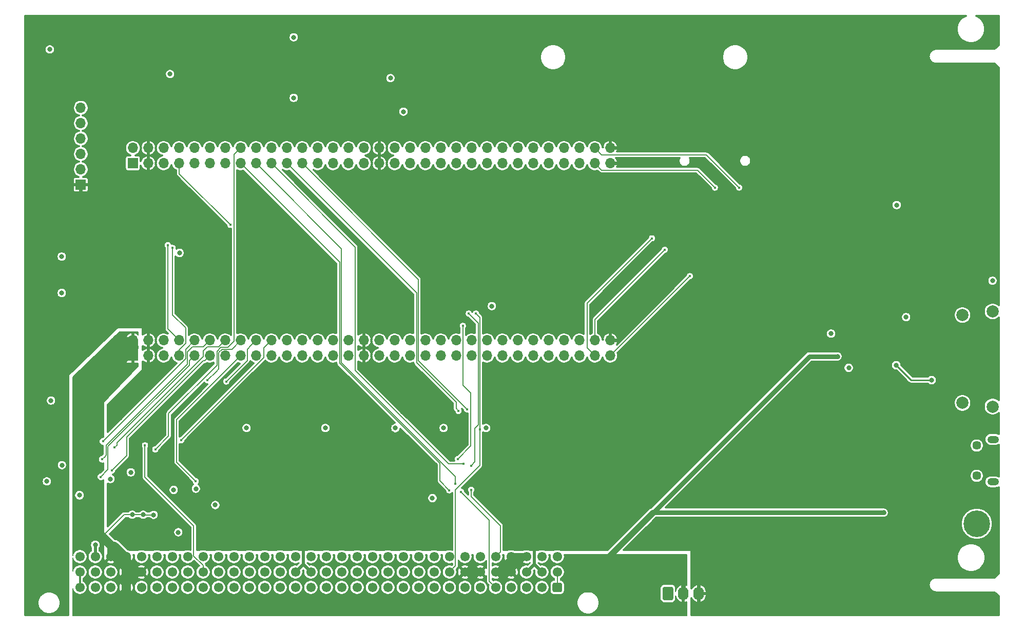
<source format=gbr>
G04 #@! TF.GenerationSoftware,KiCad,Pcbnew,5.1.9+dfsg1-1~bpo10+1*
G04 #@! TF.CreationDate,2023-01-14T08:02:01+01:00*
G04 #@! TF.ProjectId,nubus-to-ztex,6e756275-732d-4746-9f2d-7a7465782e6b,rev?*
G04 #@! TF.SameCoordinates,Original*
G04 #@! TF.FileFunction,Copper,L4,Bot*
G04 #@! TF.FilePolarity,Positive*
%FSLAX46Y46*%
G04 Gerber Fmt 4.6, Leading zero omitted, Abs format (unit mm)*
G04 Created by KiCad (PCBNEW 5.1.9+dfsg1-1~bpo10+1) date 2023-01-14 08:02:01*
%MOMM*%
%LPD*%
G01*
G04 APERTURE LIST*
G04 #@! TA.AperFunction,ComponentPad*
%ADD10R,1.700000X1.700000*%
G04 #@! TD*
G04 #@! TA.AperFunction,ComponentPad*
%ADD11O,1.700000X1.700000*%
G04 #@! TD*
G04 #@! TA.AperFunction,ComponentPad*
%ADD12C,4.400000*%
G04 #@! TD*
G04 #@! TA.AperFunction,ComponentPad*
%ADD13C,1.450000*%
G04 #@! TD*
G04 #@! TA.AperFunction,ComponentPad*
%ADD14O,1.900000X1.200000*%
G04 #@! TD*
G04 #@! TA.AperFunction,ComponentPad*
%ADD15O,1.740000X2.200000*%
G04 #@! TD*
G04 #@! TA.AperFunction,ComponentPad*
%ADD16C,2.000000*%
G04 #@! TD*
G04 #@! TA.AperFunction,ComponentPad*
%ADD17C,1.550000*%
G04 #@! TD*
G04 #@! TA.AperFunction,ViaPad*
%ADD18C,0.800000*%
G04 #@! TD*
G04 #@! TA.AperFunction,ViaPad*
%ADD19C,0.450000*%
G04 #@! TD*
G04 #@! TA.AperFunction,Conductor*
%ADD20C,0.500000*%
G04 #@! TD*
G04 #@! TA.AperFunction,Conductor*
%ADD21C,0.152400*%
G04 #@! TD*
G04 #@! TA.AperFunction,Conductor*
%ADD22C,1.200000*%
G04 #@! TD*
G04 #@! TA.AperFunction,Conductor*
%ADD23C,1.500000*%
G04 #@! TD*
G04 #@! TA.AperFunction,Conductor*
%ADD24C,0.800000*%
G04 #@! TD*
G04 #@! TA.AperFunction,Conductor*
%ADD25C,1.600000*%
G04 #@! TD*
G04 #@! TA.AperFunction,Conductor*
%ADD26C,1.000000*%
G04 #@! TD*
G04 #@! TA.AperFunction,Conductor*
%ADD27C,0.200000*%
G04 #@! TD*
G04 #@! TA.AperFunction,Conductor*
%ADD28C,0.300000*%
G04 #@! TD*
G04 #@! TA.AperFunction,Conductor*
%ADD29C,0.250000*%
G04 #@! TD*
G04 #@! TA.AperFunction,Conductor*
%ADD30C,0.100000*%
G04 #@! TD*
G04 APERTURE END LIST*
D10*
X121400000Y-33528000D03*
D11*
X121400000Y-30988000D03*
X121400000Y-28448000D03*
X121400000Y-25908000D03*
X121400000Y-23368000D03*
X121400000Y-20828000D03*
D12*
X269197500Y-89500000D03*
D13*
X269197500Y-81570000D03*
X269197500Y-76570000D03*
D14*
X271897500Y-82570000D03*
X271897500Y-75570000D03*
G04 #@! TA.AperFunction,ComponentPad*
G36*
G01*
X217390000Y-101850001D02*
X217390000Y-100149999D01*
G75*
G02*
X217639999Y-99900000I249999J0D01*
G01*
X218880001Y-99900000D01*
G75*
G02*
X219130000Y-100149999I0J-249999D01*
G01*
X219130000Y-101850001D01*
G75*
G02*
X218880001Y-102100000I-249999J0D01*
G01*
X217639999Y-102100000D01*
G75*
G02*
X217390000Y-101850001I0J249999D01*
G01*
G37*
G04 #@! TD.AperFunction*
D15*
X220800000Y-101000000D03*
X223340000Y-101000000D03*
D10*
X130000000Y-30000000D03*
D11*
X130000000Y-27460000D03*
X132540000Y-30000000D03*
X132540000Y-27460000D03*
X135080000Y-30000000D03*
X135080000Y-27460000D03*
X137620000Y-30000000D03*
X137620000Y-27460000D03*
X140160000Y-30000000D03*
X140160000Y-27460000D03*
X142700000Y-30000000D03*
X142700000Y-27460000D03*
X145240000Y-30000000D03*
X145240000Y-27460000D03*
X147780000Y-30000000D03*
X147780000Y-27460000D03*
X150320000Y-30000000D03*
X150320000Y-27460000D03*
X152860000Y-30000000D03*
X152860000Y-27460000D03*
X155400000Y-30000000D03*
X155400000Y-27460000D03*
X157940000Y-30000000D03*
X157940000Y-27460000D03*
X160480000Y-30000000D03*
X160480000Y-27460000D03*
X163020000Y-30000000D03*
X163020000Y-27460000D03*
X165560000Y-30000000D03*
X165560000Y-27460000D03*
X168100000Y-30000000D03*
X168100000Y-27460000D03*
X170640000Y-30000000D03*
X170640000Y-27460000D03*
X173180000Y-30000000D03*
X173180000Y-27460000D03*
X175720000Y-30000000D03*
X175720000Y-27460000D03*
X178260000Y-30000000D03*
X178260000Y-27460000D03*
X180800000Y-30000000D03*
X180800000Y-27460000D03*
X183340000Y-30000000D03*
X183340000Y-27460000D03*
X185880000Y-30000000D03*
X185880000Y-27460000D03*
X188420000Y-30000000D03*
X188420000Y-27460000D03*
X190960000Y-30000000D03*
X190960000Y-27460000D03*
X193500000Y-30000000D03*
X193500000Y-27460000D03*
X196040000Y-30000000D03*
X196040000Y-27460000D03*
X198580000Y-30000000D03*
X198580000Y-27460000D03*
X201120000Y-30000000D03*
X201120000Y-27460000D03*
X203660000Y-30000000D03*
X203660000Y-27460000D03*
X206200000Y-30000000D03*
X206200000Y-27460000D03*
X208740000Y-30000000D03*
X208740000Y-27460000D03*
D16*
X271800000Y-70150000D03*
X271800000Y-54450000D03*
X266850000Y-69550000D03*
X266850000Y-55050000D03*
G04 #@! TA.AperFunction,ComponentPad*
G36*
G01*
X200775000Y-99474998D02*
X200775000Y-100525002D01*
G75*
G02*
X200525002Y-100775000I-249998J0D01*
G01*
X199474998Y-100775000D01*
G75*
G02*
X199225000Y-100525002I0J249998D01*
G01*
X199225000Y-99474998D01*
G75*
G02*
X199474998Y-99225000I249998J0D01*
G01*
X200525002Y-99225000D01*
G75*
G02*
X200775000Y-99474998I0J-249998D01*
G01*
G37*
G04 #@! TD.AperFunction*
D17*
X197460000Y-100000000D03*
X194920000Y-100000000D03*
X192380000Y-100000000D03*
X189840000Y-100000000D03*
X187300000Y-100000000D03*
X184760000Y-100000000D03*
X182220000Y-100000000D03*
X179680000Y-100000000D03*
X177140000Y-100000000D03*
X174600000Y-100000000D03*
X172060000Y-100000000D03*
X169520000Y-100000000D03*
X166980000Y-100000000D03*
X164440000Y-100000000D03*
X161900000Y-100000000D03*
X159360000Y-100000000D03*
X156820000Y-100000000D03*
X154280000Y-100000000D03*
X151740000Y-100000000D03*
X149200000Y-100000000D03*
X146660000Y-100000000D03*
X144120000Y-100000000D03*
X141580000Y-100000000D03*
X139040000Y-100000000D03*
X136500000Y-100000000D03*
X133960000Y-100000000D03*
X131420000Y-100000000D03*
X128880000Y-100000000D03*
X126340000Y-100000000D03*
X123800000Y-100000000D03*
X121260000Y-100000000D03*
X200000000Y-97460000D03*
X197460000Y-97460000D03*
X194920000Y-97460000D03*
X192380000Y-97460000D03*
X189840000Y-97460000D03*
X187300000Y-97460000D03*
X184760000Y-97460000D03*
X182220000Y-97460000D03*
X179680000Y-97460000D03*
X177140000Y-97460000D03*
X174600000Y-97460000D03*
X172060000Y-97460000D03*
X169520000Y-97460000D03*
X166980000Y-97460000D03*
X164440000Y-97460000D03*
X161900000Y-97460000D03*
X159360000Y-97460000D03*
X156820000Y-97460000D03*
X154280000Y-97460000D03*
X151740000Y-97460000D03*
X149200000Y-97460000D03*
X146660000Y-97460000D03*
X144120000Y-97460000D03*
X141580000Y-97460000D03*
X139040000Y-97460000D03*
X136500000Y-97460000D03*
X133960000Y-97460000D03*
X131420000Y-97460000D03*
X128880000Y-97460000D03*
X126340000Y-97460000D03*
X123800000Y-97460000D03*
X121260000Y-97460000D03*
X200000000Y-94920000D03*
X197460000Y-94920000D03*
X194920000Y-94920000D03*
X192380000Y-94920000D03*
X189840000Y-94920000D03*
X187300000Y-94920000D03*
X184760000Y-94920000D03*
X182220000Y-94920000D03*
X179680000Y-94920000D03*
X177140000Y-94920000D03*
X174600000Y-94920000D03*
X172060000Y-94920000D03*
X169520000Y-94920000D03*
X166980000Y-94920000D03*
X164440000Y-94920000D03*
X161900000Y-94920000D03*
X159360000Y-94920000D03*
X156820000Y-94920000D03*
X154280000Y-94920000D03*
X151740000Y-94920000D03*
X149200000Y-94920000D03*
X146660000Y-94920000D03*
X144120000Y-94920000D03*
X141580000Y-94920000D03*
X139040000Y-94920000D03*
X136500000Y-94920000D03*
X133960000Y-94920000D03*
X131420000Y-94920000D03*
X128880000Y-94920000D03*
X126340000Y-94920000D03*
X123800000Y-94920000D03*
X121260000Y-94920000D03*
D11*
X208740000Y-59210000D03*
X208740000Y-61750000D03*
X206200000Y-59210000D03*
X206200000Y-61750000D03*
X203660000Y-59210000D03*
X203660000Y-61750000D03*
X201120000Y-59210000D03*
X201120000Y-61750000D03*
X198580000Y-59210000D03*
X198580000Y-61750000D03*
X196040000Y-59210000D03*
X196040000Y-61750000D03*
X193500000Y-59210000D03*
X193500000Y-61750000D03*
X190960000Y-59210000D03*
X190960000Y-61750000D03*
X188420000Y-59210000D03*
X188420000Y-61750000D03*
X185880000Y-59210000D03*
X185880000Y-61750000D03*
X183340000Y-59210000D03*
X183340000Y-61750000D03*
X180800000Y-59210000D03*
X180800000Y-61750000D03*
X178260000Y-59210000D03*
X178260000Y-61750000D03*
X175720000Y-59210000D03*
X175720000Y-61750000D03*
X173180000Y-59210000D03*
X173180000Y-61750000D03*
X170640000Y-59210000D03*
X170640000Y-61750000D03*
X168100000Y-59210000D03*
X168100000Y-61750000D03*
X165560000Y-59210000D03*
X165560000Y-61750000D03*
X163020000Y-59210000D03*
X163020000Y-61750000D03*
X160480000Y-59210000D03*
X160480000Y-61750000D03*
X157940000Y-59210000D03*
X157940000Y-61750000D03*
X155400000Y-59210000D03*
X155400000Y-61750000D03*
X152860000Y-59210000D03*
X152860000Y-61750000D03*
X150320000Y-59210000D03*
X150320000Y-61750000D03*
X147780000Y-59210000D03*
X147780000Y-61750000D03*
X145240000Y-59210000D03*
X145240000Y-61750000D03*
X142700000Y-59210000D03*
X142700000Y-61750000D03*
X140160000Y-59210000D03*
X140160000Y-61750000D03*
X137620000Y-59210000D03*
X137620000Y-61750000D03*
X135080000Y-59210000D03*
X135080000Y-61750000D03*
X132540000Y-59210000D03*
X132540000Y-61750000D03*
X130000000Y-59210000D03*
D10*
X130000000Y-61750000D03*
D18*
X155357500Y-78180000D03*
X265875000Y-51000000D03*
X222740000Y-36800000D03*
X234000000Y-34000000D03*
X174500000Y-71000000D03*
X194880000Y-35760000D03*
X208740000Y-50800000D03*
X215540000Y-27460000D03*
X116300000Y-16437500D03*
X268000000Y-58050000D03*
X149900000Y-71000000D03*
D19*
X145300000Y-90050000D03*
D18*
X189500000Y-71000000D03*
X186786371Y-50762953D03*
X118534670Y-98720000D03*
D19*
X115200000Y-90730000D03*
D18*
X152880000Y-42180000D03*
X181586371Y-48162953D03*
X268000000Y-65550000D03*
X187000000Y-83100000D03*
X183850000Y-73462500D03*
X256220000Y-61875000D03*
X135250000Y-70800000D03*
X139252400Y-47600000D03*
X268000000Y-61050000D03*
X262640000Y-79355000D03*
X140070000Y-71650000D03*
X168650000Y-91575000D03*
D19*
X267730000Y-79355000D03*
X145400000Y-88100000D03*
D18*
X163000000Y-71000000D03*
X163305000Y-18100000D03*
X149555000Y-18100000D03*
X158100000Y-92000000D03*
X207500000Y-71000000D03*
X132800000Y-79640000D03*
D19*
X131100000Y-77215000D03*
D18*
X252900000Y-82730000D03*
X264200000Y-67357500D03*
X194857500Y-79750000D03*
D19*
X115200000Y-87480000D03*
D18*
X176480000Y-33630000D03*
X140070000Y-65480000D03*
X181586371Y-53962953D03*
X165000000Y-8080000D03*
X236450000Y-82730000D03*
X145125000Y-50200000D03*
X256010000Y-87920000D03*
X148200000Y-86800000D03*
X117200000Y-84780000D03*
X179800000Y-92480000D03*
X123800000Y-93000000D03*
X115670000Y-40410000D03*
X190611371Y-50675453D03*
D19*
X168357500Y-79750000D03*
D18*
X228090000Y-60250000D03*
X168820000Y-45760000D03*
X168357500Y-78180000D03*
D19*
X139300000Y-87450000D03*
D18*
X255040000Y-53812500D03*
X246062500Y-59100000D03*
X255500000Y-58625000D03*
X158127500Y-19200000D03*
X179857500Y-79750000D03*
X127900000Y-72015000D03*
D19*
X115200000Y-89430000D03*
D18*
X267720000Y-77180000D03*
X196200000Y-92480000D03*
X244180000Y-99750000D03*
X137500000Y-89312500D03*
X158730000Y-9200000D03*
X147900000Y-8080000D03*
X256000000Y-35315000D03*
X256000000Y-14000000D03*
X234000000Y-14000000D03*
X125722000Y-33528000D03*
X228670000Y-36800000D03*
X143040000Y-68680000D03*
X268560000Y-51000000D03*
X265875000Y-49425000D03*
X265875000Y-44295000D03*
X224457500Y-95500000D03*
X156725000Y-81300000D03*
D19*
X155357500Y-79750000D03*
D18*
X169725000Y-81300000D03*
X123840134Y-42199866D03*
X174635000Y-19925000D03*
X167210000Y-18750000D03*
D19*
X221870000Y-48620000D03*
D18*
X161750000Y-73687500D03*
X172485673Y-15948535D03*
X257550000Y-55387500D03*
X188250000Y-73687500D03*
X136727523Y-83900000D03*
X137700000Y-44789641D03*
X248080000Y-63750000D03*
X126287500Y-82100000D03*
X156530000Y-19200000D03*
X156530000Y-9200000D03*
X115812500Y-82500000D03*
X148750000Y-73687500D03*
X140387500Y-83700000D03*
X118300000Y-79800000D03*
X143600000Y-86400000D03*
X245170000Y-58110000D03*
X137500000Y-90887500D03*
X116300000Y-11212500D03*
X116500000Y-69150000D03*
X173300000Y-73700000D03*
X118265134Y-45400000D03*
X121200000Y-84780000D03*
X181250000Y-73687500D03*
X118265134Y-51400000D03*
X136140000Y-15272793D03*
X189211371Y-53562953D03*
X129652500Y-81000000D03*
X179412661Y-85255497D03*
X256000000Y-36890000D03*
X174635000Y-21475000D03*
X253850000Y-87660000D03*
X246230000Y-61872500D03*
X131697842Y-88000000D03*
X129897842Y-88000000D03*
X133421568Y-88014972D03*
X188575000Y-102850000D03*
X220800000Y-97000000D03*
D19*
X184418601Y-56831399D03*
X183600000Y-78800000D03*
X184150000Y-84250000D03*
X186600000Y-54800000D03*
X187263411Y-73930000D03*
X185400000Y-54800000D03*
X185800000Y-83875000D03*
X185800000Y-79900000D03*
X137965000Y-75700000D03*
X132000000Y-76565000D03*
X136541399Y-43958601D03*
X135750000Y-43500000D03*
X146070000Y-40170000D03*
D18*
X271800000Y-49380000D03*
D19*
X226000000Y-34000000D03*
X217750000Y-44250000D03*
X215625000Y-42375000D03*
X230000000Y-34000000D03*
X133700000Y-77215000D03*
X145387500Y-66000000D03*
X140375000Y-82475000D03*
X142300000Y-65800000D03*
X125066330Y-75900000D03*
X126550000Y-80675000D03*
X124712500Y-81750000D03*
X126975000Y-76905000D03*
X124925000Y-78850000D03*
X182200161Y-83950161D03*
X183200000Y-82900000D03*
X184500000Y-79600000D03*
X185110000Y-70590000D03*
X183710000Y-70850000D03*
D18*
X261760000Y-65782500D03*
X255920000Y-63320000D03*
D20*
X158100000Y-96200000D02*
X158100000Y-92000000D01*
X159360000Y-97460000D02*
X158100000Y-96200000D01*
X156820000Y-97460000D02*
X158080000Y-96200000D01*
D21*
X158080000Y-96200000D02*
X158100000Y-96200000D01*
D20*
X194920000Y-97460000D02*
X196180000Y-96200000D01*
D21*
X196180000Y-96200000D02*
X196200000Y-96200000D01*
D20*
X123800000Y-94920000D02*
X123800000Y-93000000D01*
X196200000Y-96200000D02*
X196200000Y-92490000D01*
X197460000Y-97460000D02*
X196200000Y-96200000D01*
D21*
X208740000Y-61750000D02*
X221870000Y-48620000D01*
D22*
X189840000Y-97460000D02*
X192380000Y-97460000D01*
D23*
X128880000Y-100000000D02*
X128880000Y-101096015D01*
X128880000Y-101096015D02*
X130633985Y-102850000D01*
X130633985Y-102850000D02*
X132675000Y-102850000D01*
D20*
X184760000Y-97460000D02*
X183500000Y-98720000D01*
D22*
X187300000Y-97460000D02*
X184760000Y-97460000D01*
X192380000Y-94920000D02*
X192380000Y-97460000D01*
X194920000Y-94920000D02*
X192380000Y-94920000D01*
X130000000Y-61750000D02*
X128998000Y-61750000D01*
D23*
X123050000Y-89750000D02*
X124930000Y-91630000D01*
X123050000Y-67697600D02*
X123050000Y-89750000D01*
D24*
X246230000Y-61872500D02*
X241617500Y-61872500D01*
D22*
X126340000Y-94920000D02*
X126340000Y-93040000D01*
D23*
X126340000Y-93040000D02*
X124930000Y-91630000D01*
X127897927Y-62850000D02*
X123050000Y-67697600D01*
X128998000Y-61750000D02*
X127897927Y-62850000D01*
D25*
X130000000Y-61750000D02*
X130000000Y-59210000D01*
D26*
X128998000Y-61750000D02*
X128998000Y-59252000D01*
X129040000Y-59210000D02*
X130000000Y-59210000D01*
X128998000Y-59252000D02*
X129040000Y-59210000D01*
X200640000Y-102850000D02*
X205520000Y-97970000D01*
D21*
X183500000Y-102800000D02*
X183450000Y-102850000D01*
D20*
X183500000Y-98720000D02*
X183500000Y-102800000D01*
D26*
X193650000Y-102850000D02*
X200640000Y-102850000D01*
D20*
X193650000Y-98730000D02*
X192380000Y-97460000D01*
D21*
X131712814Y-88014972D02*
X131697842Y-88000000D01*
X133421568Y-88014972D02*
X131712814Y-88014972D01*
X131697842Y-88000000D02*
X129897842Y-88000000D01*
D23*
X128880000Y-97460000D02*
X131420000Y-97460000D01*
X128880000Y-97460000D02*
X128880000Y-100000000D01*
X128880000Y-94920000D02*
X128880000Y-97460000D01*
D20*
X193650000Y-102850000D02*
X193650000Y-98730000D01*
X187300000Y-97460000D02*
X186025000Y-98735000D01*
D21*
X186025000Y-102825000D02*
X186050000Y-102850000D01*
D20*
X186025000Y-98735000D02*
X186025000Y-102825000D01*
D23*
X183450000Y-102850000D02*
X186050000Y-102850000D01*
D20*
X189840000Y-97460000D02*
X191100000Y-98720000D01*
X191100000Y-98720000D02*
X191100000Y-102650000D01*
D21*
X191100000Y-102650000D02*
X191300000Y-102850000D01*
D23*
X191300000Y-102850000D02*
X193650000Y-102850000D01*
X186050000Y-102850000D02*
X188575000Y-102850000D01*
X188575000Y-102850000D02*
X191300000Y-102850000D01*
D20*
X132675000Y-98715000D02*
X132675000Y-102850000D01*
X131420000Y-97460000D02*
X132675000Y-98715000D01*
D23*
X183450000Y-102850000D02*
X132675000Y-102850000D01*
D22*
X126340000Y-94920000D02*
X128880000Y-94920000D01*
X127000000Y-93040000D02*
X126340000Y-93040000D01*
D21*
X127585000Y-93675000D02*
X127635000Y-93675000D01*
D22*
X127635000Y-93675000D02*
X127000000Y-93040000D01*
X126340000Y-94920000D02*
X127585000Y-93675000D01*
X128880000Y-94920000D02*
X127635000Y-93675000D01*
D23*
X188575000Y-102850000D02*
X188575000Y-102850000D01*
D21*
X215830000Y-87660000D02*
X215745000Y-87745000D01*
D24*
X253850000Y-87660000D02*
X215830000Y-87660000D01*
X241617500Y-61872500D02*
X215745000Y-87745000D01*
D21*
X206490000Y-97000000D02*
X206445000Y-97045000D01*
D26*
X215745000Y-87745000D02*
X206445000Y-97045000D01*
D24*
X220800000Y-97000000D02*
X206490000Y-97000000D01*
D26*
X206445000Y-97045000D02*
X205520000Y-97970000D01*
D24*
X220800000Y-101000000D02*
X220800000Y-97000000D01*
D27*
X128560000Y-88000000D02*
X124930000Y-91630000D01*
X129897842Y-88000000D02*
X128560000Y-88000000D01*
X200000000Y-100000000D02*
X200000000Y-97460000D01*
D21*
X184418601Y-56831399D02*
X184418601Y-66588601D01*
X183600000Y-78800000D02*
X185738601Y-76661399D01*
X185738601Y-76661399D02*
X185738601Y-67908601D01*
X185738601Y-67908601D02*
X184418601Y-66588601D01*
X188788799Y-88888799D02*
X184150000Y-84250000D01*
X189840000Y-100000000D02*
X188788799Y-98948799D01*
X188788799Y-98948799D02*
X188788799Y-88888799D01*
D28*
X121260000Y-97460000D02*
X121260000Y-100000000D01*
D21*
X182220000Y-97460000D02*
X183223601Y-96456399D01*
X187263411Y-79833791D02*
X187263411Y-73930000D01*
X183223601Y-83873601D02*
X187263411Y-79833791D01*
X187263411Y-55463411D02*
X186600000Y-54800000D01*
X187263411Y-73930000D02*
X187263411Y-55463411D01*
X183223601Y-96456399D02*
X183223601Y-83873601D01*
X190614999Y-89814999D02*
X185800000Y-85000000D01*
X190614999Y-94145001D02*
X190614999Y-89814999D01*
X189840000Y-94920000D02*
X190614999Y-94145001D01*
X185800000Y-85000000D02*
X185800000Y-83875000D01*
X186958601Y-56358601D02*
X185400000Y-54800000D01*
X185800000Y-79900000D02*
X186428601Y-79271399D01*
X186428601Y-79271399D02*
X186428601Y-73701399D01*
X186428601Y-73701399D02*
X186958601Y-73171399D01*
X186958601Y-73171399D02*
X186958601Y-56358601D01*
X152860000Y-59210000D02*
X151600000Y-60470000D01*
X151600000Y-62065000D02*
X151398601Y-62266399D01*
X151600000Y-60470000D02*
X151600000Y-62065000D01*
X137965000Y-75700000D02*
X151398601Y-62266399D01*
X140043601Y-94827586D02*
X140043601Y-89843601D01*
X141580000Y-96363985D02*
X140043601Y-94827586D01*
X141580000Y-97460000D02*
X141580000Y-96363985D01*
X132000000Y-81800000D02*
X132000000Y-76565000D01*
X140043601Y-89843601D02*
X132000000Y-81800000D01*
X137620000Y-61750000D02*
X137620000Y-60806330D01*
X137620000Y-60806330D02*
X138698601Y-59727729D01*
X138698601Y-59727729D02*
X138698601Y-57188601D01*
X136541399Y-55031399D02*
X136541399Y-43958601D01*
X138698601Y-57188601D02*
X136541399Y-55031399D01*
X135750000Y-57340000D02*
X135750000Y-43500000D01*
X137620000Y-59210000D02*
X135750000Y-57340000D01*
X146070000Y-40170000D02*
X138250000Y-32350000D01*
X137620000Y-31720000D02*
X138250000Y-32350000D01*
X137620000Y-30000000D02*
X137620000Y-31720000D01*
X207326201Y-31126201D02*
X206200000Y-30000000D01*
X226000000Y-34000000D02*
X223126201Y-31126201D01*
X223126201Y-31126201D02*
X207326201Y-31126201D01*
X206200000Y-55800000D02*
X217500000Y-44500000D01*
X206200000Y-59210000D02*
X206200000Y-55800000D01*
X217500000Y-44500000D02*
X217750000Y-44250000D01*
X206200000Y-61750000D02*
X204900000Y-60450000D01*
X204900000Y-53100000D02*
X205550000Y-52450000D01*
X204900000Y-60450000D02*
X204900000Y-53100000D01*
X215625000Y-42375000D02*
X205550000Y-52450000D01*
X206200000Y-27460000D02*
X207326201Y-28586201D01*
X224586201Y-28586201D02*
X230000000Y-34000000D01*
X207326201Y-28586201D02*
X224586201Y-28586201D01*
X146701399Y-28538601D02*
X147780000Y-27460000D01*
X146701399Y-59344931D02*
X146701399Y-28538601D01*
X145679741Y-60366589D02*
X146701399Y-59344931D01*
X144514477Y-60366589D02*
X145679741Y-60366589D01*
X135878601Y-75036399D02*
X135878601Y-71291069D01*
X135878601Y-71291069D02*
X143856589Y-63313081D01*
X143856589Y-61024477D02*
X144514477Y-60366589D01*
X133700000Y-77215000D02*
X135878601Y-75036399D01*
X143856589Y-63313081D02*
X143856589Y-61024477D01*
X148858601Y-62528899D02*
X148858601Y-60671399D01*
X149470001Y-60059999D02*
X150320000Y-59210000D01*
X148858601Y-60671399D02*
X149470001Y-60059999D01*
X145387500Y-66000000D02*
X148858601Y-62528899D01*
X140375000Y-82475000D02*
X137200000Y-79300000D01*
X137200000Y-72330000D02*
X147780000Y-61750000D01*
X137200000Y-79300000D02*
X137200000Y-72330000D01*
X144161399Y-63938601D02*
X143778601Y-64321399D01*
X147780000Y-59210000D02*
X146318601Y-60671399D01*
X143778601Y-64321399D02*
X142300000Y-65800000D01*
X144718601Y-60671399D02*
X144161399Y-61228601D01*
X146318601Y-60671399D02*
X144718601Y-60671399D01*
X144161399Y-61228601D02*
X144161399Y-63938601D01*
X138698601Y-60671399D02*
X140160000Y-59210000D01*
X138698601Y-62267729D02*
X125066330Y-75900000D01*
X138698601Y-60671399D02*
X138698601Y-62267729D01*
X128958411Y-75223759D02*
X128958411Y-78266589D01*
X141582171Y-62599999D02*
X128958411Y-75223759D01*
X141850001Y-62599999D02*
X141582171Y-62599999D01*
X142700000Y-61750000D02*
X141850001Y-62599999D01*
X128958411Y-78266589D02*
X126550000Y-80675000D01*
X126550000Y-80675000D02*
X126550000Y-80675000D01*
X140160000Y-61750000D02*
X139310001Y-62599999D01*
X125904810Y-80557690D02*
X124712500Y-81750000D01*
X139310001Y-63334669D02*
X125904810Y-76739860D01*
X139310001Y-62599999D02*
X139310001Y-63334669D01*
X125904810Y-76739860D02*
X125904810Y-80557690D01*
X144390001Y-60059999D02*
X145240000Y-59210000D01*
X141621399Y-60928601D02*
X142261399Y-60288601D01*
X144161399Y-60288601D02*
X144390001Y-60059999D01*
X141621399Y-61884931D02*
X141621399Y-60928601D01*
X142261399Y-60288601D02*
X144161399Y-60288601D01*
X126975000Y-76905000D02*
X127374999Y-76505001D01*
X127374999Y-76505001D02*
X127374999Y-76131331D01*
X127374999Y-76131331D02*
X141621399Y-61884931D01*
X139003411Y-61121589D02*
X139003411Y-63146589D01*
X139836399Y-60288601D02*
X139003411Y-61121589D01*
X141621399Y-60288601D02*
X139836399Y-60288601D01*
X142700000Y-59210000D02*
X141621399Y-60288601D01*
X139003411Y-63146589D02*
X125600000Y-76550000D01*
X125600000Y-76550000D02*
X125600000Y-76550000D01*
X125324999Y-78450001D02*
X124925000Y-78850000D01*
X125600000Y-78175000D02*
X125324999Y-78450001D01*
X125600000Y-76550000D02*
X125600000Y-78175000D01*
X180621399Y-82371399D02*
X182200161Y-83950161D01*
X147780000Y-30000000D02*
X164098601Y-46318601D01*
X180621399Y-79531399D02*
X180621399Y-82371399D01*
X164098601Y-46318601D02*
X164098601Y-63008601D01*
X164098601Y-63008601D02*
X180621399Y-79531399D01*
X151169999Y-30849999D02*
X150320000Y-30000000D01*
X183200000Y-82900000D02*
X183200000Y-81678934D01*
X183200000Y-81678934D02*
X164403411Y-62882345D01*
X164403411Y-62882345D02*
X164403411Y-44083411D01*
X164403411Y-44083411D02*
X151169999Y-30849999D01*
X153709999Y-30849999D02*
X152860000Y-30000000D01*
X166686201Y-43826201D02*
X153709999Y-30849999D01*
X166686201Y-64186979D02*
X166686201Y-43826201D01*
X182099222Y-79600000D02*
X166686201Y-64186979D01*
X184500000Y-79600000D02*
X182099222Y-79600000D01*
X158789999Y-30849999D02*
X157940000Y-30000000D01*
X177103411Y-49163411D02*
X158789999Y-30849999D01*
X177103411Y-62583411D02*
X177103411Y-49163411D01*
X185110000Y-70590000D02*
X177103411Y-62583411D01*
X176798601Y-51398601D02*
X155400000Y-30000000D01*
X176798601Y-62898601D02*
X176798601Y-51398601D01*
X183310001Y-69410001D02*
X176798601Y-62898601D01*
X183310001Y-70450001D02*
X183310001Y-69410001D01*
X183710000Y-70850000D02*
X183310001Y-70450001D01*
D29*
X258382500Y-65782500D02*
X261760000Y-65782500D01*
X255920000Y-63320000D02*
X258382500Y-65782500D01*
D28*
X267154575Y-5761895D02*
X266772348Y-6017290D01*
X266447290Y-6342348D01*
X266191895Y-6724575D01*
X266015975Y-7149282D01*
X265926292Y-7600150D01*
X265926292Y-8059850D01*
X266015975Y-8510718D01*
X266191895Y-8935425D01*
X266447290Y-9317652D01*
X266772348Y-9642710D01*
X267154575Y-9898105D01*
X267579282Y-10074025D01*
X268030150Y-10163708D01*
X268489850Y-10163708D01*
X268940718Y-10074025D01*
X269365425Y-9898105D01*
X269747652Y-9642710D01*
X270072710Y-9317652D01*
X270328105Y-8935425D01*
X270504025Y-8510718D01*
X270593708Y-8059850D01*
X270593708Y-7600150D01*
X270504025Y-7149282D01*
X270328105Y-6724575D01*
X270072710Y-6342348D01*
X269747652Y-6017290D01*
X269365425Y-5761895D01*
X269095287Y-5650000D01*
X272805000Y-5650000D01*
X272805001Y-10462536D01*
X272162539Y-11105000D01*
X262474212Y-11105000D01*
X262448079Y-11107574D01*
X262438992Y-11107574D01*
X262431702Y-11108340D01*
X262295938Y-11123569D01*
X262249407Y-11133460D01*
X262202722Y-11142703D01*
X262195720Y-11144871D01*
X262065499Y-11186179D01*
X262021741Y-11204934D01*
X261977767Y-11223058D01*
X261971325Y-11226542D01*
X261971322Y-11226543D01*
X261971319Y-11226545D01*
X261851601Y-11292361D01*
X261812366Y-11319226D01*
X261772708Y-11345575D01*
X261767060Y-11350247D01*
X261662406Y-11438062D01*
X261629113Y-11472060D01*
X261595349Y-11505589D01*
X261590716Y-11511269D01*
X261505112Y-11617739D01*
X261479038Y-11657585D01*
X261452451Y-11697001D01*
X261449009Y-11703473D01*
X261385715Y-11824543D01*
X261367893Y-11868653D01*
X261349449Y-11912530D01*
X261347331Y-11919548D01*
X261308759Y-12050605D01*
X261299847Y-12097324D01*
X261290275Y-12143956D01*
X261289560Y-12151251D01*
X261277178Y-12287304D01*
X261277510Y-12334881D01*
X261277177Y-12382468D01*
X261277893Y-12389763D01*
X261292173Y-12525631D01*
X261301738Y-12572227D01*
X261310658Y-12618987D01*
X261312777Y-12626004D01*
X261353176Y-12756510D01*
X261371612Y-12800367D01*
X261389439Y-12844492D01*
X261392881Y-12850964D01*
X261457859Y-12971138D01*
X261484461Y-13010578D01*
X261510520Y-13050400D01*
X261515153Y-13056081D01*
X261602235Y-13161346D01*
X261636019Y-13194895D01*
X261669294Y-13228874D01*
X261674942Y-13233547D01*
X261780812Y-13319892D01*
X261820450Y-13346227D01*
X261859707Y-13373107D01*
X261866155Y-13376593D01*
X261986780Y-13440730D01*
X262030761Y-13458858D01*
X262074505Y-13477607D01*
X262081507Y-13479774D01*
X262212292Y-13519261D01*
X262258951Y-13528500D01*
X262305516Y-13538398D01*
X262312806Y-13539164D01*
X262448770Y-13552495D01*
X262448780Y-13552495D01*
X262474212Y-13555000D01*
X272162539Y-13555000D01*
X272805001Y-14197464D01*
X272805001Y-53404391D01*
X272724321Y-53323711D01*
X272486833Y-53165027D01*
X272222949Y-53055723D01*
X271942813Y-53000000D01*
X271657187Y-53000000D01*
X271377051Y-53055723D01*
X271113167Y-53165027D01*
X270875679Y-53323711D01*
X270673711Y-53525679D01*
X270515027Y-53763167D01*
X270405723Y-54027051D01*
X270350000Y-54307187D01*
X270350000Y-54592813D01*
X270405723Y-54872949D01*
X270515027Y-55136833D01*
X270673711Y-55374321D01*
X270875679Y-55576289D01*
X271113167Y-55734973D01*
X271377051Y-55844277D01*
X271657187Y-55900000D01*
X271942813Y-55900000D01*
X272222949Y-55844277D01*
X272486833Y-55734973D01*
X272724321Y-55576289D01*
X272805001Y-55495609D01*
X272805000Y-69104390D01*
X272724321Y-69023711D01*
X272486833Y-68865027D01*
X272222949Y-68755723D01*
X271942813Y-68700000D01*
X271657187Y-68700000D01*
X271377051Y-68755723D01*
X271113167Y-68865027D01*
X270875679Y-69023711D01*
X270673711Y-69225679D01*
X270515027Y-69463167D01*
X270405723Y-69727051D01*
X270350000Y-70007187D01*
X270350000Y-70292813D01*
X270405723Y-70572949D01*
X270515027Y-70836833D01*
X270673711Y-71074321D01*
X270875679Y-71276289D01*
X271113167Y-71434973D01*
X271377051Y-71544277D01*
X271657187Y-71600000D01*
X271942813Y-71600000D01*
X272222949Y-71544277D01*
X272486833Y-71434973D01*
X272724321Y-71276289D01*
X272805000Y-71195610D01*
X272805000Y-74677408D01*
X272651262Y-74595233D01*
X272453336Y-74535193D01*
X272299078Y-74520000D01*
X271495922Y-74520000D01*
X271341664Y-74535193D01*
X271143738Y-74595233D01*
X270961329Y-74692733D01*
X270801446Y-74823946D01*
X270670233Y-74983829D01*
X270572733Y-75166238D01*
X270512693Y-75364164D01*
X270492420Y-75570000D01*
X270512693Y-75775836D01*
X270572733Y-75973762D01*
X270670233Y-76156171D01*
X270801446Y-76316054D01*
X270961329Y-76447267D01*
X271143738Y-76544767D01*
X271341664Y-76604807D01*
X271495922Y-76620000D01*
X272299078Y-76620000D01*
X272453336Y-76604807D01*
X272651262Y-76544767D01*
X272805000Y-76462592D01*
X272805000Y-81677408D01*
X272651262Y-81595233D01*
X272453336Y-81535193D01*
X272299078Y-81520000D01*
X271495922Y-81520000D01*
X271341664Y-81535193D01*
X271143738Y-81595233D01*
X270961329Y-81692733D01*
X270801446Y-81823946D01*
X270670233Y-81983829D01*
X270572733Y-82166238D01*
X270512693Y-82364164D01*
X270492420Y-82570000D01*
X270512693Y-82775836D01*
X270572733Y-82973762D01*
X270670233Y-83156171D01*
X270801446Y-83316054D01*
X270961329Y-83447267D01*
X271143738Y-83544767D01*
X271341664Y-83604807D01*
X271495922Y-83620000D01*
X272299078Y-83620000D01*
X272453336Y-83604807D01*
X272651262Y-83544767D01*
X272805000Y-83462592D01*
X272805000Y-97712537D01*
X272162539Y-98355000D01*
X262474212Y-98355000D01*
X262448079Y-98357574D01*
X262438992Y-98357574D01*
X262431702Y-98358340D01*
X262295938Y-98373569D01*
X262249407Y-98383460D01*
X262202722Y-98392703D01*
X262195720Y-98394871D01*
X262065499Y-98436179D01*
X262021741Y-98454934D01*
X261977767Y-98473058D01*
X261971325Y-98476542D01*
X261971322Y-98476543D01*
X261971319Y-98476545D01*
X261851601Y-98542361D01*
X261812366Y-98569226D01*
X261772708Y-98595575D01*
X261767060Y-98600247D01*
X261662406Y-98688062D01*
X261629113Y-98722060D01*
X261595349Y-98755589D01*
X261590716Y-98761269D01*
X261505112Y-98867739D01*
X261479038Y-98907585D01*
X261452451Y-98947001D01*
X261449009Y-98953473D01*
X261385715Y-99074543D01*
X261367893Y-99118653D01*
X261349449Y-99162530D01*
X261347331Y-99169548D01*
X261308759Y-99300605D01*
X261299847Y-99347324D01*
X261290275Y-99393956D01*
X261289560Y-99401251D01*
X261277178Y-99537304D01*
X261277510Y-99584881D01*
X261277177Y-99632468D01*
X261277893Y-99639763D01*
X261292173Y-99775631D01*
X261301738Y-99822227D01*
X261310658Y-99868987D01*
X261312777Y-99876004D01*
X261353176Y-100006510D01*
X261371612Y-100050367D01*
X261389439Y-100094492D01*
X261392881Y-100100964D01*
X261457859Y-100221138D01*
X261484461Y-100260578D01*
X261510520Y-100300400D01*
X261515153Y-100306081D01*
X261602235Y-100411346D01*
X261636019Y-100444895D01*
X261669294Y-100478874D01*
X261674942Y-100483547D01*
X261780812Y-100569892D01*
X261820450Y-100596227D01*
X261859707Y-100623107D01*
X261866155Y-100626593D01*
X261986780Y-100690730D01*
X262030761Y-100708858D01*
X262074505Y-100727607D01*
X262081507Y-100729774D01*
X262212292Y-100769261D01*
X262258951Y-100778500D01*
X262305516Y-100788398D01*
X262312806Y-100789164D01*
X262448770Y-100802495D01*
X262448780Y-100802495D01*
X262474212Y-100805000D01*
X272162539Y-100805000D01*
X272805001Y-101447464D01*
X272805000Y-104555000D01*
X222150000Y-104555000D01*
X222150000Y-101804973D01*
X222160278Y-101831226D01*
X222300239Y-102049826D01*
X222480158Y-102236921D01*
X222693120Y-102385320D01*
X222930941Y-102489321D01*
X223031429Y-102513427D01*
X223236000Y-102433013D01*
X223236000Y-101104000D01*
X223444000Y-101104000D01*
X223444000Y-102433013D01*
X223648571Y-102513427D01*
X223749059Y-102489321D01*
X223986880Y-102385320D01*
X224199842Y-102236921D01*
X224379761Y-102049826D01*
X224519722Y-101831226D01*
X224614347Y-101589521D01*
X224660000Y-101334000D01*
X224660000Y-101104000D01*
X223444000Y-101104000D01*
X223236000Y-101104000D01*
X223216000Y-101104000D01*
X223216000Y-100896000D01*
X223236000Y-100896000D01*
X223236000Y-99566987D01*
X223444000Y-99566987D01*
X223444000Y-100896000D01*
X224660000Y-100896000D01*
X224660000Y-100666000D01*
X224614347Y-100410479D01*
X224519722Y-100168774D01*
X224379761Y-99950174D01*
X224199842Y-99763079D01*
X223986880Y-99614680D01*
X223749059Y-99510679D01*
X223648571Y-99486573D01*
X223444000Y-99566987D01*
X223236000Y-99566987D01*
X223031429Y-99486573D01*
X222930941Y-99510679D01*
X222693120Y-99614680D01*
X222480158Y-99763079D01*
X222300239Y-99950174D01*
X222160278Y-100168774D01*
X222150000Y-100195028D01*
X222150000Y-94847699D01*
X265901412Y-94847699D01*
X265901412Y-95312301D01*
X265992051Y-95767975D01*
X266169847Y-96197210D01*
X266427965Y-96583512D01*
X266756488Y-96912035D01*
X267142790Y-97170153D01*
X267572025Y-97347949D01*
X268027699Y-97438588D01*
X268492301Y-97438588D01*
X268947975Y-97347949D01*
X269377210Y-97170153D01*
X269763512Y-96912035D01*
X270092035Y-96583512D01*
X270350153Y-96197210D01*
X270527949Y-95767975D01*
X270618588Y-95312301D01*
X270618588Y-94847699D01*
X270527949Y-94392025D01*
X270350153Y-93962790D01*
X270092035Y-93576488D01*
X269763512Y-93247965D01*
X269377210Y-92989847D01*
X268947975Y-92812051D01*
X268492301Y-92721412D01*
X268027699Y-92721412D01*
X267572025Y-92812051D01*
X267142790Y-92989847D01*
X266756488Y-93247965D01*
X266427965Y-93576488D01*
X266169847Y-93962790D01*
X265992051Y-94392025D01*
X265901412Y-94847699D01*
X222150000Y-94847699D01*
X222150000Y-94000000D01*
X222147118Y-93970736D01*
X222138582Y-93942597D01*
X222124720Y-93916664D01*
X222106066Y-93893934D01*
X222083336Y-93875280D01*
X222057403Y-93861418D01*
X222029264Y-93852882D01*
X222000000Y-93850000D01*
X210983502Y-93850000D01*
X215594504Y-89238998D01*
X266547500Y-89238998D01*
X266547500Y-89761002D01*
X266649338Y-90272976D01*
X266849101Y-90755246D01*
X267139111Y-91189276D01*
X267508224Y-91558389D01*
X267942254Y-91848399D01*
X268424524Y-92048162D01*
X268936498Y-92150000D01*
X269458502Y-92150000D01*
X269970476Y-92048162D01*
X270452746Y-91848399D01*
X270886776Y-91558389D01*
X271255889Y-91189276D01*
X271545899Y-90755246D01*
X271745662Y-90272976D01*
X271847500Y-89761002D01*
X271847500Y-89238998D01*
X271745662Y-88727024D01*
X271545899Y-88244754D01*
X271255889Y-87810724D01*
X270886776Y-87441611D01*
X270452746Y-87151601D01*
X269970476Y-86951838D01*
X269458502Y-86850000D01*
X268936498Y-86850000D01*
X268424524Y-86951838D01*
X267942254Y-87151601D01*
X267508224Y-87441611D01*
X267139111Y-87810724D01*
X266849101Y-88244754D01*
X266649338Y-88727024D01*
X266547500Y-89238998D01*
X215594504Y-89238998D01*
X216323503Y-88510000D01*
X253933718Y-88510000D01*
X253974883Y-88501812D01*
X254016629Y-88497700D01*
X254056772Y-88485523D01*
X254097936Y-88477335D01*
X254136706Y-88461276D01*
X254176855Y-88449097D01*
X254213857Y-88429319D01*
X254252626Y-88413260D01*
X254287521Y-88389944D01*
X254324519Y-88370168D01*
X254356945Y-88343557D01*
X254391844Y-88320238D01*
X254421525Y-88290557D01*
X254453948Y-88263948D01*
X254480557Y-88231525D01*
X254510238Y-88201844D01*
X254533557Y-88166945D01*
X254560168Y-88134519D01*
X254579944Y-88097521D01*
X254603260Y-88062626D01*
X254619319Y-88023857D01*
X254639097Y-87986855D01*
X254651276Y-87946706D01*
X254667335Y-87907936D01*
X254675523Y-87866772D01*
X254687700Y-87826629D01*
X254691812Y-87784883D01*
X254700000Y-87743718D01*
X254700000Y-87701749D01*
X254704112Y-87660000D01*
X254700000Y-87618251D01*
X254700000Y-87576282D01*
X254691812Y-87535117D01*
X254687700Y-87493371D01*
X254675523Y-87453228D01*
X254667335Y-87412064D01*
X254651276Y-87373294D01*
X254639097Y-87333145D01*
X254619319Y-87296143D01*
X254603260Y-87257374D01*
X254579944Y-87222479D01*
X254560168Y-87185481D01*
X254533557Y-87153055D01*
X254510238Y-87118156D01*
X254480557Y-87088475D01*
X254453948Y-87056052D01*
X254421525Y-87029443D01*
X254391844Y-86999762D01*
X254356945Y-86976443D01*
X254324519Y-86949832D01*
X254287521Y-86930056D01*
X254252626Y-86906740D01*
X254213857Y-86890681D01*
X254176855Y-86870903D01*
X254136706Y-86858724D01*
X254097936Y-86842665D01*
X254056772Y-86834477D01*
X254016629Y-86822300D01*
X253974883Y-86818188D01*
X253933718Y-86810000D01*
X217882080Y-86810000D01*
X223237807Y-81454273D01*
X268022500Y-81454273D01*
X268022500Y-81685727D01*
X268067655Y-81912735D01*
X268156229Y-82126571D01*
X268284818Y-82319019D01*
X268448481Y-82482682D01*
X268640929Y-82611271D01*
X268854765Y-82699845D01*
X269081773Y-82745000D01*
X269313227Y-82745000D01*
X269540235Y-82699845D01*
X269754071Y-82611271D01*
X269946519Y-82482682D01*
X270110182Y-82319019D01*
X270238771Y-82126571D01*
X270327345Y-81912735D01*
X270372500Y-81685727D01*
X270372500Y-81454273D01*
X270327345Y-81227265D01*
X270238771Y-81013429D01*
X270110182Y-80820981D01*
X269946519Y-80657318D01*
X269754071Y-80528729D01*
X269540235Y-80440155D01*
X269313227Y-80395000D01*
X269081773Y-80395000D01*
X268854765Y-80440155D01*
X268640929Y-80528729D01*
X268448481Y-80657318D01*
X268284818Y-80820981D01*
X268156229Y-81013429D01*
X268067655Y-81227265D01*
X268022500Y-81454273D01*
X223237807Y-81454273D01*
X228237807Y-76454273D01*
X268022500Y-76454273D01*
X268022500Y-76685727D01*
X268067655Y-76912735D01*
X268156229Y-77126571D01*
X268284818Y-77319019D01*
X268448481Y-77482682D01*
X268640929Y-77611271D01*
X268854765Y-77699845D01*
X269081773Y-77745000D01*
X269313227Y-77745000D01*
X269540235Y-77699845D01*
X269754071Y-77611271D01*
X269946519Y-77482682D01*
X270110182Y-77319019D01*
X270238771Y-77126571D01*
X270327345Y-76912735D01*
X270372500Y-76685727D01*
X270372500Y-76454273D01*
X270327345Y-76227265D01*
X270238771Y-76013429D01*
X270110182Y-75820981D01*
X269946519Y-75657318D01*
X269754071Y-75528729D01*
X269540235Y-75440155D01*
X269313227Y-75395000D01*
X269081773Y-75395000D01*
X268854765Y-75440155D01*
X268640929Y-75528729D01*
X268448481Y-75657318D01*
X268284818Y-75820981D01*
X268156229Y-76013429D01*
X268067655Y-76227265D01*
X268022500Y-76454273D01*
X228237807Y-76454273D01*
X235284893Y-69407187D01*
X265400000Y-69407187D01*
X265400000Y-69692813D01*
X265455723Y-69972949D01*
X265565027Y-70236833D01*
X265723711Y-70474321D01*
X265925679Y-70676289D01*
X266163167Y-70834973D01*
X266427051Y-70944277D01*
X266707187Y-71000000D01*
X266992813Y-71000000D01*
X267272949Y-70944277D01*
X267536833Y-70834973D01*
X267774321Y-70676289D01*
X267976289Y-70474321D01*
X268134973Y-70236833D01*
X268244277Y-69972949D01*
X268300000Y-69692813D01*
X268300000Y-69407187D01*
X268244277Y-69127051D01*
X268134973Y-68863167D01*
X267976289Y-68625679D01*
X267774321Y-68423711D01*
X267536833Y-68265027D01*
X267272949Y-68155723D01*
X266992813Y-68100000D01*
X266707187Y-68100000D01*
X266427051Y-68155723D01*
X266163167Y-68265027D01*
X265925679Y-68423711D01*
X265723711Y-68625679D01*
X265565027Y-68863167D01*
X265455723Y-69127051D01*
X265400000Y-69407187D01*
X235284893Y-69407187D01*
X241025799Y-63666282D01*
X247230000Y-63666282D01*
X247230000Y-63833718D01*
X247262665Y-63997936D01*
X247326740Y-64152626D01*
X247419762Y-64291844D01*
X247538156Y-64410238D01*
X247677374Y-64503260D01*
X247832064Y-64567335D01*
X247996282Y-64600000D01*
X248163718Y-64600000D01*
X248327936Y-64567335D01*
X248482626Y-64503260D01*
X248621844Y-64410238D01*
X248740238Y-64291844D01*
X248833260Y-64152626D01*
X248897335Y-63997936D01*
X248930000Y-63833718D01*
X248930000Y-63666282D01*
X248897335Y-63502064D01*
X248833260Y-63347374D01*
X248759032Y-63236282D01*
X255070000Y-63236282D01*
X255070000Y-63403718D01*
X255102665Y-63567936D01*
X255166740Y-63722626D01*
X255259762Y-63861844D01*
X255378156Y-63980238D01*
X255517374Y-64073260D01*
X255672064Y-64137335D01*
X255836282Y-64170000D01*
X255956828Y-64170000D01*
X257955939Y-66169112D01*
X257973946Y-66191054D01*
X257995886Y-66209059D01*
X258061501Y-66262908D01*
X258109375Y-66288497D01*
X258161392Y-66316301D01*
X258269780Y-66349180D01*
X258354254Y-66357500D01*
X258354257Y-66357500D01*
X258382500Y-66360282D01*
X258410743Y-66357500D01*
X261132918Y-66357500D01*
X261218156Y-66442738D01*
X261357374Y-66535760D01*
X261512064Y-66599835D01*
X261676282Y-66632500D01*
X261843718Y-66632500D01*
X262007936Y-66599835D01*
X262162626Y-66535760D01*
X262301844Y-66442738D01*
X262420238Y-66324344D01*
X262513260Y-66185126D01*
X262577335Y-66030436D01*
X262610000Y-65866218D01*
X262610000Y-65698782D01*
X262577335Y-65534564D01*
X262513260Y-65379874D01*
X262420238Y-65240656D01*
X262301844Y-65122262D01*
X262162626Y-65029240D01*
X262007936Y-64965165D01*
X261843718Y-64932500D01*
X261676282Y-64932500D01*
X261512064Y-64965165D01*
X261357374Y-65029240D01*
X261218156Y-65122262D01*
X261132918Y-65207500D01*
X258620673Y-65207500D01*
X256770000Y-63356828D01*
X256770000Y-63236282D01*
X256737335Y-63072064D01*
X256673260Y-62917374D01*
X256580238Y-62778156D01*
X256461844Y-62659762D01*
X256322626Y-62566740D01*
X256167936Y-62502665D01*
X256003718Y-62470000D01*
X255836282Y-62470000D01*
X255672064Y-62502665D01*
X255517374Y-62566740D01*
X255378156Y-62659762D01*
X255259762Y-62778156D01*
X255166740Y-62917374D01*
X255102665Y-63072064D01*
X255070000Y-63236282D01*
X248759032Y-63236282D01*
X248740238Y-63208156D01*
X248621844Y-63089762D01*
X248482626Y-62996740D01*
X248327936Y-62932665D01*
X248163718Y-62900000D01*
X247996282Y-62900000D01*
X247832064Y-62932665D01*
X247677374Y-62996740D01*
X247538156Y-63089762D01*
X247419762Y-63208156D01*
X247326740Y-63347374D01*
X247262665Y-63502064D01*
X247230000Y-63666282D01*
X241025799Y-63666282D01*
X241969582Y-62722500D01*
X246313718Y-62722500D01*
X246354883Y-62714312D01*
X246396629Y-62710200D01*
X246436772Y-62698023D01*
X246477936Y-62689835D01*
X246516706Y-62673776D01*
X246556855Y-62661597D01*
X246593857Y-62641819D01*
X246632626Y-62625760D01*
X246667521Y-62602444D01*
X246704519Y-62582668D01*
X246736945Y-62556057D01*
X246771844Y-62532738D01*
X246801525Y-62503057D01*
X246833948Y-62476448D01*
X246860557Y-62444025D01*
X246890238Y-62414344D01*
X246913557Y-62379445D01*
X246940168Y-62347019D01*
X246959944Y-62310021D01*
X246983260Y-62275126D01*
X246999319Y-62236357D01*
X247019097Y-62199355D01*
X247031276Y-62159206D01*
X247047335Y-62120436D01*
X247055523Y-62079272D01*
X247067700Y-62039129D01*
X247071812Y-61997383D01*
X247080000Y-61956218D01*
X247080000Y-61914249D01*
X247084112Y-61872500D01*
X247080000Y-61830751D01*
X247080000Y-61788782D01*
X247071812Y-61747617D01*
X247067700Y-61705871D01*
X247055523Y-61665728D01*
X247047335Y-61624564D01*
X247031276Y-61585794D01*
X247019097Y-61545645D01*
X246999319Y-61508643D01*
X246983260Y-61469874D01*
X246959944Y-61434979D01*
X246940168Y-61397981D01*
X246913557Y-61365555D01*
X246890238Y-61330656D01*
X246860557Y-61300975D01*
X246833948Y-61268552D01*
X246801525Y-61241943D01*
X246771844Y-61212262D01*
X246736945Y-61188943D01*
X246704519Y-61162332D01*
X246667521Y-61142556D01*
X246632626Y-61119240D01*
X246593857Y-61103181D01*
X246556855Y-61083403D01*
X246516706Y-61071224D01*
X246477936Y-61055165D01*
X246436772Y-61046977D01*
X246396629Y-61034800D01*
X246354883Y-61030688D01*
X246313718Y-61022500D01*
X241659237Y-61022500D01*
X241617499Y-61018389D01*
X241575761Y-61022500D01*
X241575751Y-61022500D01*
X241450871Y-61034800D01*
X241290645Y-61083403D01*
X241142981Y-61162332D01*
X241142979Y-61162333D01*
X241142980Y-61162333D01*
X241045979Y-61241939D01*
X241045975Y-61241943D01*
X241013552Y-61268552D01*
X240986943Y-61300975D01*
X215444515Y-86843405D01*
X215379691Y-86863069D01*
X215214654Y-86951283D01*
X215106245Y-87040252D01*
X208296498Y-93850000D01*
X200603574Y-93850000D01*
X200580255Y-93834419D01*
X200357319Y-93742076D01*
X200120652Y-93695000D01*
X199879348Y-93695000D01*
X199642681Y-93742076D01*
X199419745Y-93834419D01*
X199396426Y-93850000D01*
X198063574Y-93850000D01*
X198040255Y-93834419D01*
X197817319Y-93742076D01*
X197580652Y-93695000D01*
X197339348Y-93695000D01*
X197102681Y-93742076D01*
X196879745Y-93834419D01*
X196856426Y-93850000D01*
X195523574Y-93850000D01*
X195500255Y-93834419D01*
X195277319Y-93742076D01*
X195040652Y-93695000D01*
X194799348Y-93695000D01*
X194562681Y-93742076D01*
X194339745Y-93834419D01*
X194316427Y-93850000D01*
X192983573Y-93850000D01*
X192960255Y-93834419D01*
X192737319Y-93742076D01*
X192500652Y-93695000D01*
X192259348Y-93695000D01*
X192022681Y-93742076D01*
X191799745Y-93834419D01*
X191776426Y-93850000D01*
X191141199Y-93850000D01*
X191141199Y-89840848D01*
X191143745Y-89814999D01*
X191133585Y-89711846D01*
X191112173Y-89641259D01*
X191103497Y-89612657D01*
X191054635Y-89521243D01*
X190988879Y-89441119D01*
X190968798Y-89424639D01*
X186326200Y-84782042D01*
X186326200Y-84302454D01*
X186398177Y-84194732D01*
X186449060Y-84071890D01*
X186475000Y-83941482D01*
X186475000Y-83808518D01*
X186449060Y-83678110D01*
X186398177Y-83555268D01*
X186324307Y-83444713D01*
X186230287Y-83350693D01*
X186119732Y-83276823D01*
X185996890Y-83225940D01*
X185866482Y-83200000D01*
X185733518Y-83200000D01*
X185603110Y-83225940D01*
X185480268Y-83276823D01*
X185369713Y-83350693D01*
X185275693Y-83444713D01*
X185201823Y-83555268D01*
X185150940Y-83678110D01*
X185125000Y-83808518D01*
X185125000Y-83941482D01*
X185150940Y-84071890D01*
X185201823Y-84194732D01*
X185273801Y-84302455D01*
X185273800Y-84629642D01*
X184824336Y-84180177D01*
X184799060Y-84053110D01*
X184748177Y-83930268D01*
X184674307Y-83819713D01*
X184580287Y-83725693D01*
X184469732Y-83651823D01*
X184346890Y-83600940D01*
X184258085Y-83583275D01*
X187617210Y-80224151D01*
X187637291Y-80207671D01*
X187703047Y-80127547D01*
X187751909Y-80036133D01*
X187781997Y-79936944D01*
X187786251Y-79893755D01*
X187792157Y-79833792D01*
X187789611Y-79807943D01*
X187789611Y-74402164D01*
X187847374Y-74440760D01*
X188002064Y-74504835D01*
X188166282Y-74537500D01*
X188333718Y-74537500D01*
X188497936Y-74504835D01*
X188652626Y-74440760D01*
X188791844Y-74347738D01*
X188910238Y-74229344D01*
X189003260Y-74090126D01*
X189067335Y-73935436D01*
X189100000Y-73771218D01*
X189100000Y-73603782D01*
X189067335Y-73439564D01*
X189003260Y-73284874D01*
X188910238Y-73145656D01*
X188791844Y-73027262D01*
X188652626Y-72934240D01*
X188497936Y-72870165D01*
X188333718Y-72837500D01*
X188166282Y-72837500D01*
X188002064Y-72870165D01*
X187847374Y-72934240D01*
X187789611Y-72972836D01*
X187789611Y-62892284D01*
X187804219Y-62902045D01*
X188040804Y-63000042D01*
X188291961Y-63050000D01*
X188548039Y-63050000D01*
X188799196Y-63000042D01*
X189035781Y-62902045D01*
X189248702Y-62759776D01*
X189429776Y-62578702D01*
X189572045Y-62365781D01*
X189670042Y-62129196D01*
X189690000Y-62028860D01*
X189709958Y-62129196D01*
X189807955Y-62365781D01*
X189950224Y-62578702D01*
X190131298Y-62759776D01*
X190344219Y-62902045D01*
X190580804Y-63000042D01*
X190831961Y-63050000D01*
X191088039Y-63050000D01*
X191339196Y-63000042D01*
X191575781Y-62902045D01*
X191788702Y-62759776D01*
X191969776Y-62578702D01*
X192112045Y-62365781D01*
X192210042Y-62129196D01*
X192230000Y-62028860D01*
X192249958Y-62129196D01*
X192347955Y-62365781D01*
X192490224Y-62578702D01*
X192671298Y-62759776D01*
X192884219Y-62902045D01*
X193120804Y-63000042D01*
X193371961Y-63050000D01*
X193628039Y-63050000D01*
X193879196Y-63000042D01*
X194115781Y-62902045D01*
X194328702Y-62759776D01*
X194509776Y-62578702D01*
X194652045Y-62365781D01*
X194750042Y-62129196D01*
X194770000Y-62028860D01*
X194789958Y-62129196D01*
X194887955Y-62365781D01*
X195030224Y-62578702D01*
X195211298Y-62759776D01*
X195424219Y-62902045D01*
X195660804Y-63000042D01*
X195911961Y-63050000D01*
X196168039Y-63050000D01*
X196419196Y-63000042D01*
X196655781Y-62902045D01*
X196868702Y-62759776D01*
X197049776Y-62578702D01*
X197192045Y-62365781D01*
X197290042Y-62129196D01*
X197310000Y-62028860D01*
X197329958Y-62129196D01*
X197427955Y-62365781D01*
X197570224Y-62578702D01*
X197751298Y-62759776D01*
X197964219Y-62902045D01*
X198200804Y-63000042D01*
X198451961Y-63050000D01*
X198708039Y-63050000D01*
X198959196Y-63000042D01*
X199195781Y-62902045D01*
X199408702Y-62759776D01*
X199589776Y-62578702D01*
X199732045Y-62365781D01*
X199830042Y-62129196D01*
X199850000Y-62028860D01*
X199869958Y-62129196D01*
X199967955Y-62365781D01*
X200110224Y-62578702D01*
X200291298Y-62759776D01*
X200504219Y-62902045D01*
X200740804Y-63000042D01*
X200991961Y-63050000D01*
X201248039Y-63050000D01*
X201499196Y-63000042D01*
X201735781Y-62902045D01*
X201948702Y-62759776D01*
X202129776Y-62578702D01*
X202272045Y-62365781D01*
X202370042Y-62129196D01*
X202390000Y-62028860D01*
X202409958Y-62129196D01*
X202507955Y-62365781D01*
X202650224Y-62578702D01*
X202831298Y-62759776D01*
X203044219Y-62902045D01*
X203280804Y-63000042D01*
X203531961Y-63050000D01*
X203788039Y-63050000D01*
X204039196Y-63000042D01*
X204275781Y-62902045D01*
X204488702Y-62759776D01*
X204669776Y-62578702D01*
X204812045Y-62365781D01*
X204910042Y-62129196D01*
X204930000Y-62028860D01*
X204949958Y-62129196D01*
X205047955Y-62365781D01*
X205190224Y-62578702D01*
X205371298Y-62759776D01*
X205584219Y-62902045D01*
X205820804Y-63000042D01*
X206071961Y-63050000D01*
X206328039Y-63050000D01*
X206579196Y-63000042D01*
X206815781Y-62902045D01*
X207028702Y-62759776D01*
X207209776Y-62578702D01*
X207352045Y-62365781D01*
X207450042Y-62129196D01*
X207470000Y-62028860D01*
X207489958Y-62129196D01*
X207587955Y-62365781D01*
X207730224Y-62578702D01*
X207911298Y-62759776D01*
X208124219Y-62902045D01*
X208360804Y-63000042D01*
X208611961Y-63050000D01*
X208868039Y-63050000D01*
X209119196Y-63000042D01*
X209355781Y-62902045D01*
X209568702Y-62759776D01*
X209749776Y-62578702D01*
X209892045Y-62365781D01*
X209990042Y-62129196D01*
X210040000Y-61878039D01*
X210040000Y-61621961D01*
X209990042Y-61370804D01*
X209952936Y-61281222D01*
X213207876Y-58026282D01*
X244320000Y-58026282D01*
X244320000Y-58193718D01*
X244352665Y-58357936D01*
X244416740Y-58512626D01*
X244509762Y-58651844D01*
X244628156Y-58770238D01*
X244767374Y-58863260D01*
X244922064Y-58927335D01*
X245086282Y-58960000D01*
X245253718Y-58960000D01*
X245417936Y-58927335D01*
X245572626Y-58863260D01*
X245711844Y-58770238D01*
X245830238Y-58651844D01*
X245923260Y-58512626D01*
X245987335Y-58357936D01*
X246020000Y-58193718D01*
X246020000Y-58026282D01*
X245987335Y-57862064D01*
X245923260Y-57707374D01*
X245830238Y-57568156D01*
X245711844Y-57449762D01*
X245572626Y-57356740D01*
X245417936Y-57292665D01*
X245253718Y-57260000D01*
X245086282Y-57260000D01*
X244922064Y-57292665D01*
X244767374Y-57356740D01*
X244628156Y-57449762D01*
X244509762Y-57568156D01*
X244416740Y-57707374D01*
X244352665Y-57862064D01*
X244320000Y-58026282D01*
X213207876Y-58026282D01*
X215930376Y-55303782D01*
X256700000Y-55303782D01*
X256700000Y-55471218D01*
X256732665Y-55635436D01*
X256796740Y-55790126D01*
X256889762Y-55929344D01*
X257008156Y-56047738D01*
X257147374Y-56140760D01*
X257302064Y-56204835D01*
X257466282Y-56237500D01*
X257633718Y-56237500D01*
X257797936Y-56204835D01*
X257952626Y-56140760D01*
X258091844Y-56047738D01*
X258210238Y-55929344D01*
X258303260Y-55790126D01*
X258367335Y-55635436D01*
X258400000Y-55471218D01*
X258400000Y-55303782D01*
X258367335Y-55139564D01*
X258303260Y-54984874D01*
X258251352Y-54907187D01*
X265400000Y-54907187D01*
X265400000Y-55192813D01*
X265455723Y-55472949D01*
X265565027Y-55736833D01*
X265723711Y-55974321D01*
X265925679Y-56176289D01*
X266163167Y-56334973D01*
X266427051Y-56444277D01*
X266707187Y-56500000D01*
X266992813Y-56500000D01*
X267272949Y-56444277D01*
X267536833Y-56334973D01*
X267774321Y-56176289D01*
X267976289Y-55974321D01*
X268134973Y-55736833D01*
X268244277Y-55472949D01*
X268300000Y-55192813D01*
X268300000Y-54907187D01*
X268244277Y-54627051D01*
X268134973Y-54363167D01*
X267976289Y-54125679D01*
X267774321Y-53923711D01*
X267536833Y-53765027D01*
X267272949Y-53655723D01*
X266992813Y-53600000D01*
X266707187Y-53600000D01*
X266427051Y-53655723D01*
X266163167Y-53765027D01*
X265925679Y-53923711D01*
X265723711Y-54125679D01*
X265565027Y-54363167D01*
X265455723Y-54627051D01*
X265400000Y-54907187D01*
X258251352Y-54907187D01*
X258210238Y-54845656D01*
X258091844Y-54727262D01*
X257952626Y-54634240D01*
X257797936Y-54570165D01*
X257633718Y-54537500D01*
X257466282Y-54537500D01*
X257302064Y-54570165D01*
X257147374Y-54634240D01*
X257008156Y-54727262D01*
X256889762Y-54845656D01*
X256796740Y-54984874D01*
X256732665Y-55139564D01*
X256700000Y-55303782D01*
X215930376Y-55303782D01*
X221937876Y-49296282D01*
X270950000Y-49296282D01*
X270950000Y-49463718D01*
X270982665Y-49627936D01*
X271046740Y-49782626D01*
X271139762Y-49921844D01*
X271258156Y-50040238D01*
X271397374Y-50133260D01*
X271552064Y-50197335D01*
X271716282Y-50230000D01*
X271883718Y-50230000D01*
X272047936Y-50197335D01*
X272202626Y-50133260D01*
X272341844Y-50040238D01*
X272460238Y-49921844D01*
X272553260Y-49782626D01*
X272617335Y-49627936D01*
X272650000Y-49463718D01*
X272650000Y-49296282D01*
X272617335Y-49132064D01*
X272553260Y-48977374D01*
X272460238Y-48838156D01*
X272341844Y-48719762D01*
X272202626Y-48626740D01*
X272047936Y-48562665D01*
X271883718Y-48530000D01*
X271716282Y-48530000D01*
X271552064Y-48562665D01*
X271397374Y-48626740D01*
X271258156Y-48719762D01*
X271139762Y-48838156D01*
X271046740Y-48977374D01*
X270982665Y-49132064D01*
X270950000Y-49296282D01*
X221937876Y-49296282D01*
X221939824Y-49294335D01*
X222066890Y-49269060D01*
X222189732Y-49218177D01*
X222300287Y-49144307D01*
X222394307Y-49050287D01*
X222468177Y-48939732D01*
X222519060Y-48816890D01*
X222545000Y-48686482D01*
X222545000Y-48553518D01*
X222519060Y-48423110D01*
X222468177Y-48300268D01*
X222394307Y-48189713D01*
X222300287Y-48095693D01*
X222189732Y-48021823D01*
X222066890Y-47970940D01*
X221936482Y-47945000D01*
X221803518Y-47945000D01*
X221673110Y-47970940D01*
X221550268Y-48021823D01*
X221439713Y-48095693D01*
X221345693Y-48189713D01*
X221271823Y-48300268D01*
X221220940Y-48423110D01*
X221195665Y-48550176D01*
X209819753Y-59926089D01*
X209919748Y-59756083D01*
X210003615Y-59515433D01*
X209923338Y-59314000D01*
X208844000Y-59314000D01*
X208844000Y-59334000D01*
X208636000Y-59334000D01*
X208636000Y-59314000D01*
X208616000Y-59314000D01*
X208616000Y-59106000D01*
X208636000Y-59106000D01*
X208636000Y-58027063D01*
X208844000Y-58027063D01*
X208844000Y-59106000D01*
X209923338Y-59106000D01*
X210003615Y-58904567D01*
X209919748Y-58663917D01*
X209790544Y-58444252D01*
X209620968Y-58254015D01*
X209417537Y-58100516D01*
X209188069Y-57989654D01*
X209045433Y-57946390D01*
X208844000Y-58027063D01*
X208636000Y-58027063D01*
X208434567Y-57946390D01*
X208291931Y-57989654D01*
X208062463Y-58100516D01*
X207859032Y-58254015D01*
X207689456Y-58444252D01*
X207560252Y-58663917D01*
X207476385Y-58904567D01*
X207556661Y-59105998D01*
X207500000Y-59105998D01*
X207500000Y-59081961D01*
X207450042Y-58830804D01*
X207352045Y-58594219D01*
X207209776Y-58381298D01*
X207028702Y-58200224D01*
X206815781Y-58057955D01*
X206726200Y-58020849D01*
X206726200Y-56017958D01*
X217819824Y-44924335D01*
X217946890Y-44899060D01*
X218069732Y-44848177D01*
X218180287Y-44774307D01*
X218274307Y-44680287D01*
X218348177Y-44569732D01*
X218399060Y-44446890D01*
X218425000Y-44316482D01*
X218425000Y-44183518D01*
X218399060Y-44053110D01*
X218348177Y-43930268D01*
X218274307Y-43819713D01*
X218180287Y-43725693D01*
X218069732Y-43651823D01*
X217946890Y-43600940D01*
X217816482Y-43575000D01*
X217683518Y-43575000D01*
X217553110Y-43600940D01*
X217430268Y-43651823D01*
X217319713Y-43725693D01*
X217225693Y-43819713D01*
X217151823Y-43930268D01*
X217100940Y-44053110D01*
X217075665Y-44180176D01*
X205846202Y-55409640D01*
X205826121Y-55426120D01*
X205760365Y-55506244D01*
X205736985Y-55549985D01*
X205711503Y-55597658D01*
X205681414Y-55696848D01*
X205671254Y-55800000D01*
X205673801Y-55825859D01*
X205673800Y-58020849D01*
X205584219Y-58057955D01*
X205426200Y-58163540D01*
X205426200Y-53317958D01*
X205940357Y-52803802D01*
X205940362Y-52803796D01*
X215694824Y-43049335D01*
X215821890Y-43024060D01*
X215944732Y-42973177D01*
X216055287Y-42899307D01*
X216149307Y-42805287D01*
X216223177Y-42694732D01*
X216274060Y-42571890D01*
X216300000Y-42441482D01*
X216300000Y-42308518D01*
X216274060Y-42178110D01*
X216223177Y-42055268D01*
X216149307Y-41944713D01*
X216055287Y-41850693D01*
X215944732Y-41776823D01*
X215821890Y-41725940D01*
X215691482Y-41700000D01*
X215558518Y-41700000D01*
X215428110Y-41725940D01*
X215305268Y-41776823D01*
X215194713Y-41850693D01*
X215100693Y-41944713D01*
X215026823Y-42055268D01*
X214975940Y-42178110D01*
X214950665Y-42305176D01*
X205196204Y-52059638D01*
X205196198Y-52059643D01*
X204546202Y-52709640D01*
X204526121Y-52726120D01*
X204460365Y-52806244D01*
X204450939Y-52823879D01*
X204411503Y-52897658D01*
X204381414Y-52996848D01*
X204371254Y-53100000D01*
X204373801Y-53125859D01*
X204373800Y-58123449D01*
X204275781Y-58057955D01*
X204039196Y-57959958D01*
X203788039Y-57910000D01*
X203531961Y-57910000D01*
X203280804Y-57959958D01*
X203044219Y-58057955D01*
X202831298Y-58200224D01*
X202650224Y-58381298D01*
X202507955Y-58594219D01*
X202409958Y-58830804D01*
X202390000Y-58931140D01*
X202370042Y-58830804D01*
X202272045Y-58594219D01*
X202129776Y-58381298D01*
X201948702Y-58200224D01*
X201735781Y-58057955D01*
X201499196Y-57959958D01*
X201248039Y-57910000D01*
X200991961Y-57910000D01*
X200740804Y-57959958D01*
X200504219Y-58057955D01*
X200291298Y-58200224D01*
X200110224Y-58381298D01*
X199967955Y-58594219D01*
X199869958Y-58830804D01*
X199850000Y-58931140D01*
X199830042Y-58830804D01*
X199732045Y-58594219D01*
X199589776Y-58381298D01*
X199408702Y-58200224D01*
X199195781Y-58057955D01*
X198959196Y-57959958D01*
X198708039Y-57910000D01*
X198451961Y-57910000D01*
X198200804Y-57959958D01*
X197964219Y-58057955D01*
X197751298Y-58200224D01*
X197570224Y-58381298D01*
X197427955Y-58594219D01*
X197329958Y-58830804D01*
X197310000Y-58931140D01*
X197290042Y-58830804D01*
X197192045Y-58594219D01*
X197049776Y-58381298D01*
X196868702Y-58200224D01*
X196655781Y-58057955D01*
X196419196Y-57959958D01*
X196168039Y-57910000D01*
X195911961Y-57910000D01*
X195660804Y-57959958D01*
X195424219Y-58057955D01*
X195211298Y-58200224D01*
X195030224Y-58381298D01*
X194887955Y-58594219D01*
X194789958Y-58830804D01*
X194770000Y-58931140D01*
X194750042Y-58830804D01*
X194652045Y-58594219D01*
X194509776Y-58381298D01*
X194328702Y-58200224D01*
X194115781Y-58057955D01*
X193879196Y-57959958D01*
X193628039Y-57910000D01*
X193371961Y-57910000D01*
X193120804Y-57959958D01*
X192884219Y-58057955D01*
X192671298Y-58200224D01*
X192490224Y-58381298D01*
X192347955Y-58594219D01*
X192249958Y-58830804D01*
X192230000Y-58931140D01*
X192210042Y-58830804D01*
X192112045Y-58594219D01*
X191969776Y-58381298D01*
X191788702Y-58200224D01*
X191575781Y-58057955D01*
X191339196Y-57959958D01*
X191088039Y-57910000D01*
X190831961Y-57910000D01*
X190580804Y-57959958D01*
X190344219Y-58057955D01*
X190131298Y-58200224D01*
X189950224Y-58381298D01*
X189807955Y-58594219D01*
X189709958Y-58830804D01*
X189690000Y-58931140D01*
X189670042Y-58830804D01*
X189572045Y-58594219D01*
X189429776Y-58381298D01*
X189248702Y-58200224D01*
X189035781Y-58057955D01*
X188799196Y-57959958D01*
X188548039Y-57910000D01*
X188291961Y-57910000D01*
X188040804Y-57959958D01*
X187804219Y-58057955D01*
X187789611Y-58067716D01*
X187789611Y-55489260D01*
X187792157Y-55463411D01*
X187781997Y-55360258D01*
X187771349Y-55325155D01*
X187751909Y-55261069D01*
X187703047Y-55169655D01*
X187637291Y-55089531D01*
X187617210Y-55073051D01*
X187274335Y-54730177D01*
X187249060Y-54603110D01*
X187198177Y-54480268D01*
X187124307Y-54369713D01*
X187030287Y-54275693D01*
X186919732Y-54201823D01*
X186796890Y-54150940D01*
X186666482Y-54125000D01*
X186533518Y-54125000D01*
X186403110Y-54150940D01*
X186280268Y-54201823D01*
X186169713Y-54275693D01*
X186075693Y-54369713D01*
X186001823Y-54480268D01*
X186000000Y-54484669D01*
X185998177Y-54480268D01*
X185924307Y-54369713D01*
X185830287Y-54275693D01*
X185719732Y-54201823D01*
X185596890Y-54150940D01*
X185466482Y-54125000D01*
X185333518Y-54125000D01*
X185203110Y-54150940D01*
X185080268Y-54201823D01*
X184969713Y-54275693D01*
X184875693Y-54369713D01*
X184801823Y-54480268D01*
X184750940Y-54603110D01*
X184725000Y-54733518D01*
X184725000Y-54866482D01*
X184750940Y-54996890D01*
X184801823Y-55119732D01*
X184875693Y-55230287D01*
X184969713Y-55324307D01*
X185080268Y-55398177D01*
X185203110Y-55449060D01*
X185330177Y-55474335D01*
X186432402Y-56576561D01*
X186432402Y-58031702D01*
X186259196Y-57959958D01*
X186008039Y-57910000D01*
X185751961Y-57910000D01*
X185500804Y-57959958D01*
X185264219Y-58057955D01*
X185051298Y-58200224D01*
X184944801Y-58306721D01*
X184944801Y-57258853D01*
X185016778Y-57151131D01*
X185067661Y-57028289D01*
X185093601Y-56897881D01*
X185093601Y-56764917D01*
X185067661Y-56634509D01*
X185016778Y-56511667D01*
X184942908Y-56401112D01*
X184848888Y-56307092D01*
X184738333Y-56233222D01*
X184615491Y-56182339D01*
X184485083Y-56156399D01*
X184352119Y-56156399D01*
X184221711Y-56182339D01*
X184098869Y-56233222D01*
X183988314Y-56307092D01*
X183894294Y-56401112D01*
X183820424Y-56511667D01*
X183769541Y-56634509D01*
X183743601Y-56764917D01*
X183743601Y-56897881D01*
X183769541Y-57028289D01*
X183820424Y-57151131D01*
X183892401Y-57258853D01*
X183892401Y-58031702D01*
X183719196Y-57959958D01*
X183468039Y-57910000D01*
X183211961Y-57910000D01*
X182960804Y-57959958D01*
X182724219Y-58057955D01*
X182511298Y-58200224D01*
X182330224Y-58381298D01*
X182187955Y-58594219D01*
X182089958Y-58830804D01*
X182070000Y-58931140D01*
X182050042Y-58830804D01*
X181952045Y-58594219D01*
X181809776Y-58381298D01*
X181628702Y-58200224D01*
X181415781Y-58057955D01*
X181179196Y-57959958D01*
X180928039Y-57910000D01*
X180671961Y-57910000D01*
X180420804Y-57959958D01*
X180184219Y-58057955D01*
X179971298Y-58200224D01*
X179790224Y-58381298D01*
X179647955Y-58594219D01*
X179549958Y-58830804D01*
X179530000Y-58931140D01*
X179510042Y-58830804D01*
X179412045Y-58594219D01*
X179269776Y-58381298D01*
X179088702Y-58200224D01*
X178875781Y-58057955D01*
X178639196Y-57959958D01*
X178388039Y-57910000D01*
X178131961Y-57910000D01*
X177880804Y-57959958D01*
X177644219Y-58057955D01*
X177629611Y-58067716D01*
X177629611Y-53479235D01*
X188361371Y-53479235D01*
X188361371Y-53646671D01*
X188394036Y-53810889D01*
X188458111Y-53965579D01*
X188551133Y-54104797D01*
X188669527Y-54223191D01*
X188808745Y-54316213D01*
X188963435Y-54380288D01*
X189127653Y-54412953D01*
X189295089Y-54412953D01*
X189459307Y-54380288D01*
X189613997Y-54316213D01*
X189753215Y-54223191D01*
X189871609Y-54104797D01*
X189964631Y-53965579D01*
X190028706Y-53810889D01*
X190061371Y-53646671D01*
X190061371Y-53479235D01*
X190028706Y-53315017D01*
X189964631Y-53160327D01*
X189871609Y-53021109D01*
X189753215Y-52902715D01*
X189613997Y-52809693D01*
X189459307Y-52745618D01*
X189295089Y-52712953D01*
X189127653Y-52712953D01*
X188963435Y-52745618D01*
X188808745Y-52809693D01*
X188669527Y-52902715D01*
X188551133Y-53021109D01*
X188458111Y-53160327D01*
X188394036Y-53315017D01*
X188361371Y-53479235D01*
X177629611Y-53479235D01*
X177629611Y-49189260D01*
X177632157Y-49163411D01*
X177621997Y-49060258D01*
X177618972Y-49050287D01*
X177591909Y-48961069D01*
X177543047Y-48869655D01*
X177477291Y-48789531D01*
X177457210Y-48773051D01*
X165490441Y-36806282D01*
X255150000Y-36806282D01*
X255150000Y-36973718D01*
X255182665Y-37137936D01*
X255246740Y-37292626D01*
X255339762Y-37431844D01*
X255458156Y-37550238D01*
X255597374Y-37643260D01*
X255752064Y-37707335D01*
X255916282Y-37740000D01*
X256083718Y-37740000D01*
X256247936Y-37707335D01*
X256402626Y-37643260D01*
X256541844Y-37550238D01*
X256660238Y-37431844D01*
X256753260Y-37292626D01*
X256817335Y-37137936D01*
X256850000Y-36973718D01*
X256850000Y-36806282D01*
X256817335Y-36642064D01*
X256753260Y-36487374D01*
X256660238Y-36348156D01*
X256541844Y-36229762D01*
X256402626Y-36136740D01*
X256247936Y-36072665D01*
X256083718Y-36040000D01*
X255916282Y-36040000D01*
X255752064Y-36072665D01*
X255597374Y-36136740D01*
X255458156Y-36229762D01*
X255339762Y-36348156D01*
X255246740Y-36487374D01*
X255182665Y-36642064D01*
X255150000Y-36806282D01*
X165490441Y-36806282D01*
X159779789Y-31095631D01*
X159864219Y-31152045D01*
X160100804Y-31250042D01*
X160351961Y-31300000D01*
X160608039Y-31300000D01*
X160859196Y-31250042D01*
X161095781Y-31152045D01*
X161308702Y-31009776D01*
X161489776Y-30828702D01*
X161632045Y-30615781D01*
X161730042Y-30379196D01*
X161750000Y-30278860D01*
X161769958Y-30379196D01*
X161867955Y-30615781D01*
X162010224Y-30828702D01*
X162191298Y-31009776D01*
X162404219Y-31152045D01*
X162640804Y-31250042D01*
X162891961Y-31300000D01*
X163148039Y-31300000D01*
X163399196Y-31250042D01*
X163635781Y-31152045D01*
X163848702Y-31009776D01*
X164029776Y-30828702D01*
X164172045Y-30615781D01*
X164270042Y-30379196D01*
X164290000Y-30278860D01*
X164309958Y-30379196D01*
X164407955Y-30615781D01*
X164550224Y-30828702D01*
X164731298Y-31009776D01*
X164944219Y-31152045D01*
X165180804Y-31250042D01*
X165431961Y-31300000D01*
X165688039Y-31300000D01*
X165939196Y-31250042D01*
X166175781Y-31152045D01*
X166388702Y-31009776D01*
X166569776Y-30828702D01*
X166712045Y-30615781D01*
X166810042Y-30379196D01*
X166830000Y-30278860D01*
X166849958Y-30379196D01*
X166947955Y-30615781D01*
X167090224Y-30828702D01*
X167271298Y-31009776D01*
X167484219Y-31152045D01*
X167720804Y-31250042D01*
X167971961Y-31300000D01*
X168228039Y-31300000D01*
X168479196Y-31250042D01*
X168715781Y-31152045D01*
X168928702Y-31009776D01*
X169109776Y-30828702D01*
X169252045Y-30615781D01*
X169350042Y-30379196D01*
X169400000Y-30128039D01*
X169400000Y-30104002D01*
X169456661Y-30104002D01*
X169376385Y-30305433D01*
X169460252Y-30546083D01*
X169589456Y-30765748D01*
X169759032Y-30955985D01*
X169962463Y-31109484D01*
X170191931Y-31220346D01*
X170334567Y-31263610D01*
X170536000Y-31182937D01*
X170536000Y-30104000D01*
X170516000Y-30104000D01*
X170516000Y-29896000D01*
X170536000Y-29896000D01*
X170536000Y-28817063D01*
X170334567Y-28736390D01*
X170191931Y-28779654D01*
X169962463Y-28890516D01*
X169759032Y-29044015D01*
X169589456Y-29234252D01*
X169460252Y-29453917D01*
X169376385Y-29694567D01*
X169456661Y-29895998D01*
X169400000Y-29895998D01*
X169400000Y-29871961D01*
X169350042Y-29620804D01*
X169252045Y-29384219D01*
X169109776Y-29171298D01*
X168928702Y-28990224D01*
X168715781Y-28847955D01*
X168479196Y-28749958D01*
X168378860Y-28730000D01*
X168479196Y-28710042D01*
X168715781Y-28612045D01*
X168928702Y-28469776D01*
X169109776Y-28288702D01*
X169252045Y-28075781D01*
X169350042Y-27839196D01*
X169400000Y-27588039D01*
X169400000Y-27564002D01*
X169456661Y-27564002D01*
X169376385Y-27765433D01*
X169460252Y-28006083D01*
X169589456Y-28225748D01*
X169759032Y-28415985D01*
X169962463Y-28569484D01*
X170191931Y-28680346D01*
X170334567Y-28723610D01*
X170536000Y-28642937D01*
X170536000Y-27564000D01*
X170516000Y-27564000D01*
X170516000Y-27356000D01*
X170536000Y-27356000D01*
X170536000Y-26277063D01*
X170744000Y-26277063D01*
X170744000Y-27356000D01*
X170764000Y-27356000D01*
X170764000Y-27564000D01*
X170744000Y-27564000D01*
X170744000Y-28642937D01*
X170945433Y-28723610D01*
X171088069Y-28680346D01*
X171317537Y-28569484D01*
X171520968Y-28415985D01*
X171690544Y-28225748D01*
X171819748Y-28006083D01*
X171903615Y-27765433D01*
X171823339Y-27564002D01*
X171880000Y-27564002D01*
X171880000Y-27588039D01*
X171929958Y-27839196D01*
X172027955Y-28075781D01*
X172170224Y-28288702D01*
X172351298Y-28469776D01*
X172564219Y-28612045D01*
X172800804Y-28710042D01*
X172901140Y-28730000D01*
X172800804Y-28749958D01*
X172564219Y-28847955D01*
X172351298Y-28990224D01*
X172170224Y-29171298D01*
X172027955Y-29384219D01*
X171929958Y-29620804D01*
X171880000Y-29871961D01*
X171880000Y-29895998D01*
X171823339Y-29895998D01*
X171903615Y-29694567D01*
X171819748Y-29453917D01*
X171690544Y-29234252D01*
X171520968Y-29044015D01*
X171317537Y-28890516D01*
X171088069Y-28779654D01*
X170945433Y-28736390D01*
X170744000Y-28817063D01*
X170744000Y-29896000D01*
X170764000Y-29896000D01*
X170764000Y-30104000D01*
X170744000Y-30104000D01*
X170744000Y-31182937D01*
X170945433Y-31263610D01*
X171088069Y-31220346D01*
X171317537Y-31109484D01*
X171520968Y-30955985D01*
X171690544Y-30765748D01*
X171819748Y-30546083D01*
X171903615Y-30305433D01*
X171823339Y-30104002D01*
X171880000Y-30104002D01*
X171880000Y-30128039D01*
X171929958Y-30379196D01*
X172027955Y-30615781D01*
X172170224Y-30828702D01*
X172351298Y-31009776D01*
X172564219Y-31152045D01*
X172800804Y-31250042D01*
X173051961Y-31300000D01*
X173308039Y-31300000D01*
X173559196Y-31250042D01*
X173795781Y-31152045D01*
X174008702Y-31009776D01*
X174189776Y-30828702D01*
X174332045Y-30615781D01*
X174430042Y-30379196D01*
X174450000Y-30278860D01*
X174469958Y-30379196D01*
X174567955Y-30615781D01*
X174710224Y-30828702D01*
X174891298Y-31009776D01*
X175104219Y-31152045D01*
X175340804Y-31250042D01*
X175591961Y-31300000D01*
X175848039Y-31300000D01*
X176099196Y-31250042D01*
X176335781Y-31152045D01*
X176548702Y-31009776D01*
X176729776Y-30828702D01*
X176872045Y-30615781D01*
X176970042Y-30379196D01*
X176990000Y-30278860D01*
X177009958Y-30379196D01*
X177107955Y-30615781D01*
X177250224Y-30828702D01*
X177431298Y-31009776D01*
X177644219Y-31152045D01*
X177880804Y-31250042D01*
X178131961Y-31300000D01*
X178388039Y-31300000D01*
X178639196Y-31250042D01*
X178875781Y-31152045D01*
X179088702Y-31009776D01*
X179269776Y-30828702D01*
X179412045Y-30615781D01*
X179510042Y-30379196D01*
X179530000Y-30278860D01*
X179549958Y-30379196D01*
X179647955Y-30615781D01*
X179790224Y-30828702D01*
X179971298Y-31009776D01*
X180184219Y-31152045D01*
X180420804Y-31250042D01*
X180671961Y-31300000D01*
X180928039Y-31300000D01*
X181179196Y-31250042D01*
X181415781Y-31152045D01*
X181628702Y-31009776D01*
X181809776Y-30828702D01*
X181952045Y-30615781D01*
X182050042Y-30379196D01*
X182070000Y-30278860D01*
X182089958Y-30379196D01*
X182187955Y-30615781D01*
X182330224Y-30828702D01*
X182511298Y-31009776D01*
X182724219Y-31152045D01*
X182960804Y-31250042D01*
X183211961Y-31300000D01*
X183468039Y-31300000D01*
X183719196Y-31250042D01*
X183955781Y-31152045D01*
X184168702Y-31009776D01*
X184349776Y-30828702D01*
X184492045Y-30615781D01*
X184590042Y-30379196D01*
X184610000Y-30278860D01*
X184629958Y-30379196D01*
X184727955Y-30615781D01*
X184870224Y-30828702D01*
X185051298Y-31009776D01*
X185264219Y-31152045D01*
X185500804Y-31250042D01*
X185751961Y-31300000D01*
X186008039Y-31300000D01*
X186259196Y-31250042D01*
X186495781Y-31152045D01*
X186708702Y-31009776D01*
X186889776Y-30828702D01*
X187032045Y-30615781D01*
X187130042Y-30379196D01*
X187150000Y-30278860D01*
X187169958Y-30379196D01*
X187267955Y-30615781D01*
X187410224Y-30828702D01*
X187591298Y-31009776D01*
X187804219Y-31152045D01*
X188040804Y-31250042D01*
X188291961Y-31300000D01*
X188548039Y-31300000D01*
X188799196Y-31250042D01*
X189035781Y-31152045D01*
X189248702Y-31009776D01*
X189429776Y-30828702D01*
X189572045Y-30615781D01*
X189670042Y-30379196D01*
X189690000Y-30278860D01*
X189709958Y-30379196D01*
X189807955Y-30615781D01*
X189950224Y-30828702D01*
X190131298Y-31009776D01*
X190344219Y-31152045D01*
X190580804Y-31250042D01*
X190831961Y-31300000D01*
X191088039Y-31300000D01*
X191339196Y-31250042D01*
X191575781Y-31152045D01*
X191788702Y-31009776D01*
X191969776Y-30828702D01*
X192112045Y-30615781D01*
X192210042Y-30379196D01*
X192230000Y-30278860D01*
X192249958Y-30379196D01*
X192347955Y-30615781D01*
X192490224Y-30828702D01*
X192671298Y-31009776D01*
X192884219Y-31152045D01*
X193120804Y-31250042D01*
X193371961Y-31300000D01*
X193628039Y-31300000D01*
X193879196Y-31250042D01*
X194115781Y-31152045D01*
X194328702Y-31009776D01*
X194509776Y-30828702D01*
X194652045Y-30615781D01*
X194750042Y-30379196D01*
X194770000Y-30278860D01*
X194789958Y-30379196D01*
X194887955Y-30615781D01*
X195030224Y-30828702D01*
X195211298Y-31009776D01*
X195424219Y-31152045D01*
X195660804Y-31250042D01*
X195911961Y-31300000D01*
X196168039Y-31300000D01*
X196419196Y-31250042D01*
X196655781Y-31152045D01*
X196868702Y-31009776D01*
X197049776Y-30828702D01*
X197192045Y-30615781D01*
X197290042Y-30379196D01*
X197310000Y-30278860D01*
X197329958Y-30379196D01*
X197427955Y-30615781D01*
X197570224Y-30828702D01*
X197751298Y-31009776D01*
X197964219Y-31152045D01*
X198200804Y-31250042D01*
X198451961Y-31300000D01*
X198708039Y-31300000D01*
X198959196Y-31250042D01*
X199195781Y-31152045D01*
X199408702Y-31009776D01*
X199589776Y-30828702D01*
X199732045Y-30615781D01*
X199830042Y-30379196D01*
X199850000Y-30278860D01*
X199869958Y-30379196D01*
X199967955Y-30615781D01*
X200110224Y-30828702D01*
X200291298Y-31009776D01*
X200504219Y-31152045D01*
X200740804Y-31250042D01*
X200991961Y-31300000D01*
X201248039Y-31300000D01*
X201499196Y-31250042D01*
X201735781Y-31152045D01*
X201948702Y-31009776D01*
X202129776Y-30828702D01*
X202272045Y-30615781D01*
X202370042Y-30379196D01*
X202390000Y-30278860D01*
X202409958Y-30379196D01*
X202507955Y-30615781D01*
X202650224Y-30828702D01*
X202831298Y-31009776D01*
X203044219Y-31152045D01*
X203280804Y-31250042D01*
X203531961Y-31300000D01*
X203788039Y-31300000D01*
X204039196Y-31250042D01*
X204275781Y-31152045D01*
X204488702Y-31009776D01*
X204669776Y-30828702D01*
X204812045Y-30615781D01*
X204910042Y-30379196D01*
X204930000Y-30278860D01*
X204949958Y-30379196D01*
X205047955Y-30615781D01*
X205190224Y-30828702D01*
X205371298Y-31009776D01*
X205584219Y-31152045D01*
X205820804Y-31250042D01*
X206071961Y-31300000D01*
X206328039Y-31300000D01*
X206579196Y-31250042D01*
X206668777Y-31212936D01*
X206935841Y-31480000D01*
X206952321Y-31500081D01*
X207032445Y-31565837D01*
X207123859Y-31614699D01*
X207223048Y-31644787D01*
X207326201Y-31654947D01*
X207352050Y-31652401D01*
X222908243Y-31652401D01*
X225325665Y-34069824D01*
X225350940Y-34196890D01*
X225401823Y-34319732D01*
X225475693Y-34430287D01*
X225569713Y-34524307D01*
X225680268Y-34598177D01*
X225803110Y-34649060D01*
X225933518Y-34675000D01*
X226066482Y-34675000D01*
X226196890Y-34649060D01*
X226319732Y-34598177D01*
X226430287Y-34524307D01*
X226524307Y-34430287D01*
X226598177Y-34319732D01*
X226649060Y-34196890D01*
X226675000Y-34066482D01*
X226675000Y-33933518D01*
X226649060Y-33803110D01*
X226598177Y-33680268D01*
X226524307Y-33569713D01*
X226430287Y-33475693D01*
X226319732Y-33401823D01*
X226196890Y-33350940D01*
X226069824Y-33325665D01*
X223516566Y-30772408D01*
X223500081Y-30752321D01*
X223419957Y-30686565D01*
X223328543Y-30637703D01*
X223229354Y-30607615D01*
X223152050Y-30600001D01*
X223126201Y-30597455D01*
X223100352Y-30600001D01*
X209888034Y-30600001D01*
X209919748Y-30546083D01*
X210003615Y-30305433D01*
X209923338Y-30104000D01*
X208844000Y-30104000D01*
X208844000Y-30124000D01*
X208636000Y-30124000D01*
X208636000Y-30104000D01*
X208616000Y-30104000D01*
X208616000Y-29896000D01*
X208636000Y-29896000D01*
X208636000Y-29876000D01*
X208844000Y-29876000D01*
X208844000Y-29896000D01*
X209923338Y-29896000D01*
X210003615Y-29694567D01*
X209919748Y-29453917D01*
X209790544Y-29234252D01*
X209681927Y-29112401D01*
X220146498Y-29112401D01*
X220135966Y-29128164D01*
X220062468Y-29305603D01*
X220025000Y-29493971D01*
X220025000Y-29686029D01*
X220062468Y-29874397D01*
X220135966Y-30051836D01*
X220242668Y-30211527D01*
X220378473Y-30347332D01*
X220538164Y-30454034D01*
X220715603Y-30527532D01*
X220903971Y-30565000D01*
X221096029Y-30565000D01*
X221284397Y-30527532D01*
X221461836Y-30454034D01*
X221621527Y-30347332D01*
X221757332Y-30211527D01*
X221864034Y-30051836D01*
X221937532Y-29874397D01*
X221975000Y-29686029D01*
X221975000Y-29493971D01*
X221937532Y-29305603D01*
X221864034Y-29128164D01*
X221853502Y-29112401D01*
X224368243Y-29112401D01*
X229325665Y-34069824D01*
X229350940Y-34196890D01*
X229401823Y-34319732D01*
X229475693Y-34430287D01*
X229569713Y-34524307D01*
X229680268Y-34598177D01*
X229803110Y-34649060D01*
X229933518Y-34675000D01*
X230066482Y-34675000D01*
X230196890Y-34649060D01*
X230319732Y-34598177D01*
X230430287Y-34524307D01*
X230524307Y-34430287D01*
X230598177Y-34319732D01*
X230649060Y-34196890D01*
X230675000Y-34066482D01*
X230675000Y-33933518D01*
X230649060Y-33803110D01*
X230598177Y-33680268D01*
X230524307Y-33569713D01*
X230430287Y-33475693D01*
X230319732Y-33401823D01*
X230196890Y-33350940D01*
X230069824Y-33325665D01*
X226238130Y-29493971D01*
X230025000Y-29493971D01*
X230025000Y-29686029D01*
X230062468Y-29874397D01*
X230135966Y-30051836D01*
X230242668Y-30211527D01*
X230378473Y-30347332D01*
X230538164Y-30454034D01*
X230715603Y-30527532D01*
X230903971Y-30565000D01*
X231096029Y-30565000D01*
X231284397Y-30527532D01*
X231461836Y-30454034D01*
X231621527Y-30347332D01*
X231757332Y-30211527D01*
X231864034Y-30051836D01*
X231937532Y-29874397D01*
X231975000Y-29686029D01*
X231975000Y-29493971D01*
X231937532Y-29305603D01*
X231864034Y-29128164D01*
X231757332Y-28968473D01*
X231621527Y-28832668D01*
X231461836Y-28725966D01*
X231284397Y-28652468D01*
X231096029Y-28615000D01*
X230903971Y-28615000D01*
X230715603Y-28652468D01*
X230538164Y-28725966D01*
X230378473Y-28832668D01*
X230242668Y-28968473D01*
X230135966Y-29128164D01*
X230062468Y-29305603D01*
X230025000Y-29493971D01*
X226238130Y-29493971D01*
X224976566Y-28232408D01*
X224960081Y-28212321D01*
X224879957Y-28146565D01*
X224788543Y-28097703D01*
X224689354Y-28067615D01*
X224612050Y-28060001D01*
X224586201Y-28057455D01*
X224560352Y-28060001D01*
X209888034Y-28060001D01*
X209919748Y-28006083D01*
X210003615Y-27765433D01*
X209923338Y-27564000D01*
X208844000Y-27564000D01*
X208844000Y-27584000D01*
X208636000Y-27584000D01*
X208636000Y-27564000D01*
X208616000Y-27564000D01*
X208616000Y-27356000D01*
X208636000Y-27356000D01*
X208636000Y-26277063D01*
X208844000Y-26277063D01*
X208844000Y-27356000D01*
X209923338Y-27356000D01*
X210003615Y-27154567D01*
X209919748Y-26913917D01*
X209790544Y-26694252D01*
X209620968Y-26504015D01*
X209417537Y-26350516D01*
X209188069Y-26239654D01*
X209045433Y-26196390D01*
X208844000Y-26277063D01*
X208636000Y-26277063D01*
X208434567Y-26196390D01*
X208291931Y-26239654D01*
X208062463Y-26350516D01*
X207859032Y-26504015D01*
X207689456Y-26694252D01*
X207560252Y-26913917D01*
X207476385Y-27154567D01*
X207556661Y-27355998D01*
X207500000Y-27355998D01*
X207500000Y-27331961D01*
X207450042Y-27080804D01*
X207352045Y-26844219D01*
X207209776Y-26631298D01*
X207028702Y-26450224D01*
X206815781Y-26307955D01*
X206579196Y-26209958D01*
X206328039Y-26160000D01*
X206071961Y-26160000D01*
X205820804Y-26209958D01*
X205584219Y-26307955D01*
X205371298Y-26450224D01*
X205190224Y-26631298D01*
X205047955Y-26844219D01*
X204949958Y-27080804D01*
X204930000Y-27181140D01*
X204910042Y-27080804D01*
X204812045Y-26844219D01*
X204669776Y-26631298D01*
X204488702Y-26450224D01*
X204275781Y-26307955D01*
X204039196Y-26209958D01*
X203788039Y-26160000D01*
X203531961Y-26160000D01*
X203280804Y-26209958D01*
X203044219Y-26307955D01*
X202831298Y-26450224D01*
X202650224Y-26631298D01*
X202507955Y-26844219D01*
X202409958Y-27080804D01*
X202390000Y-27181140D01*
X202370042Y-27080804D01*
X202272045Y-26844219D01*
X202129776Y-26631298D01*
X201948702Y-26450224D01*
X201735781Y-26307955D01*
X201499196Y-26209958D01*
X201248039Y-26160000D01*
X200991961Y-26160000D01*
X200740804Y-26209958D01*
X200504219Y-26307955D01*
X200291298Y-26450224D01*
X200110224Y-26631298D01*
X199967955Y-26844219D01*
X199869958Y-27080804D01*
X199850000Y-27181140D01*
X199830042Y-27080804D01*
X199732045Y-26844219D01*
X199589776Y-26631298D01*
X199408702Y-26450224D01*
X199195781Y-26307955D01*
X198959196Y-26209958D01*
X198708039Y-26160000D01*
X198451961Y-26160000D01*
X198200804Y-26209958D01*
X197964219Y-26307955D01*
X197751298Y-26450224D01*
X197570224Y-26631298D01*
X197427955Y-26844219D01*
X197329958Y-27080804D01*
X197310000Y-27181140D01*
X197290042Y-27080804D01*
X197192045Y-26844219D01*
X197049776Y-26631298D01*
X196868702Y-26450224D01*
X196655781Y-26307955D01*
X196419196Y-26209958D01*
X196168039Y-26160000D01*
X195911961Y-26160000D01*
X195660804Y-26209958D01*
X195424219Y-26307955D01*
X195211298Y-26450224D01*
X195030224Y-26631298D01*
X194887955Y-26844219D01*
X194789958Y-27080804D01*
X194770000Y-27181140D01*
X194750042Y-27080804D01*
X194652045Y-26844219D01*
X194509776Y-26631298D01*
X194328702Y-26450224D01*
X194115781Y-26307955D01*
X193879196Y-26209958D01*
X193628039Y-26160000D01*
X193371961Y-26160000D01*
X193120804Y-26209958D01*
X192884219Y-26307955D01*
X192671298Y-26450224D01*
X192490224Y-26631298D01*
X192347955Y-26844219D01*
X192249958Y-27080804D01*
X192230000Y-27181140D01*
X192210042Y-27080804D01*
X192112045Y-26844219D01*
X191969776Y-26631298D01*
X191788702Y-26450224D01*
X191575781Y-26307955D01*
X191339196Y-26209958D01*
X191088039Y-26160000D01*
X190831961Y-26160000D01*
X190580804Y-26209958D01*
X190344219Y-26307955D01*
X190131298Y-26450224D01*
X189950224Y-26631298D01*
X189807955Y-26844219D01*
X189709958Y-27080804D01*
X189690000Y-27181140D01*
X189670042Y-27080804D01*
X189572045Y-26844219D01*
X189429776Y-26631298D01*
X189248702Y-26450224D01*
X189035781Y-26307955D01*
X188799196Y-26209958D01*
X188548039Y-26160000D01*
X188291961Y-26160000D01*
X188040804Y-26209958D01*
X187804219Y-26307955D01*
X187591298Y-26450224D01*
X187410224Y-26631298D01*
X187267955Y-26844219D01*
X187169958Y-27080804D01*
X187150000Y-27181140D01*
X187130042Y-27080804D01*
X187032045Y-26844219D01*
X186889776Y-26631298D01*
X186708702Y-26450224D01*
X186495781Y-26307955D01*
X186259196Y-26209958D01*
X186008039Y-26160000D01*
X185751961Y-26160000D01*
X185500804Y-26209958D01*
X185264219Y-26307955D01*
X185051298Y-26450224D01*
X184870224Y-26631298D01*
X184727955Y-26844219D01*
X184629958Y-27080804D01*
X184610000Y-27181140D01*
X184590042Y-27080804D01*
X184492045Y-26844219D01*
X184349776Y-26631298D01*
X184168702Y-26450224D01*
X183955781Y-26307955D01*
X183719196Y-26209958D01*
X183468039Y-26160000D01*
X183211961Y-26160000D01*
X182960804Y-26209958D01*
X182724219Y-26307955D01*
X182511298Y-26450224D01*
X182330224Y-26631298D01*
X182187955Y-26844219D01*
X182089958Y-27080804D01*
X182070000Y-27181140D01*
X182050042Y-27080804D01*
X181952045Y-26844219D01*
X181809776Y-26631298D01*
X181628702Y-26450224D01*
X181415781Y-26307955D01*
X181179196Y-26209958D01*
X180928039Y-26160000D01*
X180671961Y-26160000D01*
X180420804Y-26209958D01*
X180184219Y-26307955D01*
X179971298Y-26450224D01*
X179790224Y-26631298D01*
X179647955Y-26844219D01*
X179549958Y-27080804D01*
X179530000Y-27181140D01*
X179510042Y-27080804D01*
X179412045Y-26844219D01*
X179269776Y-26631298D01*
X179088702Y-26450224D01*
X178875781Y-26307955D01*
X178639196Y-26209958D01*
X178388039Y-26160000D01*
X178131961Y-26160000D01*
X177880804Y-26209958D01*
X177644219Y-26307955D01*
X177431298Y-26450224D01*
X177250224Y-26631298D01*
X177107955Y-26844219D01*
X177009958Y-27080804D01*
X176990000Y-27181140D01*
X176970042Y-27080804D01*
X176872045Y-26844219D01*
X176729776Y-26631298D01*
X176548702Y-26450224D01*
X176335781Y-26307955D01*
X176099196Y-26209958D01*
X175848039Y-26160000D01*
X175591961Y-26160000D01*
X175340804Y-26209958D01*
X175104219Y-26307955D01*
X174891298Y-26450224D01*
X174710224Y-26631298D01*
X174567955Y-26844219D01*
X174469958Y-27080804D01*
X174450000Y-27181140D01*
X174430042Y-27080804D01*
X174332045Y-26844219D01*
X174189776Y-26631298D01*
X174008702Y-26450224D01*
X173795781Y-26307955D01*
X173559196Y-26209958D01*
X173308039Y-26160000D01*
X173051961Y-26160000D01*
X172800804Y-26209958D01*
X172564219Y-26307955D01*
X172351298Y-26450224D01*
X172170224Y-26631298D01*
X172027955Y-26844219D01*
X171929958Y-27080804D01*
X171880000Y-27331961D01*
X171880000Y-27355998D01*
X171823339Y-27355998D01*
X171903615Y-27154567D01*
X171819748Y-26913917D01*
X171690544Y-26694252D01*
X171520968Y-26504015D01*
X171317537Y-26350516D01*
X171088069Y-26239654D01*
X170945433Y-26196390D01*
X170744000Y-26277063D01*
X170536000Y-26277063D01*
X170334567Y-26196390D01*
X170191931Y-26239654D01*
X169962463Y-26350516D01*
X169759032Y-26504015D01*
X169589456Y-26694252D01*
X169460252Y-26913917D01*
X169376385Y-27154567D01*
X169456661Y-27355998D01*
X169400000Y-27355998D01*
X169400000Y-27331961D01*
X169350042Y-27080804D01*
X169252045Y-26844219D01*
X169109776Y-26631298D01*
X168928702Y-26450224D01*
X168715781Y-26307955D01*
X168479196Y-26209958D01*
X168228039Y-26160000D01*
X167971961Y-26160000D01*
X167720804Y-26209958D01*
X167484219Y-26307955D01*
X167271298Y-26450224D01*
X167090224Y-26631298D01*
X166947955Y-26844219D01*
X166849958Y-27080804D01*
X166830000Y-27181140D01*
X166810042Y-27080804D01*
X166712045Y-26844219D01*
X166569776Y-26631298D01*
X166388702Y-26450224D01*
X166175781Y-26307955D01*
X165939196Y-26209958D01*
X165688039Y-26160000D01*
X165431961Y-26160000D01*
X165180804Y-26209958D01*
X164944219Y-26307955D01*
X164731298Y-26450224D01*
X164550224Y-26631298D01*
X164407955Y-26844219D01*
X164309958Y-27080804D01*
X164290000Y-27181140D01*
X164270042Y-27080804D01*
X164172045Y-26844219D01*
X164029776Y-26631298D01*
X163848702Y-26450224D01*
X163635781Y-26307955D01*
X163399196Y-26209958D01*
X163148039Y-26160000D01*
X162891961Y-26160000D01*
X162640804Y-26209958D01*
X162404219Y-26307955D01*
X162191298Y-26450224D01*
X162010224Y-26631298D01*
X161867955Y-26844219D01*
X161769958Y-27080804D01*
X161750000Y-27181140D01*
X161730042Y-27080804D01*
X161632045Y-26844219D01*
X161489776Y-26631298D01*
X161308702Y-26450224D01*
X161095781Y-26307955D01*
X160859196Y-26209958D01*
X160608039Y-26160000D01*
X160351961Y-26160000D01*
X160100804Y-26209958D01*
X159864219Y-26307955D01*
X159651298Y-26450224D01*
X159470224Y-26631298D01*
X159327955Y-26844219D01*
X159229958Y-27080804D01*
X159210000Y-27181140D01*
X159190042Y-27080804D01*
X159092045Y-26844219D01*
X158949776Y-26631298D01*
X158768702Y-26450224D01*
X158555781Y-26307955D01*
X158319196Y-26209958D01*
X158068039Y-26160000D01*
X157811961Y-26160000D01*
X157560804Y-26209958D01*
X157324219Y-26307955D01*
X157111298Y-26450224D01*
X156930224Y-26631298D01*
X156787955Y-26844219D01*
X156689958Y-27080804D01*
X156670000Y-27181140D01*
X156650042Y-27080804D01*
X156552045Y-26844219D01*
X156409776Y-26631298D01*
X156228702Y-26450224D01*
X156015781Y-26307955D01*
X155779196Y-26209958D01*
X155528039Y-26160000D01*
X155271961Y-26160000D01*
X155020804Y-26209958D01*
X154784219Y-26307955D01*
X154571298Y-26450224D01*
X154390224Y-26631298D01*
X154247955Y-26844219D01*
X154149958Y-27080804D01*
X154130000Y-27181140D01*
X154110042Y-27080804D01*
X154012045Y-26844219D01*
X153869776Y-26631298D01*
X153688702Y-26450224D01*
X153475781Y-26307955D01*
X153239196Y-26209958D01*
X152988039Y-26160000D01*
X152731961Y-26160000D01*
X152480804Y-26209958D01*
X152244219Y-26307955D01*
X152031298Y-26450224D01*
X151850224Y-26631298D01*
X151707955Y-26844219D01*
X151609958Y-27080804D01*
X151590000Y-27181140D01*
X151570042Y-27080804D01*
X151472045Y-26844219D01*
X151329776Y-26631298D01*
X151148702Y-26450224D01*
X150935781Y-26307955D01*
X150699196Y-26209958D01*
X150448039Y-26160000D01*
X150191961Y-26160000D01*
X149940804Y-26209958D01*
X149704219Y-26307955D01*
X149491298Y-26450224D01*
X149310224Y-26631298D01*
X149167955Y-26844219D01*
X149069958Y-27080804D01*
X149050000Y-27181140D01*
X149030042Y-27080804D01*
X148932045Y-26844219D01*
X148789776Y-26631298D01*
X148608702Y-26450224D01*
X148395781Y-26307955D01*
X148159196Y-26209958D01*
X147908039Y-26160000D01*
X147651961Y-26160000D01*
X147400804Y-26209958D01*
X147164219Y-26307955D01*
X146951298Y-26450224D01*
X146770224Y-26631298D01*
X146627955Y-26844219D01*
X146529958Y-27080804D01*
X146510000Y-27181140D01*
X146490042Y-27080804D01*
X146392045Y-26844219D01*
X146249776Y-26631298D01*
X146068702Y-26450224D01*
X145855781Y-26307955D01*
X145619196Y-26209958D01*
X145368039Y-26160000D01*
X145111961Y-26160000D01*
X144860804Y-26209958D01*
X144624219Y-26307955D01*
X144411298Y-26450224D01*
X144230224Y-26631298D01*
X144087955Y-26844219D01*
X143989958Y-27080804D01*
X143970000Y-27181140D01*
X143950042Y-27080804D01*
X143852045Y-26844219D01*
X143709776Y-26631298D01*
X143528702Y-26450224D01*
X143315781Y-26307955D01*
X143079196Y-26209958D01*
X142828039Y-26160000D01*
X142571961Y-26160000D01*
X142320804Y-26209958D01*
X142084219Y-26307955D01*
X141871298Y-26450224D01*
X141690224Y-26631298D01*
X141547955Y-26844219D01*
X141449958Y-27080804D01*
X141430000Y-27181140D01*
X141410042Y-27080804D01*
X141312045Y-26844219D01*
X141169776Y-26631298D01*
X140988702Y-26450224D01*
X140775781Y-26307955D01*
X140539196Y-26209958D01*
X140288039Y-26160000D01*
X140031961Y-26160000D01*
X139780804Y-26209958D01*
X139544219Y-26307955D01*
X139331298Y-26450224D01*
X139150224Y-26631298D01*
X139007955Y-26844219D01*
X138909958Y-27080804D01*
X138890000Y-27181140D01*
X138870042Y-27080804D01*
X138772045Y-26844219D01*
X138629776Y-26631298D01*
X138448702Y-26450224D01*
X138235781Y-26307955D01*
X137999196Y-26209958D01*
X137748039Y-26160000D01*
X137491961Y-26160000D01*
X137240804Y-26209958D01*
X137004219Y-26307955D01*
X136791298Y-26450224D01*
X136610224Y-26631298D01*
X136467955Y-26844219D01*
X136369958Y-27080804D01*
X136350000Y-27181140D01*
X136330042Y-27080804D01*
X136232045Y-26844219D01*
X136089776Y-26631298D01*
X135908702Y-26450224D01*
X135695781Y-26307955D01*
X135459196Y-26209958D01*
X135208039Y-26160000D01*
X134951961Y-26160000D01*
X134700804Y-26209958D01*
X134464219Y-26307955D01*
X134251298Y-26450224D01*
X134070224Y-26631298D01*
X133927955Y-26844219D01*
X133829958Y-27080804D01*
X133780000Y-27331961D01*
X133780000Y-27355998D01*
X133723339Y-27355998D01*
X133803615Y-27154567D01*
X133719748Y-26913917D01*
X133590544Y-26694252D01*
X133420968Y-26504015D01*
X133217537Y-26350516D01*
X132988069Y-26239654D01*
X132845433Y-26196390D01*
X132644000Y-26277063D01*
X132644000Y-27356000D01*
X132664000Y-27356000D01*
X132664000Y-27564000D01*
X132644000Y-27564000D01*
X132644000Y-28642937D01*
X132845433Y-28723610D01*
X132988069Y-28680346D01*
X133217537Y-28569484D01*
X133420968Y-28415985D01*
X133590544Y-28225748D01*
X133719748Y-28006083D01*
X133803615Y-27765433D01*
X133723339Y-27564002D01*
X133780000Y-27564002D01*
X133780000Y-27588039D01*
X133829958Y-27839196D01*
X133927955Y-28075781D01*
X134070224Y-28288702D01*
X134251298Y-28469776D01*
X134464219Y-28612045D01*
X134700804Y-28710042D01*
X134801140Y-28730000D01*
X134700804Y-28749958D01*
X134464219Y-28847955D01*
X134251298Y-28990224D01*
X134070224Y-29171298D01*
X133927955Y-29384219D01*
X133829958Y-29620804D01*
X133780000Y-29871961D01*
X133780000Y-29895998D01*
X133723339Y-29895998D01*
X133803615Y-29694567D01*
X133719748Y-29453917D01*
X133590544Y-29234252D01*
X133420968Y-29044015D01*
X133217537Y-28890516D01*
X132988069Y-28779654D01*
X132845433Y-28736390D01*
X132644000Y-28817063D01*
X132644000Y-29896000D01*
X132664000Y-29896000D01*
X132664000Y-30104000D01*
X132644000Y-30104000D01*
X132644000Y-31182937D01*
X132845433Y-31263610D01*
X132988069Y-31220346D01*
X133217537Y-31109484D01*
X133420968Y-30955985D01*
X133590544Y-30765748D01*
X133719748Y-30546083D01*
X133803615Y-30305433D01*
X133723339Y-30104002D01*
X133780000Y-30104002D01*
X133780000Y-30128039D01*
X133829958Y-30379196D01*
X133927955Y-30615781D01*
X134070224Y-30828702D01*
X134251298Y-31009776D01*
X134464219Y-31152045D01*
X134700804Y-31250042D01*
X134951961Y-31300000D01*
X135208039Y-31300000D01*
X135459196Y-31250042D01*
X135695781Y-31152045D01*
X135908702Y-31009776D01*
X136089776Y-30828702D01*
X136232045Y-30615781D01*
X136330042Y-30379196D01*
X136350000Y-30278860D01*
X136369958Y-30379196D01*
X136467955Y-30615781D01*
X136610224Y-30828702D01*
X136791298Y-31009776D01*
X137004219Y-31152045D01*
X137093801Y-31189151D01*
X137093801Y-31694141D01*
X137091254Y-31720000D01*
X137101414Y-31823152D01*
X137113048Y-31861503D01*
X137131503Y-31922342D01*
X137180365Y-32013756D01*
X137246121Y-32093880D01*
X137266202Y-32110360D01*
X137896198Y-32740357D01*
X137896204Y-32740362D01*
X145395665Y-40239824D01*
X145420940Y-40366890D01*
X145471823Y-40489732D01*
X145545693Y-40600287D01*
X145639713Y-40694307D01*
X145750268Y-40768177D01*
X145873110Y-40819060D01*
X146003518Y-40845000D01*
X146136482Y-40845000D01*
X146175200Y-40837299D01*
X146175199Y-58306721D01*
X146068702Y-58200224D01*
X145855781Y-58057955D01*
X145619196Y-57959958D01*
X145368039Y-57910000D01*
X145111961Y-57910000D01*
X144860804Y-57959958D01*
X144624219Y-58057955D01*
X144411298Y-58200224D01*
X144230224Y-58381298D01*
X144087955Y-58594219D01*
X143989958Y-58830804D01*
X143970000Y-58931140D01*
X143950042Y-58830804D01*
X143852045Y-58594219D01*
X143709776Y-58381298D01*
X143528702Y-58200224D01*
X143315781Y-58057955D01*
X143079196Y-57959958D01*
X142828039Y-57910000D01*
X142571961Y-57910000D01*
X142320804Y-57959958D01*
X142084219Y-58057955D01*
X141871298Y-58200224D01*
X141690224Y-58381298D01*
X141547955Y-58594219D01*
X141449958Y-58830804D01*
X141430000Y-58931140D01*
X141410042Y-58830804D01*
X141312045Y-58594219D01*
X141169776Y-58381298D01*
X140988702Y-58200224D01*
X140775781Y-58057955D01*
X140539196Y-57959958D01*
X140288039Y-57910000D01*
X140031961Y-57910000D01*
X139780804Y-57959958D01*
X139544219Y-58057955D01*
X139331298Y-58200224D01*
X139224801Y-58306721D01*
X139224801Y-57214442D01*
X139227346Y-57188600D01*
X139224801Y-57162759D01*
X139224801Y-57162752D01*
X139217187Y-57085448D01*
X139187099Y-56986259D01*
X139138237Y-56894845D01*
X139072481Y-56814721D01*
X139052400Y-56798241D01*
X137067599Y-54813441D01*
X137067599Y-45359322D01*
X137158156Y-45449879D01*
X137297374Y-45542901D01*
X137452064Y-45606976D01*
X137616282Y-45639641D01*
X137783718Y-45639641D01*
X137947936Y-45606976D01*
X138102626Y-45542901D01*
X138241844Y-45449879D01*
X138360238Y-45331485D01*
X138453260Y-45192267D01*
X138517335Y-45037577D01*
X138550000Y-44873359D01*
X138550000Y-44705923D01*
X138517335Y-44541705D01*
X138453260Y-44387015D01*
X138360238Y-44247797D01*
X138241844Y-44129403D01*
X138102626Y-44036381D01*
X137947936Y-43972306D01*
X137783718Y-43939641D01*
X137616282Y-43939641D01*
X137452064Y-43972306D01*
X137297374Y-44036381D01*
X137201395Y-44100512D01*
X137216399Y-44025083D01*
X137216399Y-43892119D01*
X137190459Y-43761711D01*
X137139576Y-43638869D01*
X137065706Y-43528314D01*
X136971686Y-43434294D01*
X136861131Y-43360424D01*
X136738289Y-43309541D01*
X136607881Y-43283601D01*
X136474917Y-43283601D01*
X136397369Y-43299026D01*
X136348177Y-43180268D01*
X136274307Y-43069713D01*
X136180287Y-42975693D01*
X136069732Y-42901823D01*
X135946890Y-42850940D01*
X135816482Y-42825000D01*
X135683518Y-42825000D01*
X135553110Y-42850940D01*
X135430268Y-42901823D01*
X135319713Y-42975693D01*
X135225693Y-43069713D01*
X135151823Y-43180268D01*
X135100940Y-43303110D01*
X135075000Y-43433518D01*
X135075000Y-43566482D01*
X135100940Y-43696890D01*
X135151823Y-43819732D01*
X135223801Y-43927455D01*
X135223800Y-57314151D01*
X135221254Y-57340000D01*
X135223800Y-57365848D01*
X135231414Y-57443152D01*
X135261502Y-57542341D01*
X135310364Y-57633756D01*
X135376120Y-57713880D01*
X135396207Y-57730365D01*
X135780211Y-58114369D01*
X135695781Y-58057955D01*
X135459196Y-57959958D01*
X135208039Y-57910000D01*
X134951961Y-57910000D01*
X134700804Y-57959958D01*
X134464219Y-58057955D01*
X134251298Y-58200224D01*
X134070224Y-58381298D01*
X133927955Y-58594219D01*
X133829958Y-58830804D01*
X133780000Y-59081961D01*
X133780000Y-59105998D01*
X133723339Y-59105998D01*
X133803615Y-58904567D01*
X133719748Y-58663917D01*
X133590544Y-58444252D01*
X133420968Y-58254015D01*
X133217537Y-58100516D01*
X132988069Y-57989654D01*
X132845433Y-57946390D01*
X132644000Y-58027063D01*
X132644000Y-59106000D01*
X132664000Y-59106000D01*
X132664000Y-59314000D01*
X132644000Y-59314000D01*
X132644000Y-60392937D01*
X132845433Y-60473610D01*
X132988069Y-60430346D01*
X133217537Y-60319484D01*
X133420968Y-60165985D01*
X133590544Y-59975748D01*
X133719748Y-59756083D01*
X133803615Y-59515433D01*
X133723339Y-59314002D01*
X133780000Y-59314002D01*
X133780000Y-59338039D01*
X133829958Y-59589196D01*
X133927955Y-59825781D01*
X134070224Y-60038702D01*
X134251298Y-60219776D01*
X134464219Y-60362045D01*
X134700804Y-60460042D01*
X134801140Y-60480000D01*
X134700804Y-60499958D01*
X134464219Y-60597955D01*
X134251298Y-60740224D01*
X134070224Y-60921298D01*
X133927955Y-61134219D01*
X133829958Y-61370804D01*
X133780000Y-61621961D01*
X133780000Y-61645998D01*
X133723339Y-61645998D01*
X133803615Y-61444567D01*
X133719748Y-61203917D01*
X133590544Y-60984252D01*
X133420968Y-60794015D01*
X133217537Y-60640516D01*
X132988069Y-60529654D01*
X132845433Y-60486390D01*
X132644000Y-60567063D01*
X132644000Y-61646000D01*
X132664000Y-61646000D01*
X132664000Y-61854000D01*
X132644000Y-61854000D01*
X132644000Y-62932937D01*
X132845433Y-63013610D01*
X132988069Y-62970346D01*
X133217537Y-62859484D01*
X133420968Y-62705985D01*
X133590544Y-62515748D01*
X133719748Y-62296083D01*
X133803615Y-62055433D01*
X133723339Y-61854002D01*
X133780000Y-61854002D01*
X133780000Y-61878039D01*
X133829958Y-62129196D01*
X133927955Y-62365781D01*
X134070224Y-62578702D01*
X134251298Y-62759776D01*
X134464219Y-62902045D01*
X134700804Y-63000042D01*
X134951961Y-63050000D01*
X135208039Y-63050000D01*
X135459196Y-63000042D01*
X135695781Y-62902045D01*
X135908702Y-62759776D01*
X136089776Y-62578702D01*
X136232045Y-62365781D01*
X136330042Y-62129196D01*
X136350000Y-62028860D01*
X136369958Y-62129196D01*
X136467955Y-62365781D01*
X136610224Y-62578702D01*
X136791298Y-62759776D01*
X137004219Y-62902045D01*
X137227599Y-62994572D01*
X125900000Y-74322172D01*
X125900000Y-69812132D01*
X131606066Y-64106066D01*
X131624720Y-64083336D01*
X131638582Y-64057403D01*
X131647118Y-64029264D01*
X131650000Y-64000000D01*
X131650000Y-62695853D01*
X131659032Y-62705985D01*
X131862463Y-62859484D01*
X132091931Y-62970346D01*
X132234567Y-63013610D01*
X132436000Y-62932937D01*
X132436000Y-61854000D01*
X132416000Y-61854000D01*
X132416000Y-61646000D01*
X132436000Y-61646000D01*
X132436000Y-60567063D01*
X132234567Y-60486390D01*
X132091931Y-60529654D01*
X131862463Y-60640516D01*
X131659032Y-60794015D01*
X131650000Y-60804147D01*
X131650000Y-60155853D01*
X131659032Y-60165985D01*
X131862463Y-60319484D01*
X132091931Y-60430346D01*
X132234567Y-60473610D01*
X132436000Y-60392937D01*
X132436000Y-59314000D01*
X132416000Y-59314000D01*
X132416000Y-59106000D01*
X132436000Y-59106000D01*
X132436000Y-58027063D01*
X132234567Y-57946390D01*
X132091931Y-57989654D01*
X131862463Y-58100516D01*
X131659032Y-58254015D01*
X131650000Y-58264147D01*
X131650000Y-57250000D01*
X131647118Y-57220736D01*
X131638582Y-57192597D01*
X131624720Y-57166664D01*
X131606066Y-57143934D01*
X131583336Y-57125280D01*
X131557403Y-57111418D01*
X131529264Y-57102882D01*
X131500000Y-57100000D01*
X127500000Y-57100000D01*
X127470736Y-57102882D01*
X127442597Y-57111418D01*
X127416664Y-57125280D01*
X127395631Y-57142264D01*
X119395631Y-64892264D01*
X119376618Y-64914696D01*
X119362347Y-64940405D01*
X119353365Y-64968405D01*
X119350000Y-65000000D01*
X119350000Y-104555000D01*
X112255000Y-104555000D01*
X112255000Y-102355329D01*
X114305000Y-102355329D01*
X114305000Y-102724671D01*
X114377056Y-103086917D01*
X114518397Y-103428145D01*
X114723593Y-103735243D01*
X114984757Y-103996407D01*
X115291855Y-104201603D01*
X115633083Y-104342944D01*
X115995329Y-104415000D01*
X116364671Y-104415000D01*
X116726917Y-104342944D01*
X117068145Y-104201603D01*
X117375243Y-103996407D01*
X117636407Y-103735243D01*
X117841603Y-103428145D01*
X117982944Y-103086917D01*
X118055000Y-102724671D01*
X118055000Y-102355329D01*
X117982944Y-101993083D01*
X117841603Y-101651855D01*
X117636407Y-101344757D01*
X117375243Y-101083593D01*
X117068145Y-100878397D01*
X116726917Y-100737056D01*
X116364671Y-100665000D01*
X115995329Y-100665000D01*
X115633083Y-100737056D01*
X115291855Y-100878397D01*
X114984757Y-101083593D01*
X114723593Y-101344757D01*
X114518397Y-101651855D01*
X114377056Y-101993083D01*
X114305000Y-102355329D01*
X112255000Y-102355329D01*
X112255000Y-82416282D01*
X114962500Y-82416282D01*
X114962500Y-82583718D01*
X114995165Y-82747936D01*
X115059240Y-82902626D01*
X115152262Y-83041844D01*
X115270656Y-83160238D01*
X115409874Y-83253260D01*
X115564564Y-83317335D01*
X115728782Y-83350000D01*
X115896218Y-83350000D01*
X116060436Y-83317335D01*
X116215126Y-83253260D01*
X116354344Y-83160238D01*
X116472738Y-83041844D01*
X116565760Y-82902626D01*
X116629835Y-82747936D01*
X116662500Y-82583718D01*
X116662500Y-82416282D01*
X116629835Y-82252064D01*
X116565760Y-82097374D01*
X116472738Y-81958156D01*
X116354344Y-81839762D01*
X116215126Y-81746740D01*
X116060436Y-81682665D01*
X115896218Y-81650000D01*
X115728782Y-81650000D01*
X115564564Y-81682665D01*
X115409874Y-81746740D01*
X115270656Y-81839762D01*
X115152262Y-81958156D01*
X115059240Y-82097374D01*
X114995165Y-82252064D01*
X114962500Y-82416282D01*
X112255000Y-82416282D01*
X112255000Y-79716282D01*
X117450000Y-79716282D01*
X117450000Y-79883718D01*
X117482665Y-80047936D01*
X117546740Y-80202626D01*
X117639762Y-80341844D01*
X117758156Y-80460238D01*
X117897374Y-80553260D01*
X118052064Y-80617335D01*
X118216282Y-80650000D01*
X118383718Y-80650000D01*
X118547936Y-80617335D01*
X118702626Y-80553260D01*
X118841844Y-80460238D01*
X118960238Y-80341844D01*
X119053260Y-80202626D01*
X119117335Y-80047936D01*
X119150000Y-79883718D01*
X119150000Y-79716282D01*
X119117335Y-79552064D01*
X119053260Y-79397374D01*
X118960238Y-79258156D01*
X118841844Y-79139762D01*
X118702626Y-79046740D01*
X118547936Y-78982665D01*
X118383718Y-78950000D01*
X118216282Y-78950000D01*
X118052064Y-78982665D01*
X117897374Y-79046740D01*
X117758156Y-79139762D01*
X117639762Y-79258156D01*
X117546740Y-79397374D01*
X117482665Y-79552064D01*
X117450000Y-79716282D01*
X112255000Y-79716282D01*
X112255000Y-69066282D01*
X115650000Y-69066282D01*
X115650000Y-69233718D01*
X115682665Y-69397936D01*
X115746740Y-69552626D01*
X115839762Y-69691844D01*
X115958156Y-69810238D01*
X116097374Y-69903260D01*
X116252064Y-69967335D01*
X116416282Y-70000000D01*
X116583718Y-70000000D01*
X116747936Y-69967335D01*
X116902626Y-69903260D01*
X117041844Y-69810238D01*
X117160238Y-69691844D01*
X117253260Y-69552626D01*
X117317335Y-69397936D01*
X117350000Y-69233718D01*
X117350000Y-69066282D01*
X117317335Y-68902064D01*
X117253260Y-68747374D01*
X117160238Y-68608156D01*
X117041844Y-68489762D01*
X116902626Y-68396740D01*
X116747936Y-68332665D01*
X116583718Y-68300000D01*
X116416282Y-68300000D01*
X116252064Y-68332665D01*
X116097374Y-68396740D01*
X115958156Y-68489762D01*
X115839762Y-68608156D01*
X115746740Y-68747374D01*
X115682665Y-68902064D01*
X115650000Y-69066282D01*
X112255000Y-69066282D01*
X112255000Y-51316282D01*
X117415134Y-51316282D01*
X117415134Y-51483718D01*
X117447799Y-51647936D01*
X117511874Y-51802626D01*
X117604896Y-51941844D01*
X117723290Y-52060238D01*
X117862508Y-52153260D01*
X118017198Y-52217335D01*
X118181416Y-52250000D01*
X118348852Y-52250000D01*
X118513070Y-52217335D01*
X118667760Y-52153260D01*
X118806978Y-52060238D01*
X118925372Y-51941844D01*
X119018394Y-51802626D01*
X119082469Y-51647936D01*
X119115134Y-51483718D01*
X119115134Y-51316282D01*
X119082469Y-51152064D01*
X119018394Y-50997374D01*
X118925372Y-50858156D01*
X118806978Y-50739762D01*
X118667760Y-50646740D01*
X118513070Y-50582665D01*
X118348852Y-50550000D01*
X118181416Y-50550000D01*
X118017198Y-50582665D01*
X117862508Y-50646740D01*
X117723290Y-50739762D01*
X117604896Y-50858156D01*
X117511874Y-50997374D01*
X117447799Y-51152064D01*
X117415134Y-51316282D01*
X112255000Y-51316282D01*
X112255000Y-45316282D01*
X117415134Y-45316282D01*
X117415134Y-45483718D01*
X117447799Y-45647936D01*
X117511874Y-45802626D01*
X117604896Y-45941844D01*
X117723290Y-46060238D01*
X117862508Y-46153260D01*
X118017198Y-46217335D01*
X118181416Y-46250000D01*
X118348852Y-46250000D01*
X118513070Y-46217335D01*
X118667760Y-46153260D01*
X118806978Y-46060238D01*
X118925372Y-45941844D01*
X119018394Y-45802626D01*
X119082469Y-45647936D01*
X119115134Y-45483718D01*
X119115134Y-45316282D01*
X119082469Y-45152064D01*
X119018394Y-44997374D01*
X118925372Y-44858156D01*
X118806978Y-44739762D01*
X118667760Y-44646740D01*
X118513070Y-44582665D01*
X118348852Y-44550000D01*
X118181416Y-44550000D01*
X118017198Y-44582665D01*
X117862508Y-44646740D01*
X117723290Y-44739762D01*
X117604896Y-44858156D01*
X117511874Y-44997374D01*
X117447799Y-45152064D01*
X117415134Y-45316282D01*
X112255000Y-45316282D01*
X112255000Y-34378000D01*
X120097823Y-34378000D01*
X120106511Y-34466215D01*
X120132243Y-34551041D01*
X120174029Y-34629216D01*
X120230263Y-34697737D01*
X120298784Y-34753971D01*
X120376959Y-34795757D01*
X120461785Y-34821489D01*
X120550000Y-34830177D01*
X121183500Y-34828000D01*
X121296000Y-34715500D01*
X121296000Y-33632000D01*
X121504000Y-33632000D01*
X121504000Y-34715500D01*
X121616500Y-34828000D01*
X122250000Y-34830177D01*
X122338215Y-34821489D01*
X122423041Y-34795757D01*
X122501216Y-34753971D01*
X122569737Y-34697737D01*
X122625971Y-34629216D01*
X122667757Y-34551041D01*
X122693489Y-34466215D01*
X122702177Y-34378000D01*
X122700000Y-33744500D01*
X122587500Y-33632000D01*
X121504000Y-33632000D01*
X121296000Y-33632000D01*
X120212500Y-33632000D01*
X120100000Y-33744500D01*
X120097823Y-34378000D01*
X112255000Y-34378000D01*
X112255000Y-32678000D01*
X120097823Y-32678000D01*
X120100000Y-33311500D01*
X120212500Y-33424000D01*
X121296000Y-33424000D01*
X121296000Y-33404000D01*
X121504000Y-33404000D01*
X121504000Y-33424000D01*
X122587500Y-33424000D01*
X122700000Y-33311500D01*
X122702177Y-32678000D01*
X122693489Y-32589785D01*
X122667757Y-32504959D01*
X122625971Y-32426784D01*
X122569737Y-32358263D01*
X122501216Y-32302029D01*
X122423041Y-32260243D01*
X122338215Y-32234511D01*
X122250000Y-32225823D01*
X121805003Y-32227352D01*
X122015781Y-32140045D01*
X122228702Y-31997776D01*
X122409776Y-31816702D01*
X122552045Y-31603781D01*
X122650042Y-31367196D01*
X122700000Y-31116039D01*
X122700000Y-30859961D01*
X122650042Y-30608804D01*
X122552045Y-30372219D01*
X122409776Y-30159298D01*
X122228702Y-29978224D01*
X122015781Y-29835955D01*
X121779196Y-29737958D01*
X121678860Y-29718000D01*
X121779196Y-29698042D01*
X122015781Y-29600045D01*
X122228702Y-29457776D01*
X122409776Y-29276702D01*
X122494435Y-29150000D01*
X128697823Y-29150000D01*
X128697823Y-30850000D01*
X128706511Y-30938215D01*
X128732243Y-31023041D01*
X128774029Y-31101216D01*
X128830263Y-31169737D01*
X128898784Y-31225971D01*
X128976959Y-31267757D01*
X129061785Y-31293489D01*
X129150000Y-31302177D01*
X130850000Y-31302177D01*
X130938215Y-31293489D01*
X131023041Y-31267757D01*
X131101216Y-31225971D01*
X131169737Y-31169737D01*
X131225971Y-31101216D01*
X131267757Y-31023041D01*
X131293489Y-30938215D01*
X131302177Y-30850000D01*
X131302177Y-30379441D01*
X131360252Y-30546083D01*
X131489456Y-30765748D01*
X131659032Y-30955985D01*
X131862463Y-31109484D01*
X132091931Y-31220346D01*
X132234567Y-31263610D01*
X132436000Y-31182937D01*
X132436000Y-30104000D01*
X132416000Y-30104000D01*
X132416000Y-29896000D01*
X132436000Y-29896000D01*
X132436000Y-28817063D01*
X132234567Y-28736390D01*
X132091931Y-28779654D01*
X131862463Y-28890516D01*
X131659032Y-29044015D01*
X131489456Y-29234252D01*
X131360252Y-29453917D01*
X131302177Y-29620559D01*
X131302177Y-29150000D01*
X131293489Y-29061785D01*
X131267757Y-28976959D01*
X131225971Y-28898784D01*
X131169737Y-28830263D01*
X131101216Y-28774029D01*
X131023041Y-28732243D01*
X130938215Y-28706511D01*
X130850000Y-28697823D01*
X130408695Y-28697823D01*
X130615781Y-28612045D01*
X130828702Y-28469776D01*
X131009776Y-28288702D01*
X131152045Y-28075781D01*
X131250042Y-27839196D01*
X131300000Y-27588039D01*
X131300000Y-27564002D01*
X131356661Y-27564002D01*
X131276385Y-27765433D01*
X131360252Y-28006083D01*
X131489456Y-28225748D01*
X131659032Y-28415985D01*
X131862463Y-28569484D01*
X132091931Y-28680346D01*
X132234567Y-28723610D01*
X132436000Y-28642937D01*
X132436000Y-27564000D01*
X132416000Y-27564000D01*
X132416000Y-27356000D01*
X132436000Y-27356000D01*
X132436000Y-26277063D01*
X132234567Y-26196390D01*
X132091931Y-26239654D01*
X131862463Y-26350516D01*
X131659032Y-26504015D01*
X131489456Y-26694252D01*
X131360252Y-26913917D01*
X131276385Y-27154567D01*
X131356661Y-27355998D01*
X131300000Y-27355998D01*
X131300000Y-27331961D01*
X131250042Y-27080804D01*
X131152045Y-26844219D01*
X131009776Y-26631298D01*
X130828702Y-26450224D01*
X130615781Y-26307955D01*
X130379196Y-26209958D01*
X130128039Y-26160000D01*
X129871961Y-26160000D01*
X129620804Y-26209958D01*
X129384219Y-26307955D01*
X129171298Y-26450224D01*
X128990224Y-26631298D01*
X128847955Y-26844219D01*
X128749958Y-27080804D01*
X128700000Y-27331961D01*
X128700000Y-27588039D01*
X128749958Y-27839196D01*
X128847955Y-28075781D01*
X128990224Y-28288702D01*
X129171298Y-28469776D01*
X129384219Y-28612045D01*
X129591305Y-28697823D01*
X129150000Y-28697823D01*
X129061785Y-28706511D01*
X128976959Y-28732243D01*
X128898784Y-28774029D01*
X128830263Y-28830263D01*
X128774029Y-28898784D01*
X128732243Y-28976959D01*
X128706511Y-29061785D01*
X128697823Y-29150000D01*
X122494435Y-29150000D01*
X122552045Y-29063781D01*
X122650042Y-28827196D01*
X122700000Y-28576039D01*
X122700000Y-28319961D01*
X122650042Y-28068804D01*
X122552045Y-27832219D01*
X122409776Y-27619298D01*
X122228702Y-27438224D01*
X122015781Y-27295955D01*
X121779196Y-27197958D01*
X121678860Y-27178000D01*
X121779196Y-27158042D01*
X122015781Y-27060045D01*
X122228702Y-26917776D01*
X122409776Y-26736702D01*
X122552045Y-26523781D01*
X122650042Y-26287196D01*
X122700000Y-26036039D01*
X122700000Y-25779961D01*
X122650042Y-25528804D01*
X122552045Y-25292219D01*
X122409776Y-25079298D01*
X122228702Y-24898224D01*
X122015781Y-24755955D01*
X121779196Y-24657958D01*
X121678860Y-24638000D01*
X121779196Y-24618042D01*
X122015781Y-24520045D01*
X122228702Y-24377776D01*
X122409776Y-24196702D01*
X122552045Y-23983781D01*
X122650042Y-23747196D01*
X122700000Y-23496039D01*
X122700000Y-23239961D01*
X122650042Y-22988804D01*
X122552045Y-22752219D01*
X122409776Y-22539298D01*
X122228702Y-22358224D01*
X122015781Y-22215955D01*
X121779196Y-22117958D01*
X121678860Y-22098000D01*
X121779196Y-22078042D01*
X122015781Y-21980045D01*
X122228702Y-21837776D01*
X122409776Y-21656702D01*
X122552045Y-21443781D01*
X122573790Y-21391282D01*
X173785000Y-21391282D01*
X173785000Y-21558718D01*
X173817665Y-21722936D01*
X173881740Y-21877626D01*
X173974762Y-22016844D01*
X174093156Y-22135238D01*
X174232374Y-22228260D01*
X174387064Y-22292335D01*
X174551282Y-22325000D01*
X174718718Y-22325000D01*
X174882936Y-22292335D01*
X175037626Y-22228260D01*
X175176844Y-22135238D01*
X175295238Y-22016844D01*
X175388260Y-21877626D01*
X175452335Y-21722936D01*
X175485000Y-21558718D01*
X175485000Y-21391282D01*
X175452335Y-21227064D01*
X175388260Y-21072374D01*
X175295238Y-20933156D01*
X175176844Y-20814762D01*
X175037626Y-20721740D01*
X174882936Y-20657665D01*
X174718718Y-20625000D01*
X174551282Y-20625000D01*
X174387064Y-20657665D01*
X174232374Y-20721740D01*
X174093156Y-20814762D01*
X173974762Y-20933156D01*
X173881740Y-21072374D01*
X173817665Y-21227064D01*
X173785000Y-21391282D01*
X122573790Y-21391282D01*
X122650042Y-21207196D01*
X122700000Y-20956039D01*
X122700000Y-20699961D01*
X122650042Y-20448804D01*
X122552045Y-20212219D01*
X122409776Y-19999298D01*
X122228702Y-19818224D01*
X122015781Y-19675955D01*
X121779196Y-19577958D01*
X121528039Y-19528000D01*
X121271961Y-19528000D01*
X121020804Y-19577958D01*
X120784219Y-19675955D01*
X120571298Y-19818224D01*
X120390224Y-19999298D01*
X120247955Y-20212219D01*
X120149958Y-20448804D01*
X120100000Y-20699961D01*
X120100000Y-20956039D01*
X120149958Y-21207196D01*
X120247955Y-21443781D01*
X120390224Y-21656702D01*
X120571298Y-21837776D01*
X120784219Y-21980045D01*
X121020804Y-22078042D01*
X121121140Y-22098000D01*
X121020804Y-22117958D01*
X120784219Y-22215955D01*
X120571298Y-22358224D01*
X120390224Y-22539298D01*
X120247955Y-22752219D01*
X120149958Y-22988804D01*
X120100000Y-23239961D01*
X120100000Y-23496039D01*
X120149958Y-23747196D01*
X120247955Y-23983781D01*
X120390224Y-24196702D01*
X120571298Y-24377776D01*
X120784219Y-24520045D01*
X121020804Y-24618042D01*
X121121140Y-24638000D01*
X121020804Y-24657958D01*
X120784219Y-24755955D01*
X120571298Y-24898224D01*
X120390224Y-25079298D01*
X120247955Y-25292219D01*
X120149958Y-25528804D01*
X120100000Y-25779961D01*
X120100000Y-26036039D01*
X120149958Y-26287196D01*
X120247955Y-26523781D01*
X120390224Y-26736702D01*
X120571298Y-26917776D01*
X120784219Y-27060045D01*
X121020804Y-27158042D01*
X121121140Y-27178000D01*
X121020804Y-27197958D01*
X120784219Y-27295955D01*
X120571298Y-27438224D01*
X120390224Y-27619298D01*
X120247955Y-27832219D01*
X120149958Y-28068804D01*
X120100000Y-28319961D01*
X120100000Y-28576039D01*
X120149958Y-28827196D01*
X120247955Y-29063781D01*
X120390224Y-29276702D01*
X120571298Y-29457776D01*
X120784219Y-29600045D01*
X121020804Y-29698042D01*
X121121140Y-29718000D01*
X121020804Y-29737958D01*
X120784219Y-29835955D01*
X120571298Y-29978224D01*
X120390224Y-30159298D01*
X120247955Y-30372219D01*
X120149958Y-30608804D01*
X120100000Y-30859961D01*
X120100000Y-31116039D01*
X120149958Y-31367196D01*
X120247955Y-31603781D01*
X120390224Y-31816702D01*
X120571298Y-31997776D01*
X120784219Y-32140045D01*
X120994997Y-32227352D01*
X120550000Y-32225823D01*
X120461785Y-32234511D01*
X120376959Y-32260243D01*
X120298784Y-32302029D01*
X120230263Y-32358263D01*
X120174029Y-32426784D01*
X120132243Y-32504959D01*
X120106511Y-32589785D01*
X120097823Y-32678000D01*
X112255000Y-32678000D01*
X112255000Y-19116282D01*
X155680000Y-19116282D01*
X155680000Y-19283718D01*
X155712665Y-19447936D01*
X155776740Y-19602626D01*
X155869762Y-19741844D01*
X155988156Y-19860238D01*
X156127374Y-19953260D01*
X156282064Y-20017335D01*
X156446282Y-20050000D01*
X156613718Y-20050000D01*
X156777936Y-20017335D01*
X156932626Y-19953260D01*
X157071844Y-19860238D01*
X157190238Y-19741844D01*
X157283260Y-19602626D01*
X157347335Y-19447936D01*
X157380000Y-19283718D01*
X157380000Y-19116282D01*
X157347335Y-18952064D01*
X157283260Y-18797374D01*
X157190238Y-18658156D01*
X157071844Y-18539762D01*
X156932626Y-18446740D01*
X156777936Y-18382665D01*
X156613718Y-18350000D01*
X156446282Y-18350000D01*
X156282064Y-18382665D01*
X156127374Y-18446740D01*
X155988156Y-18539762D01*
X155869762Y-18658156D01*
X155776740Y-18797374D01*
X155712665Y-18952064D01*
X155680000Y-19116282D01*
X112255000Y-19116282D01*
X112255000Y-15189075D01*
X135290000Y-15189075D01*
X135290000Y-15356511D01*
X135322665Y-15520729D01*
X135386740Y-15675419D01*
X135479762Y-15814637D01*
X135598156Y-15933031D01*
X135737374Y-16026053D01*
X135892064Y-16090128D01*
X136056282Y-16122793D01*
X136223718Y-16122793D01*
X136387936Y-16090128D01*
X136542626Y-16026053D01*
X136681844Y-15933031D01*
X136750058Y-15864817D01*
X171635673Y-15864817D01*
X171635673Y-16032253D01*
X171668338Y-16196471D01*
X171732413Y-16351161D01*
X171825435Y-16490379D01*
X171943829Y-16608773D01*
X172083047Y-16701795D01*
X172237737Y-16765870D01*
X172401955Y-16798535D01*
X172569391Y-16798535D01*
X172733609Y-16765870D01*
X172888299Y-16701795D01*
X173027517Y-16608773D01*
X173145911Y-16490379D01*
X173238933Y-16351161D01*
X173303008Y-16196471D01*
X173335673Y-16032253D01*
X173335673Y-15864817D01*
X173303008Y-15700599D01*
X173238933Y-15545909D01*
X173145911Y-15406691D01*
X173027517Y-15288297D01*
X172888299Y-15195275D01*
X172733609Y-15131200D01*
X172569391Y-15098535D01*
X172401955Y-15098535D01*
X172237737Y-15131200D01*
X172083047Y-15195275D01*
X171943829Y-15288297D01*
X171825435Y-15406691D01*
X171732413Y-15545909D01*
X171668338Y-15700599D01*
X171635673Y-15864817D01*
X136750058Y-15864817D01*
X136800238Y-15814637D01*
X136893260Y-15675419D01*
X136957335Y-15520729D01*
X136990000Y-15356511D01*
X136990000Y-15189075D01*
X136957335Y-15024857D01*
X136893260Y-14870167D01*
X136800238Y-14730949D01*
X136681844Y-14612555D01*
X136542626Y-14519533D01*
X136387936Y-14455458D01*
X136223718Y-14422793D01*
X136056282Y-14422793D01*
X135892064Y-14455458D01*
X135737374Y-14519533D01*
X135598156Y-14612555D01*
X135479762Y-14730949D01*
X135386740Y-14870167D01*
X135322665Y-15024857D01*
X135290000Y-15189075D01*
X112255000Y-15189075D01*
X112255000Y-12267303D01*
X197170449Y-12267303D01*
X197170449Y-12692697D01*
X197253439Y-13109918D01*
X197416231Y-13502931D01*
X197652567Y-13856633D01*
X197953367Y-14157433D01*
X198307069Y-14393769D01*
X198700082Y-14556561D01*
X199117303Y-14639551D01*
X199542697Y-14639551D01*
X199959918Y-14556561D01*
X200352931Y-14393769D01*
X200706633Y-14157433D01*
X201007433Y-13856633D01*
X201243769Y-13502931D01*
X201406561Y-13109918D01*
X201489551Y-12692697D01*
X201489551Y-12267303D01*
X227170449Y-12267303D01*
X227170449Y-12692697D01*
X227253439Y-13109918D01*
X227416231Y-13502931D01*
X227652567Y-13856633D01*
X227953367Y-14157433D01*
X228307069Y-14393769D01*
X228700082Y-14556561D01*
X229117303Y-14639551D01*
X229542697Y-14639551D01*
X229959918Y-14556561D01*
X230352931Y-14393769D01*
X230706633Y-14157433D01*
X231007433Y-13856633D01*
X231243769Y-13502931D01*
X231406561Y-13109918D01*
X231489551Y-12692697D01*
X231489551Y-12267303D01*
X231406561Y-11850082D01*
X231243769Y-11457069D01*
X231007433Y-11103367D01*
X230706633Y-10802567D01*
X230352931Y-10566231D01*
X229959918Y-10403439D01*
X229542697Y-10320449D01*
X229117303Y-10320449D01*
X228700082Y-10403439D01*
X228307069Y-10566231D01*
X227953367Y-10802567D01*
X227652567Y-11103367D01*
X227416231Y-11457069D01*
X227253439Y-11850082D01*
X227170449Y-12267303D01*
X201489551Y-12267303D01*
X201406561Y-11850082D01*
X201243769Y-11457069D01*
X201007433Y-11103367D01*
X200706633Y-10802567D01*
X200352931Y-10566231D01*
X199959918Y-10403439D01*
X199542697Y-10320449D01*
X199117303Y-10320449D01*
X198700082Y-10403439D01*
X198307069Y-10566231D01*
X197953367Y-10802567D01*
X197652567Y-11103367D01*
X197416231Y-11457069D01*
X197253439Y-11850082D01*
X197170449Y-12267303D01*
X112255000Y-12267303D01*
X112255000Y-11128782D01*
X115450000Y-11128782D01*
X115450000Y-11296218D01*
X115482665Y-11460436D01*
X115546740Y-11615126D01*
X115639762Y-11754344D01*
X115758156Y-11872738D01*
X115897374Y-11965760D01*
X116052064Y-12029835D01*
X116216282Y-12062500D01*
X116383718Y-12062500D01*
X116547936Y-12029835D01*
X116702626Y-11965760D01*
X116841844Y-11872738D01*
X116960238Y-11754344D01*
X117053260Y-11615126D01*
X117117335Y-11460436D01*
X117150000Y-11296218D01*
X117150000Y-11128782D01*
X117117335Y-10964564D01*
X117053260Y-10809874D01*
X116960238Y-10670656D01*
X116841844Y-10552262D01*
X116702626Y-10459240D01*
X116547936Y-10395165D01*
X116383718Y-10362500D01*
X116216282Y-10362500D01*
X116052064Y-10395165D01*
X115897374Y-10459240D01*
X115758156Y-10552262D01*
X115639762Y-10670656D01*
X115546740Y-10809874D01*
X115482665Y-10964564D01*
X115450000Y-11128782D01*
X112255000Y-11128782D01*
X112255000Y-9116282D01*
X155680000Y-9116282D01*
X155680000Y-9283718D01*
X155712665Y-9447936D01*
X155776740Y-9602626D01*
X155869762Y-9741844D01*
X155988156Y-9860238D01*
X156127374Y-9953260D01*
X156282064Y-10017335D01*
X156446282Y-10050000D01*
X156613718Y-10050000D01*
X156777936Y-10017335D01*
X156932626Y-9953260D01*
X157071844Y-9860238D01*
X157190238Y-9741844D01*
X157283260Y-9602626D01*
X157347335Y-9447936D01*
X157380000Y-9283718D01*
X157380000Y-9116282D01*
X157347335Y-8952064D01*
X157283260Y-8797374D01*
X157190238Y-8658156D01*
X157071844Y-8539762D01*
X156932626Y-8446740D01*
X156777936Y-8382665D01*
X156613718Y-8350000D01*
X156446282Y-8350000D01*
X156282064Y-8382665D01*
X156127374Y-8446740D01*
X155988156Y-8539762D01*
X155869762Y-8658156D01*
X155776740Y-8797374D01*
X155712665Y-8952064D01*
X155680000Y-9116282D01*
X112255000Y-9116282D01*
X112255000Y-5650000D01*
X267424713Y-5650000D01*
X267154575Y-5761895D01*
G04 #@! TA.AperFunction,Conductor*
D30*
G36*
X267154575Y-5761895D02*
G01*
X266772348Y-6017290D01*
X266447290Y-6342348D01*
X266191895Y-6724575D01*
X266015975Y-7149282D01*
X265926292Y-7600150D01*
X265926292Y-8059850D01*
X266015975Y-8510718D01*
X266191895Y-8935425D01*
X266447290Y-9317652D01*
X266772348Y-9642710D01*
X267154575Y-9898105D01*
X267579282Y-10074025D01*
X268030150Y-10163708D01*
X268489850Y-10163708D01*
X268940718Y-10074025D01*
X269365425Y-9898105D01*
X269747652Y-9642710D01*
X270072710Y-9317652D01*
X270328105Y-8935425D01*
X270504025Y-8510718D01*
X270593708Y-8059850D01*
X270593708Y-7600150D01*
X270504025Y-7149282D01*
X270328105Y-6724575D01*
X270072710Y-6342348D01*
X269747652Y-6017290D01*
X269365425Y-5761895D01*
X269095287Y-5650000D01*
X272805000Y-5650000D01*
X272805001Y-10462536D01*
X272162539Y-11105000D01*
X262474212Y-11105000D01*
X262448079Y-11107574D01*
X262438992Y-11107574D01*
X262431702Y-11108340D01*
X262295938Y-11123569D01*
X262249407Y-11133460D01*
X262202722Y-11142703D01*
X262195720Y-11144871D01*
X262065499Y-11186179D01*
X262021741Y-11204934D01*
X261977767Y-11223058D01*
X261971325Y-11226542D01*
X261971322Y-11226543D01*
X261971319Y-11226545D01*
X261851601Y-11292361D01*
X261812366Y-11319226D01*
X261772708Y-11345575D01*
X261767060Y-11350247D01*
X261662406Y-11438062D01*
X261629113Y-11472060D01*
X261595349Y-11505589D01*
X261590716Y-11511269D01*
X261505112Y-11617739D01*
X261479038Y-11657585D01*
X261452451Y-11697001D01*
X261449009Y-11703473D01*
X261385715Y-11824543D01*
X261367893Y-11868653D01*
X261349449Y-11912530D01*
X261347331Y-11919548D01*
X261308759Y-12050605D01*
X261299847Y-12097324D01*
X261290275Y-12143956D01*
X261289560Y-12151251D01*
X261277178Y-12287304D01*
X261277510Y-12334881D01*
X261277177Y-12382468D01*
X261277893Y-12389763D01*
X261292173Y-12525631D01*
X261301738Y-12572227D01*
X261310658Y-12618987D01*
X261312777Y-12626004D01*
X261353176Y-12756510D01*
X261371612Y-12800367D01*
X261389439Y-12844492D01*
X261392881Y-12850964D01*
X261457859Y-12971138D01*
X261484461Y-13010578D01*
X261510520Y-13050400D01*
X261515153Y-13056081D01*
X261602235Y-13161346D01*
X261636019Y-13194895D01*
X261669294Y-13228874D01*
X261674942Y-13233547D01*
X261780812Y-13319892D01*
X261820450Y-13346227D01*
X261859707Y-13373107D01*
X261866155Y-13376593D01*
X261986780Y-13440730D01*
X262030761Y-13458858D01*
X262074505Y-13477607D01*
X262081507Y-13479774D01*
X262212292Y-13519261D01*
X262258951Y-13528500D01*
X262305516Y-13538398D01*
X262312806Y-13539164D01*
X262448770Y-13552495D01*
X262448780Y-13552495D01*
X262474212Y-13555000D01*
X272162539Y-13555000D01*
X272805001Y-14197464D01*
X272805001Y-53404391D01*
X272724321Y-53323711D01*
X272486833Y-53165027D01*
X272222949Y-53055723D01*
X271942813Y-53000000D01*
X271657187Y-53000000D01*
X271377051Y-53055723D01*
X271113167Y-53165027D01*
X270875679Y-53323711D01*
X270673711Y-53525679D01*
X270515027Y-53763167D01*
X270405723Y-54027051D01*
X270350000Y-54307187D01*
X270350000Y-54592813D01*
X270405723Y-54872949D01*
X270515027Y-55136833D01*
X270673711Y-55374321D01*
X270875679Y-55576289D01*
X271113167Y-55734973D01*
X271377051Y-55844277D01*
X271657187Y-55900000D01*
X271942813Y-55900000D01*
X272222949Y-55844277D01*
X272486833Y-55734973D01*
X272724321Y-55576289D01*
X272805001Y-55495609D01*
X272805000Y-69104390D01*
X272724321Y-69023711D01*
X272486833Y-68865027D01*
X272222949Y-68755723D01*
X271942813Y-68700000D01*
X271657187Y-68700000D01*
X271377051Y-68755723D01*
X271113167Y-68865027D01*
X270875679Y-69023711D01*
X270673711Y-69225679D01*
X270515027Y-69463167D01*
X270405723Y-69727051D01*
X270350000Y-70007187D01*
X270350000Y-70292813D01*
X270405723Y-70572949D01*
X270515027Y-70836833D01*
X270673711Y-71074321D01*
X270875679Y-71276289D01*
X271113167Y-71434973D01*
X271377051Y-71544277D01*
X271657187Y-71600000D01*
X271942813Y-71600000D01*
X272222949Y-71544277D01*
X272486833Y-71434973D01*
X272724321Y-71276289D01*
X272805000Y-71195610D01*
X272805000Y-74677408D01*
X272651262Y-74595233D01*
X272453336Y-74535193D01*
X272299078Y-74520000D01*
X271495922Y-74520000D01*
X271341664Y-74535193D01*
X271143738Y-74595233D01*
X270961329Y-74692733D01*
X270801446Y-74823946D01*
X270670233Y-74983829D01*
X270572733Y-75166238D01*
X270512693Y-75364164D01*
X270492420Y-75570000D01*
X270512693Y-75775836D01*
X270572733Y-75973762D01*
X270670233Y-76156171D01*
X270801446Y-76316054D01*
X270961329Y-76447267D01*
X271143738Y-76544767D01*
X271341664Y-76604807D01*
X271495922Y-76620000D01*
X272299078Y-76620000D01*
X272453336Y-76604807D01*
X272651262Y-76544767D01*
X272805000Y-76462592D01*
X272805000Y-81677408D01*
X272651262Y-81595233D01*
X272453336Y-81535193D01*
X272299078Y-81520000D01*
X271495922Y-81520000D01*
X271341664Y-81535193D01*
X271143738Y-81595233D01*
X270961329Y-81692733D01*
X270801446Y-81823946D01*
X270670233Y-81983829D01*
X270572733Y-82166238D01*
X270512693Y-82364164D01*
X270492420Y-82570000D01*
X270512693Y-82775836D01*
X270572733Y-82973762D01*
X270670233Y-83156171D01*
X270801446Y-83316054D01*
X270961329Y-83447267D01*
X271143738Y-83544767D01*
X271341664Y-83604807D01*
X271495922Y-83620000D01*
X272299078Y-83620000D01*
X272453336Y-83604807D01*
X272651262Y-83544767D01*
X272805000Y-83462592D01*
X272805000Y-97712537D01*
X272162539Y-98355000D01*
X262474212Y-98355000D01*
X262448079Y-98357574D01*
X262438992Y-98357574D01*
X262431702Y-98358340D01*
X262295938Y-98373569D01*
X262249407Y-98383460D01*
X262202722Y-98392703D01*
X262195720Y-98394871D01*
X262065499Y-98436179D01*
X262021741Y-98454934D01*
X261977767Y-98473058D01*
X261971325Y-98476542D01*
X261971322Y-98476543D01*
X261971319Y-98476545D01*
X261851601Y-98542361D01*
X261812366Y-98569226D01*
X261772708Y-98595575D01*
X261767060Y-98600247D01*
X261662406Y-98688062D01*
X261629113Y-98722060D01*
X261595349Y-98755589D01*
X261590716Y-98761269D01*
X261505112Y-98867739D01*
X261479038Y-98907585D01*
X261452451Y-98947001D01*
X261449009Y-98953473D01*
X261385715Y-99074543D01*
X261367893Y-99118653D01*
X261349449Y-99162530D01*
X261347331Y-99169548D01*
X261308759Y-99300605D01*
X261299847Y-99347324D01*
X261290275Y-99393956D01*
X261289560Y-99401251D01*
X261277178Y-99537304D01*
X261277510Y-99584881D01*
X261277177Y-99632468D01*
X261277893Y-99639763D01*
X261292173Y-99775631D01*
X261301738Y-99822227D01*
X261310658Y-99868987D01*
X261312777Y-99876004D01*
X261353176Y-100006510D01*
X261371612Y-100050367D01*
X261389439Y-100094492D01*
X261392881Y-100100964D01*
X261457859Y-100221138D01*
X261484461Y-100260578D01*
X261510520Y-100300400D01*
X261515153Y-100306081D01*
X261602235Y-100411346D01*
X261636019Y-100444895D01*
X261669294Y-100478874D01*
X261674942Y-100483547D01*
X261780812Y-100569892D01*
X261820450Y-100596227D01*
X261859707Y-100623107D01*
X261866155Y-100626593D01*
X261986780Y-100690730D01*
X262030761Y-100708858D01*
X262074505Y-100727607D01*
X262081507Y-100729774D01*
X262212292Y-100769261D01*
X262258951Y-100778500D01*
X262305516Y-100788398D01*
X262312806Y-100789164D01*
X262448770Y-100802495D01*
X262448780Y-100802495D01*
X262474212Y-100805000D01*
X272162539Y-100805000D01*
X272805001Y-101447464D01*
X272805000Y-104555000D01*
X222150000Y-104555000D01*
X222150000Y-101804973D01*
X222160278Y-101831226D01*
X222300239Y-102049826D01*
X222480158Y-102236921D01*
X222693120Y-102385320D01*
X222930941Y-102489321D01*
X223031429Y-102513427D01*
X223236000Y-102433013D01*
X223236000Y-101104000D01*
X223444000Y-101104000D01*
X223444000Y-102433013D01*
X223648571Y-102513427D01*
X223749059Y-102489321D01*
X223986880Y-102385320D01*
X224199842Y-102236921D01*
X224379761Y-102049826D01*
X224519722Y-101831226D01*
X224614347Y-101589521D01*
X224660000Y-101334000D01*
X224660000Y-101104000D01*
X223444000Y-101104000D01*
X223236000Y-101104000D01*
X223216000Y-101104000D01*
X223216000Y-100896000D01*
X223236000Y-100896000D01*
X223236000Y-99566987D01*
X223444000Y-99566987D01*
X223444000Y-100896000D01*
X224660000Y-100896000D01*
X224660000Y-100666000D01*
X224614347Y-100410479D01*
X224519722Y-100168774D01*
X224379761Y-99950174D01*
X224199842Y-99763079D01*
X223986880Y-99614680D01*
X223749059Y-99510679D01*
X223648571Y-99486573D01*
X223444000Y-99566987D01*
X223236000Y-99566987D01*
X223031429Y-99486573D01*
X222930941Y-99510679D01*
X222693120Y-99614680D01*
X222480158Y-99763079D01*
X222300239Y-99950174D01*
X222160278Y-100168774D01*
X222150000Y-100195028D01*
X222150000Y-94847699D01*
X265901412Y-94847699D01*
X265901412Y-95312301D01*
X265992051Y-95767975D01*
X266169847Y-96197210D01*
X266427965Y-96583512D01*
X266756488Y-96912035D01*
X267142790Y-97170153D01*
X267572025Y-97347949D01*
X268027699Y-97438588D01*
X268492301Y-97438588D01*
X268947975Y-97347949D01*
X269377210Y-97170153D01*
X269763512Y-96912035D01*
X270092035Y-96583512D01*
X270350153Y-96197210D01*
X270527949Y-95767975D01*
X270618588Y-95312301D01*
X270618588Y-94847699D01*
X270527949Y-94392025D01*
X270350153Y-93962790D01*
X270092035Y-93576488D01*
X269763512Y-93247965D01*
X269377210Y-92989847D01*
X268947975Y-92812051D01*
X268492301Y-92721412D01*
X268027699Y-92721412D01*
X267572025Y-92812051D01*
X267142790Y-92989847D01*
X266756488Y-93247965D01*
X266427965Y-93576488D01*
X266169847Y-93962790D01*
X265992051Y-94392025D01*
X265901412Y-94847699D01*
X222150000Y-94847699D01*
X222150000Y-94000000D01*
X222147118Y-93970736D01*
X222138582Y-93942597D01*
X222124720Y-93916664D01*
X222106066Y-93893934D01*
X222083336Y-93875280D01*
X222057403Y-93861418D01*
X222029264Y-93852882D01*
X222000000Y-93850000D01*
X210983502Y-93850000D01*
X215594504Y-89238998D01*
X266547500Y-89238998D01*
X266547500Y-89761002D01*
X266649338Y-90272976D01*
X266849101Y-90755246D01*
X267139111Y-91189276D01*
X267508224Y-91558389D01*
X267942254Y-91848399D01*
X268424524Y-92048162D01*
X268936498Y-92150000D01*
X269458502Y-92150000D01*
X269970476Y-92048162D01*
X270452746Y-91848399D01*
X270886776Y-91558389D01*
X271255889Y-91189276D01*
X271545899Y-90755246D01*
X271745662Y-90272976D01*
X271847500Y-89761002D01*
X271847500Y-89238998D01*
X271745662Y-88727024D01*
X271545899Y-88244754D01*
X271255889Y-87810724D01*
X270886776Y-87441611D01*
X270452746Y-87151601D01*
X269970476Y-86951838D01*
X269458502Y-86850000D01*
X268936498Y-86850000D01*
X268424524Y-86951838D01*
X267942254Y-87151601D01*
X267508224Y-87441611D01*
X267139111Y-87810724D01*
X266849101Y-88244754D01*
X266649338Y-88727024D01*
X266547500Y-89238998D01*
X215594504Y-89238998D01*
X216323503Y-88510000D01*
X253933718Y-88510000D01*
X253974883Y-88501812D01*
X254016629Y-88497700D01*
X254056772Y-88485523D01*
X254097936Y-88477335D01*
X254136706Y-88461276D01*
X254176855Y-88449097D01*
X254213857Y-88429319D01*
X254252626Y-88413260D01*
X254287521Y-88389944D01*
X254324519Y-88370168D01*
X254356945Y-88343557D01*
X254391844Y-88320238D01*
X254421525Y-88290557D01*
X254453948Y-88263948D01*
X254480557Y-88231525D01*
X254510238Y-88201844D01*
X254533557Y-88166945D01*
X254560168Y-88134519D01*
X254579944Y-88097521D01*
X254603260Y-88062626D01*
X254619319Y-88023857D01*
X254639097Y-87986855D01*
X254651276Y-87946706D01*
X254667335Y-87907936D01*
X254675523Y-87866772D01*
X254687700Y-87826629D01*
X254691812Y-87784883D01*
X254700000Y-87743718D01*
X254700000Y-87701749D01*
X254704112Y-87660000D01*
X254700000Y-87618251D01*
X254700000Y-87576282D01*
X254691812Y-87535117D01*
X254687700Y-87493371D01*
X254675523Y-87453228D01*
X254667335Y-87412064D01*
X254651276Y-87373294D01*
X254639097Y-87333145D01*
X254619319Y-87296143D01*
X254603260Y-87257374D01*
X254579944Y-87222479D01*
X254560168Y-87185481D01*
X254533557Y-87153055D01*
X254510238Y-87118156D01*
X254480557Y-87088475D01*
X254453948Y-87056052D01*
X254421525Y-87029443D01*
X254391844Y-86999762D01*
X254356945Y-86976443D01*
X254324519Y-86949832D01*
X254287521Y-86930056D01*
X254252626Y-86906740D01*
X254213857Y-86890681D01*
X254176855Y-86870903D01*
X254136706Y-86858724D01*
X254097936Y-86842665D01*
X254056772Y-86834477D01*
X254016629Y-86822300D01*
X253974883Y-86818188D01*
X253933718Y-86810000D01*
X217882080Y-86810000D01*
X223237807Y-81454273D01*
X268022500Y-81454273D01*
X268022500Y-81685727D01*
X268067655Y-81912735D01*
X268156229Y-82126571D01*
X268284818Y-82319019D01*
X268448481Y-82482682D01*
X268640929Y-82611271D01*
X268854765Y-82699845D01*
X269081773Y-82745000D01*
X269313227Y-82745000D01*
X269540235Y-82699845D01*
X269754071Y-82611271D01*
X269946519Y-82482682D01*
X270110182Y-82319019D01*
X270238771Y-82126571D01*
X270327345Y-81912735D01*
X270372500Y-81685727D01*
X270372500Y-81454273D01*
X270327345Y-81227265D01*
X270238771Y-81013429D01*
X270110182Y-80820981D01*
X269946519Y-80657318D01*
X269754071Y-80528729D01*
X269540235Y-80440155D01*
X269313227Y-80395000D01*
X269081773Y-80395000D01*
X268854765Y-80440155D01*
X268640929Y-80528729D01*
X268448481Y-80657318D01*
X268284818Y-80820981D01*
X268156229Y-81013429D01*
X268067655Y-81227265D01*
X268022500Y-81454273D01*
X223237807Y-81454273D01*
X228237807Y-76454273D01*
X268022500Y-76454273D01*
X268022500Y-76685727D01*
X268067655Y-76912735D01*
X268156229Y-77126571D01*
X268284818Y-77319019D01*
X268448481Y-77482682D01*
X268640929Y-77611271D01*
X268854765Y-77699845D01*
X269081773Y-77745000D01*
X269313227Y-77745000D01*
X269540235Y-77699845D01*
X269754071Y-77611271D01*
X269946519Y-77482682D01*
X270110182Y-77319019D01*
X270238771Y-77126571D01*
X270327345Y-76912735D01*
X270372500Y-76685727D01*
X270372500Y-76454273D01*
X270327345Y-76227265D01*
X270238771Y-76013429D01*
X270110182Y-75820981D01*
X269946519Y-75657318D01*
X269754071Y-75528729D01*
X269540235Y-75440155D01*
X269313227Y-75395000D01*
X269081773Y-75395000D01*
X268854765Y-75440155D01*
X268640929Y-75528729D01*
X268448481Y-75657318D01*
X268284818Y-75820981D01*
X268156229Y-76013429D01*
X268067655Y-76227265D01*
X268022500Y-76454273D01*
X228237807Y-76454273D01*
X235284893Y-69407187D01*
X265400000Y-69407187D01*
X265400000Y-69692813D01*
X265455723Y-69972949D01*
X265565027Y-70236833D01*
X265723711Y-70474321D01*
X265925679Y-70676289D01*
X266163167Y-70834973D01*
X266427051Y-70944277D01*
X266707187Y-71000000D01*
X266992813Y-71000000D01*
X267272949Y-70944277D01*
X267536833Y-70834973D01*
X267774321Y-70676289D01*
X267976289Y-70474321D01*
X268134973Y-70236833D01*
X268244277Y-69972949D01*
X268300000Y-69692813D01*
X268300000Y-69407187D01*
X268244277Y-69127051D01*
X268134973Y-68863167D01*
X267976289Y-68625679D01*
X267774321Y-68423711D01*
X267536833Y-68265027D01*
X267272949Y-68155723D01*
X266992813Y-68100000D01*
X266707187Y-68100000D01*
X266427051Y-68155723D01*
X266163167Y-68265027D01*
X265925679Y-68423711D01*
X265723711Y-68625679D01*
X265565027Y-68863167D01*
X265455723Y-69127051D01*
X265400000Y-69407187D01*
X235284893Y-69407187D01*
X241025799Y-63666282D01*
X247230000Y-63666282D01*
X247230000Y-63833718D01*
X247262665Y-63997936D01*
X247326740Y-64152626D01*
X247419762Y-64291844D01*
X247538156Y-64410238D01*
X247677374Y-64503260D01*
X247832064Y-64567335D01*
X247996282Y-64600000D01*
X248163718Y-64600000D01*
X248327936Y-64567335D01*
X248482626Y-64503260D01*
X248621844Y-64410238D01*
X248740238Y-64291844D01*
X248833260Y-64152626D01*
X248897335Y-63997936D01*
X248930000Y-63833718D01*
X248930000Y-63666282D01*
X248897335Y-63502064D01*
X248833260Y-63347374D01*
X248759032Y-63236282D01*
X255070000Y-63236282D01*
X255070000Y-63403718D01*
X255102665Y-63567936D01*
X255166740Y-63722626D01*
X255259762Y-63861844D01*
X255378156Y-63980238D01*
X255517374Y-64073260D01*
X255672064Y-64137335D01*
X255836282Y-64170000D01*
X255956828Y-64170000D01*
X257955939Y-66169112D01*
X257973946Y-66191054D01*
X257995886Y-66209059D01*
X258061501Y-66262908D01*
X258109375Y-66288497D01*
X258161392Y-66316301D01*
X258269780Y-66349180D01*
X258354254Y-66357500D01*
X258354257Y-66357500D01*
X258382500Y-66360282D01*
X258410743Y-66357500D01*
X261132918Y-66357500D01*
X261218156Y-66442738D01*
X261357374Y-66535760D01*
X261512064Y-66599835D01*
X261676282Y-66632500D01*
X261843718Y-66632500D01*
X262007936Y-66599835D01*
X262162626Y-66535760D01*
X262301844Y-66442738D01*
X262420238Y-66324344D01*
X262513260Y-66185126D01*
X262577335Y-66030436D01*
X262610000Y-65866218D01*
X262610000Y-65698782D01*
X262577335Y-65534564D01*
X262513260Y-65379874D01*
X262420238Y-65240656D01*
X262301844Y-65122262D01*
X262162626Y-65029240D01*
X262007936Y-64965165D01*
X261843718Y-64932500D01*
X261676282Y-64932500D01*
X261512064Y-64965165D01*
X261357374Y-65029240D01*
X261218156Y-65122262D01*
X261132918Y-65207500D01*
X258620673Y-65207500D01*
X256770000Y-63356828D01*
X256770000Y-63236282D01*
X256737335Y-63072064D01*
X256673260Y-62917374D01*
X256580238Y-62778156D01*
X256461844Y-62659762D01*
X256322626Y-62566740D01*
X256167936Y-62502665D01*
X256003718Y-62470000D01*
X255836282Y-62470000D01*
X255672064Y-62502665D01*
X255517374Y-62566740D01*
X255378156Y-62659762D01*
X255259762Y-62778156D01*
X255166740Y-62917374D01*
X255102665Y-63072064D01*
X255070000Y-63236282D01*
X248759032Y-63236282D01*
X248740238Y-63208156D01*
X248621844Y-63089762D01*
X248482626Y-62996740D01*
X248327936Y-62932665D01*
X248163718Y-62900000D01*
X247996282Y-62900000D01*
X247832064Y-62932665D01*
X247677374Y-62996740D01*
X247538156Y-63089762D01*
X247419762Y-63208156D01*
X247326740Y-63347374D01*
X247262665Y-63502064D01*
X247230000Y-63666282D01*
X241025799Y-63666282D01*
X241969582Y-62722500D01*
X246313718Y-62722500D01*
X246354883Y-62714312D01*
X246396629Y-62710200D01*
X246436772Y-62698023D01*
X246477936Y-62689835D01*
X246516706Y-62673776D01*
X246556855Y-62661597D01*
X246593857Y-62641819D01*
X246632626Y-62625760D01*
X246667521Y-62602444D01*
X246704519Y-62582668D01*
X246736945Y-62556057D01*
X246771844Y-62532738D01*
X246801525Y-62503057D01*
X246833948Y-62476448D01*
X246860557Y-62444025D01*
X246890238Y-62414344D01*
X246913557Y-62379445D01*
X246940168Y-62347019D01*
X246959944Y-62310021D01*
X246983260Y-62275126D01*
X246999319Y-62236357D01*
X247019097Y-62199355D01*
X247031276Y-62159206D01*
X247047335Y-62120436D01*
X247055523Y-62079272D01*
X247067700Y-62039129D01*
X247071812Y-61997383D01*
X247080000Y-61956218D01*
X247080000Y-61914249D01*
X247084112Y-61872500D01*
X247080000Y-61830751D01*
X247080000Y-61788782D01*
X247071812Y-61747617D01*
X247067700Y-61705871D01*
X247055523Y-61665728D01*
X247047335Y-61624564D01*
X247031276Y-61585794D01*
X247019097Y-61545645D01*
X246999319Y-61508643D01*
X246983260Y-61469874D01*
X246959944Y-61434979D01*
X246940168Y-61397981D01*
X246913557Y-61365555D01*
X246890238Y-61330656D01*
X246860557Y-61300975D01*
X246833948Y-61268552D01*
X246801525Y-61241943D01*
X246771844Y-61212262D01*
X246736945Y-61188943D01*
X246704519Y-61162332D01*
X246667521Y-61142556D01*
X246632626Y-61119240D01*
X246593857Y-61103181D01*
X246556855Y-61083403D01*
X246516706Y-61071224D01*
X246477936Y-61055165D01*
X246436772Y-61046977D01*
X246396629Y-61034800D01*
X246354883Y-61030688D01*
X246313718Y-61022500D01*
X241659237Y-61022500D01*
X241617499Y-61018389D01*
X241575761Y-61022500D01*
X241575751Y-61022500D01*
X241450871Y-61034800D01*
X241290645Y-61083403D01*
X241142981Y-61162332D01*
X241142979Y-61162333D01*
X241142980Y-61162333D01*
X241045979Y-61241939D01*
X241045975Y-61241943D01*
X241013552Y-61268552D01*
X240986943Y-61300975D01*
X215444515Y-86843405D01*
X215379691Y-86863069D01*
X215214654Y-86951283D01*
X215106245Y-87040252D01*
X208296498Y-93850000D01*
X200603574Y-93850000D01*
X200580255Y-93834419D01*
X200357319Y-93742076D01*
X200120652Y-93695000D01*
X199879348Y-93695000D01*
X199642681Y-93742076D01*
X199419745Y-93834419D01*
X199396426Y-93850000D01*
X198063574Y-93850000D01*
X198040255Y-93834419D01*
X197817319Y-93742076D01*
X197580652Y-93695000D01*
X197339348Y-93695000D01*
X197102681Y-93742076D01*
X196879745Y-93834419D01*
X196856426Y-93850000D01*
X195523574Y-93850000D01*
X195500255Y-93834419D01*
X195277319Y-93742076D01*
X195040652Y-93695000D01*
X194799348Y-93695000D01*
X194562681Y-93742076D01*
X194339745Y-93834419D01*
X194316427Y-93850000D01*
X192983573Y-93850000D01*
X192960255Y-93834419D01*
X192737319Y-93742076D01*
X192500652Y-93695000D01*
X192259348Y-93695000D01*
X192022681Y-93742076D01*
X191799745Y-93834419D01*
X191776426Y-93850000D01*
X191141199Y-93850000D01*
X191141199Y-89840848D01*
X191143745Y-89814999D01*
X191133585Y-89711846D01*
X191112173Y-89641259D01*
X191103497Y-89612657D01*
X191054635Y-89521243D01*
X190988879Y-89441119D01*
X190968798Y-89424639D01*
X186326200Y-84782042D01*
X186326200Y-84302454D01*
X186398177Y-84194732D01*
X186449060Y-84071890D01*
X186475000Y-83941482D01*
X186475000Y-83808518D01*
X186449060Y-83678110D01*
X186398177Y-83555268D01*
X186324307Y-83444713D01*
X186230287Y-83350693D01*
X186119732Y-83276823D01*
X185996890Y-83225940D01*
X185866482Y-83200000D01*
X185733518Y-83200000D01*
X185603110Y-83225940D01*
X185480268Y-83276823D01*
X185369713Y-83350693D01*
X185275693Y-83444713D01*
X185201823Y-83555268D01*
X185150940Y-83678110D01*
X185125000Y-83808518D01*
X185125000Y-83941482D01*
X185150940Y-84071890D01*
X185201823Y-84194732D01*
X185273801Y-84302455D01*
X185273800Y-84629642D01*
X184824336Y-84180177D01*
X184799060Y-84053110D01*
X184748177Y-83930268D01*
X184674307Y-83819713D01*
X184580287Y-83725693D01*
X184469732Y-83651823D01*
X184346890Y-83600940D01*
X184258085Y-83583275D01*
X187617210Y-80224151D01*
X187637291Y-80207671D01*
X187703047Y-80127547D01*
X187751909Y-80036133D01*
X187781997Y-79936944D01*
X187786251Y-79893755D01*
X187792157Y-79833792D01*
X187789611Y-79807943D01*
X187789611Y-74402164D01*
X187847374Y-74440760D01*
X188002064Y-74504835D01*
X188166282Y-74537500D01*
X188333718Y-74537500D01*
X188497936Y-74504835D01*
X188652626Y-74440760D01*
X188791844Y-74347738D01*
X188910238Y-74229344D01*
X189003260Y-74090126D01*
X189067335Y-73935436D01*
X189100000Y-73771218D01*
X189100000Y-73603782D01*
X189067335Y-73439564D01*
X189003260Y-73284874D01*
X188910238Y-73145656D01*
X188791844Y-73027262D01*
X188652626Y-72934240D01*
X188497936Y-72870165D01*
X188333718Y-72837500D01*
X188166282Y-72837500D01*
X188002064Y-72870165D01*
X187847374Y-72934240D01*
X187789611Y-72972836D01*
X187789611Y-62892284D01*
X187804219Y-62902045D01*
X188040804Y-63000042D01*
X188291961Y-63050000D01*
X188548039Y-63050000D01*
X188799196Y-63000042D01*
X189035781Y-62902045D01*
X189248702Y-62759776D01*
X189429776Y-62578702D01*
X189572045Y-62365781D01*
X189670042Y-62129196D01*
X189690000Y-62028860D01*
X189709958Y-62129196D01*
X189807955Y-62365781D01*
X189950224Y-62578702D01*
X190131298Y-62759776D01*
X190344219Y-62902045D01*
X190580804Y-63000042D01*
X190831961Y-63050000D01*
X191088039Y-63050000D01*
X191339196Y-63000042D01*
X191575781Y-62902045D01*
X191788702Y-62759776D01*
X191969776Y-62578702D01*
X192112045Y-62365781D01*
X192210042Y-62129196D01*
X192230000Y-62028860D01*
X192249958Y-62129196D01*
X192347955Y-62365781D01*
X192490224Y-62578702D01*
X192671298Y-62759776D01*
X192884219Y-62902045D01*
X193120804Y-63000042D01*
X193371961Y-63050000D01*
X193628039Y-63050000D01*
X193879196Y-63000042D01*
X194115781Y-62902045D01*
X194328702Y-62759776D01*
X194509776Y-62578702D01*
X194652045Y-62365781D01*
X194750042Y-62129196D01*
X194770000Y-62028860D01*
X194789958Y-62129196D01*
X194887955Y-62365781D01*
X195030224Y-62578702D01*
X195211298Y-62759776D01*
X195424219Y-62902045D01*
X195660804Y-63000042D01*
X195911961Y-63050000D01*
X196168039Y-63050000D01*
X196419196Y-63000042D01*
X196655781Y-62902045D01*
X196868702Y-62759776D01*
X197049776Y-62578702D01*
X197192045Y-62365781D01*
X197290042Y-62129196D01*
X197310000Y-62028860D01*
X197329958Y-62129196D01*
X197427955Y-62365781D01*
X197570224Y-62578702D01*
X197751298Y-62759776D01*
X197964219Y-62902045D01*
X198200804Y-63000042D01*
X198451961Y-63050000D01*
X198708039Y-63050000D01*
X198959196Y-63000042D01*
X199195781Y-62902045D01*
X199408702Y-62759776D01*
X199589776Y-62578702D01*
X199732045Y-62365781D01*
X199830042Y-62129196D01*
X199850000Y-62028860D01*
X199869958Y-62129196D01*
X199967955Y-62365781D01*
X200110224Y-62578702D01*
X200291298Y-62759776D01*
X200504219Y-62902045D01*
X200740804Y-63000042D01*
X200991961Y-63050000D01*
X201248039Y-63050000D01*
X201499196Y-63000042D01*
X201735781Y-62902045D01*
X201948702Y-62759776D01*
X202129776Y-62578702D01*
X202272045Y-62365781D01*
X202370042Y-62129196D01*
X202390000Y-62028860D01*
X202409958Y-62129196D01*
X202507955Y-62365781D01*
X202650224Y-62578702D01*
X202831298Y-62759776D01*
X203044219Y-62902045D01*
X203280804Y-63000042D01*
X203531961Y-63050000D01*
X203788039Y-63050000D01*
X204039196Y-63000042D01*
X204275781Y-62902045D01*
X204488702Y-62759776D01*
X204669776Y-62578702D01*
X204812045Y-62365781D01*
X204910042Y-62129196D01*
X204930000Y-62028860D01*
X204949958Y-62129196D01*
X205047955Y-62365781D01*
X205190224Y-62578702D01*
X205371298Y-62759776D01*
X205584219Y-62902045D01*
X205820804Y-63000042D01*
X206071961Y-63050000D01*
X206328039Y-63050000D01*
X206579196Y-63000042D01*
X206815781Y-62902045D01*
X207028702Y-62759776D01*
X207209776Y-62578702D01*
X207352045Y-62365781D01*
X207450042Y-62129196D01*
X207470000Y-62028860D01*
X207489958Y-62129196D01*
X207587955Y-62365781D01*
X207730224Y-62578702D01*
X207911298Y-62759776D01*
X208124219Y-62902045D01*
X208360804Y-63000042D01*
X208611961Y-63050000D01*
X208868039Y-63050000D01*
X209119196Y-63000042D01*
X209355781Y-62902045D01*
X209568702Y-62759776D01*
X209749776Y-62578702D01*
X209892045Y-62365781D01*
X209990042Y-62129196D01*
X210040000Y-61878039D01*
X210040000Y-61621961D01*
X209990042Y-61370804D01*
X209952936Y-61281222D01*
X213207876Y-58026282D01*
X244320000Y-58026282D01*
X244320000Y-58193718D01*
X244352665Y-58357936D01*
X244416740Y-58512626D01*
X244509762Y-58651844D01*
X244628156Y-58770238D01*
X244767374Y-58863260D01*
X244922064Y-58927335D01*
X245086282Y-58960000D01*
X245253718Y-58960000D01*
X245417936Y-58927335D01*
X245572626Y-58863260D01*
X245711844Y-58770238D01*
X245830238Y-58651844D01*
X245923260Y-58512626D01*
X245987335Y-58357936D01*
X246020000Y-58193718D01*
X246020000Y-58026282D01*
X245987335Y-57862064D01*
X245923260Y-57707374D01*
X245830238Y-57568156D01*
X245711844Y-57449762D01*
X245572626Y-57356740D01*
X245417936Y-57292665D01*
X245253718Y-57260000D01*
X245086282Y-57260000D01*
X244922064Y-57292665D01*
X244767374Y-57356740D01*
X244628156Y-57449762D01*
X244509762Y-57568156D01*
X244416740Y-57707374D01*
X244352665Y-57862064D01*
X244320000Y-58026282D01*
X213207876Y-58026282D01*
X215930376Y-55303782D01*
X256700000Y-55303782D01*
X256700000Y-55471218D01*
X256732665Y-55635436D01*
X256796740Y-55790126D01*
X256889762Y-55929344D01*
X257008156Y-56047738D01*
X257147374Y-56140760D01*
X257302064Y-56204835D01*
X257466282Y-56237500D01*
X257633718Y-56237500D01*
X257797936Y-56204835D01*
X257952626Y-56140760D01*
X258091844Y-56047738D01*
X258210238Y-55929344D01*
X258303260Y-55790126D01*
X258367335Y-55635436D01*
X258400000Y-55471218D01*
X258400000Y-55303782D01*
X258367335Y-55139564D01*
X258303260Y-54984874D01*
X258251352Y-54907187D01*
X265400000Y-54907187D01*
X265400000Y-55192813D01*
X265455723Y-55472949D01*
X265565027Y-55736833D01*
X265723711Y-55974321D01*
X265925679Y-56176289D01*
X266163167Y-56334973D01*
X266427051Y-56444277D01*
X266707187Y-56500000D01*
X266992813Y-56500000D01*
X267272949Y-56444277D01*
X267536833Y-56334973D01*
X267774321Y-56176289D01*
X267976289Y-55974321D01*
X268134973Y-55736833D01*
X268244277Y-55472949D01*
X268300000Y-55192813D01*
X268300000Y-54907187D01*
X268244277Y-54627051D01*
X268134973Y-54363167D01*
X267976289Y-54125679D01*
X267774321Y-53923711D01*
X267536833Y-53765027D01*
X267272949Y-53655723D01*
X266992813Y-53600000D01*
X266707187Y-53600000D01*
X266427051Y-53655723D01*
X266163167Y-53765027D01*
X265925679Y-53923711D01*
X265723711Y-54125679D01*
X265565027Y-54363167D01*
X265455723Y-54627051D01*
X265400000Y-54907187D01*
X258251352Y-54907187D01*
X258210238Y-54845656D01*
X258091844Y-54727262D01*
X257952626Y-54634240D01*
X257797936Y-54570165D01*
X257633718Y-54537500D01*
X257466282Y-54537500D01*
X257302064Y-54570165D01*
X257147374Y-54634240D01*
X257008156Y-54727262D01*
X256889762Y-54845656D01*
X256796740Y-54984874D01*
X256732665Y-55139564D01*
X256700000Y-55303782D01*
X215930376Y-55303782D01*
X221937876Y-49296282D01*
X270950000Y-49296282D01*
X270950000Y-49463718D01*
X270982665Y-49627936D01*
X271046740Y-49782626D01*
X271139762Y-49921844D01*
X271258156Y-50040238D01*
X271397374Y-50133260D01*
X271552064Y-50197335D01*
X271716282Y-50230000D01*
X271883718Y-50230000D01*
X272047936Y-50197335D01*
X272202626Y-50133260D01*
X272341844Y-50040238D01*
X272460238Y-49921844D01*
X272553260Y-49782626D01*
X272617335Y-49627936D01*
X272650000Y-49463718D01*
X272650000Y-49296282D01*
X272617335Y-49132064D01*
X272553260Y-48977374D01*
X272460238Y-48838156D01*
X272341844Y-48719762D01*
X272202626Y-48626740D01*
X272047936Y-48562665D01*
X271883718Y-48530000D01*
X271716282Y-48530000D01*
X271552064Y-48562665D01*
X271397374Y-48626740D01*
X271258156Y-48719762D01*
X271139762Y-48838156D01*
X271046740Y-48977374D01*
X270982665Y-49132064D01*
X270950000Y-49296282D01*
X221937876Y-49296282D01*
X221939824Y-49294335D01*
X222066890Y-49269060D01*
X222189732Y-49218177D01*
X222300287Y-49144307D01*
X222394307Y-49050287D01*
X222468177Y-48939732D01*
X222519060Y-48816890D01*
X222545000Y-48686482D01*
X222545000Y-48553518D01*
X222519060Y-48423110D01*
X222468177Y-48300268D01*
X222394307Y-48189713D01*
X222300287Y-48095693D01*
X222189732Y-48021823D01*
X222066890Y-47970940D01*
X221936482Y-47945000D01*
X221803518Y-47945000D01*
X221673110Y-47970940D01*
X221550268Y-48021823D01*
X221439713Y-48095693D01*
X221345693Y-48189713D01*
X221271823Y-48300268D01*
X221220940Y-48423110D01*
X221195665Y-48550176D01*
X209819753Y-59926089D01*
X209919748Y-59756083D01*
X210003615Y-59515433D01*
X209923338Y-59314000D01*
X208844000Y-59314000D01*
X208844000Y-59334000D01*
X208636000Y-59334000D01*
X208636000Y-59314000D01*
X208616000Y-59314000D01*
X208616000Y-59106000D01*
X208636000Y-59106000D01*
X208636000Y-58027063D01*
X208844000Y-58027063D01*
X208844000Y-59106000D01*
X209923338Y-59106000D01*
X210003615Y-58904567D01*
X209919748Y-58663917D01*
X209790544Y-58444252D01*
X209620968Y-58254015D01*
X209417537Y-58100516D01*
X209188069Y-57989654D01*
X209045433Y-57946390D01*
X208844000Y-58027063D01*
X208636000Y-58027063D01*
X208434567Y-57946390D01*
X208291931Y-57989654D01*
X208062463Y-58100516D01*
X207859032Y-58254015D01*
X207689456Y-58444252D01*
X207560252Y-58663917D01*
X207476385Y-58904567D01*
X207556661Y-59105998D01*
X207500000Y-59105998D01*
X207500000Y-59081961D01*
X207450042Y-58830804D01*
X207352045Y-58594219D01*
X207209776Y-58381298D01*
X207028702Y-58200224D01*
X206815781Y-58057955D01*
X206726200Y-58020849D01*
X206726200Y-56017958D01*
X217819824Y-44924335D01*
X217946890Y-44899060D01*
X218069732Y-44848177D01*
X218180287Y-44774307D01*
X218274307Y-44680287D01*
X218348177Y-44569732D01*
X218399060Y-44446890D01*
X218425000Y-44316482D01*
X218425000Y-44183518D01*
X218399060Y-44053110D01*
X218348177Y-43930268D01*
X218274307Y-43819713D01*
X218180287Y-43725693D01*
X218069732Y-43651823D01*
X217946890Y-43600940D01*
X217816482Y-43575000D01*
X217683518Y-43575000D01*
X217553110Y-43600940D01*
X217430268Y-43651823D01*
X217319713Y-43725693D01*
X217225693Y-43819713D01*
X217151823Y-43930268D01*
X217100940Y-44053110D01*
X217075665Y-44180176D01*
X205846202Y-55409640D01*
X205826121Y-55426120D01*
X205760365Y-55506244D01*
X205736985Y-55549985D01*
X205711503Y-55597658D01*
X205681414Y-55696848D01*
X205671254Y-55800000D01*
X205673801Y-55825859D01*
X205673800Y-58020849D01*
X205584219Y-58057955D01*
X205426200Y-58163540D01*
X205426200Y-53317958D01*
X205940357Y-52803802D01*
X205940362Y-52803796D01*
X215694824Y-43049335D01*
X215821890Y-43024060D01*
X215944732Y-42973177D01*
X216055287Y-42899307D01*
X216149307Y-42805287D01*
X216223177Y-42694732D01*
X216274060Y-42571890D01*
X216300000Y-42441482D01*
X216300000Y-42308518D01*
X216274060Y-42178110D01*
X216223177Y-42055268D01*
X216149307Y-41944713D01*
X216055287Y-41850693D01*
X215944732Y-41776823D01*
X215821890Y-41725940D01*
X215691482Y-41700000D01*
X215558518Y-41700000D01*
X215428110Y-41725940D01*
X215305268Y-41776823D01*
X215194713Y-41850693D01*
X215100693Y-41944713D01*
X215026823Y-42055268D01*
X214975940Y-42178110D01*
X214950665Y-42305176D01*
X205196204Y-52059638D01*
X205196198Y-52059643D01*
X204546202Y-52709640D01*
X204526121Y-52726120D01*
X204460365Y-52806244D01*
X204450939Y-52823879D01*
X204411503Y-52897658D01*
X204381414Y-52996848D01*
X204371254Y-53100000D01*
X204373801Y-53125859D01*
X204373800Y-58123449D01*
X204275781Y-58057955D01*
X204039196Y-57959958D01*
X203788039Y-57910000D01*
X203531961Y-57910000D01*
X203280804Y-57959958D01*
X203044219Y-58057955D01*
X202831298Y-58200224D01*
X202650224Y-58381298D01*
X202507955Y-58594219D01*
X202409958Y-58830804D01*
X202390000Y-58931140D01*
X202370042Y-58830804D01*
X202272045Y-58594219D01*
X202129776Y-58381298D01*
X201948702Y-58200224D01*
X201735781Y-58057955D01*
X201499196Y-57959958D01*
X201248039Y-57910000D01*
X200991961Y-57910000D01*
X200740804Y-57959958D01*
X200504219Y-58057955D01*
X200291298Y-58200224D01*
X200110224Y-58381298D01*
X199967955Y-58594219D01*
X199869958Y-58830804D01*
X199850000Y-58931140D01*
X199830042Y-58830804D01*
X199732045Y-58594219D01*
X199589776Y-58381298D01*
X199408702Y-58200224D01*
X199195781Y-58057955D01*
X198959196Y-57959958D01*
X198708039Y-57910000D01*
X198451961Y-57910000D01*
X198200804Y-57959958D01*
X197964219Y-58057955D01*
X197751298Y-58200224D01*
X197570224Y-58381298D01*
X197427955Y-58594219D01*
X197329958Y-58830804D01*
X197310000Y-58931140D01*
X197290042Y-58830804D01*
X197192045Y-58594219D01*
X197049776Y-58381298D01*
X196868702Y-58200224D01*
X196655781Y-58057955D01*
X196419196Y-57959958D01*
X196168039Y-57910000D01*
X195911961Y-57910000D01*
X195660804Y-57959958D01*
X195424219Y-58057955D01*
X195211298Y-58200224D01*
X195030224Y-58381298D01*
X194887955Y-58594219D01*
X194789958Y-58830804D01*
X194770000Y-58931140D01*
X194750042Y-58830804D01*
X194652045Y-58594219D01*
X194509776Y-58381298D01*
X194328702Y-58200224D01*
X194115781Y-58057955D01*
X193879196Y-57959958D01*
X193628039Y-57910000D01*
X193371961Y-57910000D01*
X193120804Y-57959958D01*
X192884219Y-58057955D01*
X192671298Y-58200224D01*
X192490224Y-58381298D01*
X192347955Y-58594219D01*
X192249958Y-58830804D01*
X192230000Y-58931140D01*
X192210042Y-58830804D01*
X192112045Y-58594219D01*
X191969776Y-58381298D01*
X191788702Y-58200224D01*
X191575781Y-58057955D01*
X191339196Y-57959958D01*
X191088039Y-57910000D01*
X190831961Y-57910000D01*
X190580804Y-57959958D01*
X190344219Y-58057955D01*
X190131298Y-58200224D01*
X189950224Y-58381298D01*
X189807955Y-58594219D01*
X189709958Y-58830804D01*
X189690000Y-58931140D01*
X189670042Y-58830804D01*
X189572045Y-58594219D01*
X189429776Y-58381298D01*
X189248702Y-58200224D01*
X189035781Y-58057955D01*
X188799196Y-57959958D01*
X188548039Y-57910000D01*
X188291961Y-57910000D01*
X188040804Y-57959958D01*
X187804219Y-58057955D01*
X187789611Y-58067716D01*
X187789611Y-55489260D01*
X187792157Y-55463411D01*
X187781997Y-55360258D01*
X187771349Y-55325155D01*
X187751909Y-55261069D01*
X187703047Y-55169655D01*
X187637291Y-55089531D01*
X187617210Y-55073051D01*
X187274335Y-54730177D01*
X187249060Y-54603110D01*
X187198177Y-54480268D01*
X187124307Y-54369713D01*
X187030287Y-54275693D01*
X186919732Y-54201823D01*
X186796890Y-54150940D01*
X186666482Y-54125000D01*
X186533518Y-54125000D01*
X186403110Y-54150940D01*
X186280268Y-54201823D01*
X186169713Y-54275693D01*
X186075693Y-54369713D01*
X186001823Y-54480268D01*
X186000000Y-54484669D01*
X185998177Y-54480268D01*
X185924307Y-54369713D01*
X185830287Y-54275693D01*
X185719732Y-54201823D01*
X185596890Y-54150940D01*
X185466482Y-54125000D01*
X185333518Y-54125000D01*
X185203110Y-54150940D01*
X185080268Y-54201823D01*
X184969713Y-54275693D01*
X184875693Y-54369713D01*
X184801823Y-54480268D01*
X184750940Y-54603110D01*
X184725000Y-54733518D01*
X184725000Y-54866482D01*
X184750940Y-54996890D01*
X184801823Y-55119732D01*
X184875693Y-55230287D01*
X184969713Y-55324307D01*
X185080268Y-55398177D01*
X185203110Y-55449060D01*
X185330177Y-55474335D01*
X186432402Y-56576561D01*
X186432402Y-58031702D01*
X186259196Y-57959958D01*
X186008039Y-57910000D01*
X185751961Y-57910000D01*
X185500804Y-57959958D01*
X185264219Y-58057955D01*
X185051298Y-58200224D01*
X184944801Y-58306721D01*
X184944801Y-57258853D01*
X185016778Y-57151131D01*
X185067661Y-57028289D01*
X185093601Y-56897881D01*
X185093601Y-56764917D01*
X185067661Y-56634509D01*
X185016778Y-56511667D01*
X184942908Y-56401112D01*
X184848888Y-56307092D01*
X184738333Y-56233222D01*
X184615491Y-56182339D01*
X184485083Y-56156399D01*
X184352119Y-56156399D01*
X184221711Y-56182339D01*
X184098869Y-56233222D01*
X183988314Y-56307092D01*
X183894294Y-56401112D01*
X183820424Y-56511667D01*
X183769541Y-56634509D01*
X183743601Y-56764917D01*
X183743601Y-56897881D01*
X183769541Y-57028289D01*
X183820424Y-57151131D01*
X183892401Y-57258853D01*
X183892401Y-58031702D01*
X183719196Y-57959958D01*
X183468039Y-57910000D01*
X183211961Y-57910000D01*
X182960804Y-57959958D01*
X182724219Y-58057955D01*
X182511298Y-58200224D01*
X182330224Y-58381298D01*
X182187955Y-58594219D01*
X182089958Y-58830804D01*
X182070000Y-58931140D01*
X182050042Y-58830804D01*
X181952045Y-58594219D01*
X181809776Y-58381298D01*
X181628702Y-58200224D01*
X181415781Y-58057955D01*
X181179196Y-57959958D01*
X180928039Y-57910000D01*
X180671961Y-57910000D01*
X180420804Y-57959958D01*
X180184219Y-58057955D01*
X179971298Y-58200224D01*
X179790224Y-58381298D01*
X179647955Y-58594219D01*
X179549958Y-58830804D01*
X179530000Y-58931140D01*
X179510042Y-58830804D01*
X179412045Y-58594219D01*
X179269776Y-58381298D01*
X179088702Y-58200224D01*
X178875781Y-58057955D01*
X178639196Y-57959958D01*
X178388039Y-57910000D01*
X178131961Y-57910000D01*
X177880804Y-57959958D01*
X177644219Y-58057955D01*
X177629611Y-58067716D01*
X177629611Y-53479235D01*
X188361371Y-53479235D01*
X188361371Y-53646671D01*
X188394036Y-53810889D01*
X188458111Y-53965579D01*
X188551133Y-54104797D01*
X188669527Y-54223191D01*
X188808745Y-54316213D01*
X188963435Y-54380288D01*
X189127653Y-54412953D01*
X189295089Y-54412953D01*
X189459307Y-54380288D01*
X189613997Y-54316213D01*
X189753215Y-54223191D01*
X189871609Y-54104797D01*
X189964631Y-53965579D01*
X190028706Y-53810889D01*
X190061371Y-53646671D01*
X190061371Y-53479235D01*
X190028706Y-53315017D01*
X189964631Y-53160327D01*
X189871609Y-53021109D01*
X189753215Y-52902715D01*
X189613997Y-52809693D01*
X189459307Y-52745618D01*
X189295089Y-52712953D01*
X189127653Y-52712953D01*
X188963435Y-52745618D01*
X188808745Y-52809693D01*
X188669527Y-52902715D01*
X188551133Y-53021109D01*
X188458111Y-53160327D01*
X188394036Y-53315017D01*
X188361371Y-53479235D01*
X177629611Y-53479235D01*
X177629611Y-49189260D01*
X177632157Y-49163411D01*
X177621997Y-49060258D01*
X177618972Y-49050287D01*
X177591909Y-48961069D01*
X177543047Y-48869655D01*
X177477291Y-48789531D01*
X177457210Y-48773051D01*
X165490441Y-36806282D01*
X255150000Y-36806282D01*
X255150000Y-36973718D01*
X255182665Y-37137936D01*
X255246740Y-37292626D01*
X255339762Y-37431844D01*
X255458156Y-37550238D01*
X255597374Y-37643260D01*
X255752064Y-37707335D01*
X255916282Y-37740000D01*
X256083718Y-37740000D01*
X256247936Y-37707335D01*
X256402626Y-37643260D01*
X256541844Y-37550238D01*
X256660238Y-37431844D01*
X256753260Y-37292626D01*
X256817335Y-37137936D01*
X256850000Y-36973718D01*
X256850000Y-36806282D01*
X256817335Y-36642064D01*
X256753260Y-36487374D01*
X256660238Y-36348156D01*
X256541844Y-36229762D01*
X256402626Y-36136740D01*
X256247936Y-36072665D01*
X256083718Y-36040000D01*
X255916282Y-36040000D01*
X255752064Y-36072665D01*
X255597374Y-36136740D01*
X255458156Y-36229762D01*
X255339762Y-36348156D01*
X255246740Y-36487374D01*
X255182665Y-36642064D01*
X255150000Y-36806282D01*
X165490441Y-36806282D01*
X159779789Y-31095631D01*
X159864219Y-31152045D01*
X160100804Y-31250042D01*
X160351961Y-31300000D01*
X160608039Y-31300000D01*
X160859196Y-31250042D01*
X161095781Y-31152045D01*
X161308702Y-31009776D01*
X161489776Y-30828702D01*
X161632045Y-30615781D01*
X161730042Y-30379196D01*
X161750000Y-30278860D01*
X161769958Y-30379196D01*
X161867955Y-30615781D01*
X162010224Y-30828702D01*
X162191298Y-31009776D01*
X162404219Y-31152045D01*
X162640804Y-31250042D01*
X162891961Y-31300000D01*
X163148039Y-31300000D01*
X163399196Y-31250042D01*
X163635781Y-31152045D01*
X163848702Y-31009776D01*
X164029776Y-30828702D01*
X164172045Y-30615781D01*
X164270042Y-30379196D01*
X164290000Y-30278860D01*
X164309958Y-30379196D01*
X164407955Y-30615781D01*
X164550224Y-30828702D01*
X164731298Y-31009776D01*
X164944219Y-31152045D01*
X165180804Y-31250042D01*
X165431961Y-31300000D01*
X165688039Y-31300000D01*
X165939196Y-31250042D01*
X166175781Y-31152045D01*
X166388702Y-31009776D01*
X166569776Y-30828702D01*
X166712045Y-30615781D01*
X166810042Y-30379196D01*
X166830000Y-30278860D01*
X166849958Y-30379196D01*
X166947955Y-30615781D01*
X167090224Y-30828702D01*
X167271298Y-31009776D01*
X167484219Y-31152045D01*
X167720804Y-31250042D01*
X167971961Y-31300000D01*
X168228039Y-31300000D01*
X168479196Y-31250042D01*
X168715781Y-31152045D01*
X168928702Y-31009776D01*
X169109776Y-30828702D01*
X169252045Y-30615781D01*
X169350042Y-30379196D01*
X169400000Y-30128039D01*
X169400000Y-30104002D01*
X169456661Y-30104002D01*
X169376385Y-30305433D01*
X169460252Y-30546083D01*
X169589456Y-30765748D01*
X169759032Y-30955985D01*
X169962463Y-31109484D01*
X170191931Y-31220346D01*
X170334567Y-31263610D01*
X170536000Y-31182937D01*
X170536000Y-30104000D01*
X170516000Y-30104000D01*
X170516000Y-29896000D01*
X170536000Y-29896000D01*
X170536000Y-28817063D01*
X170334567Y-28736390D01*
X170191931Y-28779654D01*
X169962463Y-28890516D01*
X169759032Y-29044015D01*
X169589456Y-29234252D01*
X169460252Y-29453917D01*
X169376385Y-29694567D01*
X169456661Y-29895998D01*
X169400000Y-29895998D01*
X169400000Y-29871961D01*
X169350042Y-29620804D01*
X169252045Y-29384219D01*
X169109776Y-29171298D01*
X168928702Y-28990224D01*
X168715781Y-28847955D01*
X168479196Y-28749958D01*
X168378860Y-28730000D01*
X168479196Y-28710042D01*
X168715781Y-28612045D01*
X168928702Y-28469776D01*
X169109776Y-28288702D01*
X169252045Y-28075781D01*
X169350042Y-27839196D01*
X169400000Y-27588039D01*
X169400000Y-27564002D01*
X169456661Y-27564002D01*
X169376385Y-27765433D01*
X169460252Y-28006083D01*
X169589456Y-28225748D01*
X169759032Y-28415985D01*
X169962463Y-28569484D01*
X170191931Y-28680346D01*
X170334567Y-28723610D01*
X170536000Y-28642937D01*
X170536000Y-27564000D01*
X170516000Y-27564000D01*
X170516000Y-27356000D01*
X170536000Y-27356000D01*
X170536000Y-26277063D01*
X170744000Y-26277063D01*
X170744000Y-27356000D01*
X170764000Y-27356000D01*
X170764000Y-27564000D01*
X170744000Y-27564000D01*
X170744000Y-28642937D01*
X170945433Y-28723610D01*
X171088069Y-28680346D01*
X171317537Y-28569484D01*
X171520968Y-28415985D01*
X171690544Y-28225748D01*
X171819748Y-28006083D01*
X171903615Y-27765433D01*
X171823339Y-27564002D01*
X171880000Y-27564002D01*
X171880000Y-27588039D01*
X171929958Y-27839196D01*
X172027955Y-28075781D01*
X172170224Y-28288702D01*
X172351298Y-28469776D01*
X172564219Y-28612045D01*
X172800804Y-28710042D01*
X172901140Y-28730000D01*
X172800804Y-28749958D01*
X172564219Y-28847955D01*
X172351298Y-28990224D01*
X172170224Y-29171298D01*
X172027955Y-29384219D01*
X171929958Y-29620804D01*
X171880000Y-29871961D01*
X171880000Y-29895998D01*
X171823339Y-29895998D01*
X171903615Y-29694567D01*
X171819748Y-29453917D01*
X171690544Y-29234252D01*
X171520968Y-29044015D01*
X171317537Y-28890516D01*
X171088069Y-28779654D01*
X170945433Y-28736390D01*
X170744000Y-28817063D01*
X170744000Y-29896000D01*
X170764000Y-29896000D01*
X170764000Y-30104000D01*
X170744000Y-30104000D01*
X170744000Y-31182937D01*
X170945433Y-31263610D01*
X171088069Y-31220346D01*
X171317537Y-31109484D01*
X171520968Y-30955985D01*
X171690544Y-30765748D01*
X171819748Y-30546083D01*
X171903615Y-30305433D01*
X171823339Y-30104002D01*
X171880000Y-30104002D01*
X171880000Y-30128039D01*
X171929958Y-30379196D01*
X172027955Y-30615781D01*
X172170224Y-30828702D01*
X172351298Y-31009776D01*
X172564219Y-31152045D01*
X172800804Y-31250042D01*
X173051961Y-31300000D01*
X173308039Y-31300000D01*
X173559196Y-31250042D01*
X173795781Y-31152045D01*
X174008702Y-31009776D01*
X174189776Y-30828702D01*
X174332045Y-30615781D01*
X174430042Y-30379196D01*
X174450000Y-30278860D01*
X174469958Y-30379196D01*
X174567955Y-30615781D01*
X174710224Y-30828702D01*
X174891298Y-31009776D01*
X175104219Y-31152045D01*
X175340804Y-31250042D01*
X175591961Y-31300000D01*
X175848039Y-31300000D01*
X176099196Y-31250042D01*
X176335781Y-31152045D01*
X176548702Y-31009776D01*
X176729776Y-30828702D01*
X176872045Y-30615781D01*
X176970042Y-30379196D01*
X176990000Y-30278860D01*
X177009958Y-30379196D01*
X177107955Y-30615781D01*
X177250224Y-30828702D01*
X177431298Y-31009776D01*
X177644219Y-31152045D01*
X177880804Y-31250042D01*
X178131961Y-31300000D01*
X178388039Y-31300000D01*
X178639196Y-31250042D01*
X178875781Y-31152045D01*
X179088702Y-31009776D01*
X179269776Y-30828702D01*
X179412045Y-30615781D01*
X179510042Y-30379196D01*
X179530000Y-30278860D01*
X179549958Y-30379196D01*
X179647955Y-30615781D01*
X179790224Y-30828702D01*
X179971298Y-31009776D01*
X180184219Y-31152045D01*
X180420804Y-31250042D01*
X180671961Y-31300000D01*
X180928039Y-31300000D01*
X181179196Y-31250042D01*
X181415781Y-31152045D01*
X181628702Y-31009776D01*
X181809776Y-30828702D01*
X181952045Y-30615781D01*
X182050042Y-30379196D01*
X182070000Y-30278860D01*
X182089958Y-30379196D01*
X182187955Y-30615781D01*
X182330224Y-30828702D01*
X182511298Y-31009776D01*
X182724219Y-31152045D01*
X182960804Y-31250042D01*
X183211961Y-31300000D01*
X183468039Y-31300000D01*
X183719196Y-31250042D01*
X183955781Y-31152045D01*
X184168702Y-31009776D01*
X184349776Y-30828702D01*
X184492045Y-30615781D01*
X184590042Y-30379196D01*
X184610000Y-30278860D01*
X184629958Y-30379196D01*
X184727955Y-30615781D01*
X184870224Y-30828702D01*
X185051298Y-31009776D01*
X185264219Y-31152045D01*
X185500804Y-31250042D01*
X185751961Y-31300000D01*
X186008039Y-31300000D01*
X186259196Y-31250042D01*
X186495781Y-31152045D01*
X186708702Y-31009776D01*
X186889776Y-30828702D01*
X187032045Y-30615781D01*
X187130042Y-30379196D01*
X187150000Y-30278860D01*
X187169958Y-30379196D01*
X187267955Y-30615781D01*
X187410224Y-30828702D01*
X187591298Y-31009776D01*
X187804219Y-31152045D01*
X188040804Y-31250042D01*
X188291961Y-31300000D01*
X188548039Y-31300000D01*
X188799196Y-31250042D01*
X189035781Y-31152045D01*
X189248702Y-31009776D01*
X189429776Y-30828702D01*
X189572045Y-30615781D01*
X189670042Y-30379196D01*
X189690000Y-30278860D01*
X189709958Y-30379196D01*
X189807955Y-30615781D01*
X189950224Y-30828702D01*
X190131298Y-31009776D01*
X190344219Y-31152045D01*
X190580804Y-31250042D01*
X190831961Y-31300000D01*
X191088039Y-31300000D01*
X191339196Y-31250042D01*
X191575781Y-31152045D01*
X191788702Y-31009776D01*
X191969776Y-30828702D01*
X192112045Y-30615781D01*
X192210042Y-30379196D01*
X192230000Y-30278860D01*
X192249958Y-30379196D01*
X192347955Y-30615781D01*
X192490224Y-30828702D01*
X192671298Y-31009776D01*
X192884219Y-31152045D01*
X193120804Y-31250042D01*
X193371961Y-31300000D01*
X193628039Y-31300000D01*
X193879196Y-31250042D01*
X194115781Y-31152045D01*
X194328702Y-31009776D01*
X194509776Y-30828702D01*
X194652045Y-30615781D01*
X194750042Y-30379196D01*
X194770000Y-30278860D01*
X194789958Y-30379196D01*
X194887955Y-30615781D01*
X195030224Y-30828702D01*
X195211298Y-31009776D01*
X195424219Y-31152045D01*
X195660804Y-31250042D01*
X195911961Y-31300000D01*
X196168039Y-31300000D01*
X196419196Y-31250042D01*
X196655781Y-31152045D01*
X196868702Y-31009776D01*
X197049776Y-30828702D01*
X197192045Y-30615781D01*
X197290042Y-30379196D01*
X197310000Y-30278860D01*
X197329958Y-30379196D01*
X197427955Y-30615781D01*
X197570224Y-30828702D01*
X197751298Y-31009776D01*
X197964219Y-31152045D01*
X198200804Y-31250042D01*
X198451961Y-31300000D01*
X198708039Y-31300000D01*
X198959196Y-31250042D01*
X199195781Y-31152045D01*
X199408702Y-31009776D01*
X199589776Y-30828702D01*
X199732045Y-30615781D01*
X199830042Y-30379196D01*
X199850000Y-30278860D01*
X199869958Y-30379196D01*
X199967955Y-30615781D01*
X200110224Y-30828702D01*
X200291298Y-31009776D01*
X200504219Y-31152045D01*
X200740804Y-31250042D01*
X200991961Y-31300000D01*
X201248039Y-31300000D01*
X201499196Y-31250042D01*
X201735781Y-31152045D01*
X201948702Y-31009776D01*
X202129776Y-30828702D01*
X202272045Y-30615781D01*
X202370042Y-30379196D01*
X202390000Y-30278860D01*
X202409958Y-30379196D01*
X202507955Y-30615781D01*
X202650224Y-30828702D01*
X202831298Y-31009776D01*
X203044219Y-31152045D01*
X203280804Y-31250042D01*
X203531961Y-31300000D01*
X203788039Y-31300000D01*
X204039196Y-31250042D01*
X204275781Y-31152045D01*
X204488702Y-31009776D01*
X204669776Y-30828702D01*
X204812045Y-30615781D01*
X204910042Y-30379196D01*
X204930000Y-30278860D01*
X204949958Y-30379196D01*
X205047955Y-30615781D01*
X205190224Y-30828702D01*
X205371298Y-31009776D01*
X205584219Y-31152045D01*
X205820804Y-31250042D01*
X206071961Y-31300000D01*
X206328039Y-31300000D01*
X206579196Y-31250042D01*
X206668777Y-31212936D01*
X206935841Y-31480000D01*
X206952321Y-31500081D01*
X207032445Y-31565837D01*
X207123859Y-31614699D01*
X207223048Y-31644787D01*
X207326201Y-31654947D01*
X207352050Y-31652401D01*
X222908243Y-31652401D01*
X225325665Y-34069824D01*
X225350940Y-34196890D01*
X225401823Y-34319732D01*
X225475693Y-34430287D01*
X225569713Y-34524307D01*
X225680268Y-34598177D01*
X225803110Y-34649060D01*
X225933518Y-34675000D01*
X226066482Y-34675000D01*
X226196890Y-34649060D01*
X226319732Y-34598177D01*
X226430287Y-34524307D01*
X226524307Y-34430287D01*
X226598177Y-34319732D01*
X226649060Y-34196890D01*
X226675000Y-34066482D01*
X226675000Y-33933518D01*
X226649060Y-33803110D01*
X226598177Y-33680268D01*
X226524307Y-33569713D01*
X226430287Y-33475693D01*
X226319732Y-33401823D01*
X226196890Y-33350940D01*
X226069824Y-33325665D01*
X223516566Y-30772408D01*
X223500081Y-30752321D01*
X223419957Y-30686565D01*
X223328543Y-30637703D01*
X223229354Y-30607615D01*
X223152050Y-30600001D01*
X223126201Y-30597455D01*
X223100352Y-30600001D01*
X209888034Y-30600001D01*
X209919748Y-30546083D01*
X210003615Y-30305433D01*
X209923338Y-30104000D01*
X208844000Y-30104000D01*
X208844000Y-30124000D01*
X208636000Y-30124000D01*
X208636000Y-30104000D01*
X208616000Y-30104000D01*
X208616000Y-29896000D01*
X208636000Y-29896000D01*
X208636000Y-29876000D01*
X208844000Y-29876000D01*
X208844000Y-29896000D01*
X209923338Y-29896000D01*
X210003615Y-29694567D01*
X209919748Y-29453917D01*
X209790544Y-29234252D01*
X209681927Y-29112401D01*
X220146498Y-29112401D01*
X220135966Y-29128164D01*
X220062468Y-29305603D01*
X220025000Y-29493971D01*
X220025000Y-29686029D01*
X220062468Y-29874397D01*
X220135966Y-30051836D01*
X220242668Y-30211527D01*
X220378473Y-30347332D01*
X220538164Y-30454034D01*
X220715603Y-30527532D01*
X220903971Y-30565000D01*
X221096029Y-30565000D01*
X221284397Y-30527532D01*
X221461836Y-30454034D01*
X221621527Y-30347332D01*
X221757332Y-30211527D01*
X221864034Y-30051836D01*
X221937532Y-29874397D01*
X221975000Y-29686029D01*
X221975000Y-29493971D01*
X221937532Y-29305603D01*
X221864034Y-29128164D01*
X221853502Y-29112401D01*
X224368243Y-29112401D01*
X229325665Y-34069824D01*
X229350940Y-34196890D01*
X229401823Y-34319732D01*
X229475693Y-34430287D01*
X229569713Y-34524307D01*
X229680268Y-34598177D01*
X229803110Y-34649060D01*
X229933518Y-34675000D01*
X230066482Y-34675000D01*
X230196890Y-34649060D01*
X230319732Y-34598177D01*
X230430287Y-34524307D01*
X230524307Y-34430287D01*
X230598177Y-34319732D01*
X230649060Y-34196890D01*
X230675000Y-34066482D01*
X230675000Y-33933518D01*
X230649060Y-33803110D01*
X230598177Y-33680268D01*
X230524307Y-33569713D01*
X230430287Y-33475693D01*
X230319732Y-33401823D01*
X230196890Y-33350940D01*
X230069824Y-33325665D01*
X226238130Y-29493971D01*
X230025000Y-29493971D01*
X230025000Y-29686029D01*
X230062468Y-29874397D01*
X230135966Y-30051836D01*
X230242668Y-30211527D01*
X230378473Y-30347332D01*
X230538164Y-30454034D01*
X230715603Y-30527532D01*
X230903971Y-30565000D01*
X231096029Y-30565000D01*
X231284397Y-30527532D01*
X231461836Y-30454034D01*
X231621527Y-30347332D01*
X231757332Y-30211527D01*
X231864034Y-30051836D01*
X231937532Y-29874397D01*
X231975000Y-29686029D01*
X231975000Y-29493971D01*
X231937532Y-29305603D01*
X231864034Y-29128164D01*
X231757332Y-28968473D01*
X231621527Y-28832668D01*
X231461836Y-28725966D01*
X231284397Y-28652468D01*
X231096029Y-28615000D01*
X230903971Y-28615000D01*
X230715603Y-28652468D01*
X230538164Y-28725966D01*
X230378473Y-28832668D01*
X230242668Y-28968473D01*
X230135966Y-29128164D01*
X230062468Y-29305603D01*
X230025000Y-29493971D01*
X226238130Y-29493971D01*
X224976566Y-28232408D01*
X224960081Y-28212321D01*
X224879957Y-28146565D01*
X224788543Y-28097703D01*
X224689354Y-28067615D01*
X224612050Y-28060001D01*
X224586201Y-28057455D01*
X224560352Y-28060001D01*
X209888034Y-28060001D01*
X209919748Y-28006083D01*
X210003615Y-27765433D01*
X209923338Y-27564000D01*
X208844000Y-27564000D01*
X208844000Y-27584000D01*
X208636000Y-27584000D01*
X208636000Y-27564000D01*
X208616000Y-27564000D01*
X208616000Y-27356000D01*
X208636000Y-27356000D01*
X208636000Y-26277063D01*
X208844000Y-26277063D01*
X208844000Y-27356000D01*
X209923338Y-27356000D01*
X210003615Y-27154567D01*
X209919748Y-26913917D01*
X209790544Y-26694252D01*
X209620968Y-26504015D01*
X209417537Y-26350516D01*
X209188069Y-26239654D01*
X209045433Y-26196390D01*
X208844000Y-26277063D01*
X208636000Y-26277063D01*
X208434567Y-26196390D01*
X208291931Y-26239654D01*
X208062463Y-26350516D01*
X207859032Y-26504015D01*
X207689456Y-26694252D01*
X207560252Y-26913917D01*
X207476385Y-27154567D01*
X207556661Y-27355998D01*
X207500000Y-27355998D01*
X207500000Y-27331961D01*
X207450042Y-27080804D01*
X207352045Y-26844219D01*
X207209776Y-26631298D01*
X207028702Y-26450224D01*
X206815781Y-26307955D01*
X206579196Y-26209958D01*
X206328039Y-26160000D01*
X206071961Y-26160000D01*
X205820804Y-26209958D01*
X205584219Y-26307955D01*
X205371298Y-26450224D01*
X205190224Y-26631298D01*
X205047955Y-26844219D01*
X204949958Y-27080804D01*
X204930000Y-27181140D01*
X204910042Y-27080804D01*
X204812045Y-26844219D01*
X204669776Y-26631298D01*
X204488702Y-26450224D01*
X204275781Y-26307955D01*
X204039196Y-26209958D01*
X203788039Y-26160000D01*
X203531961Y-26160000D01*
X203280804Y-26209958D01*
X203044219Y-26307955D01*
X202831298Y-26450224D01*
X202650224Y-26631298D01*
X202507955Y-26844219D01*
X202409958Y-27080804D01*
X202390000Y-27181140D01*
X202370042Y-27080804D01*
X202272045Y-26844219D01*
X202129776Y-26631298D01*
X201948702Y-26450224D01*
X201735781Y-26307955D01*
X201499196Y-26209958D01*
X201248039Y-26160000D01*
X200991961Y-26160000D01*
X200740804Y-26209958D01*
X200504219Y-26307955D01*
X200291298Y-26450224D01*
X200110224Y-26631298D01*
X199967955Y-26844219D01*
X199869958Y-27080804D01*
X199850000Y-27181140D01*
X199830042Y-27080804D01*
X199732045Y-26844219D01*
X199589776Y-26631298D01*
X199408702Y-26450224D01*
X199195781Y-26307955D01*
X198959196Y-26209958D01*
X198708039Y-26160000D01*
X198451961Y-26160000D01*
X198200804Y-26209958D01*
X197964219Y-26307955D01*
X197751298Y-26450224D01*
X197570224Y-26631298D01*
X197427955Y-26844219D01*
X197329958Y-27080804D01*
X197310000Y-27181140D01*
X197290042Y-27080804D01*
X197192045Y-26844219D01*
X197049776Y-26631298D01*
X196868702Y-26450224D01*
X196655781Y-26307955D01*
X196419196Y-26209958D01*
X196168039Y-26160000D01*
X195911961Y-26160000D01*
X195660804Y-26209958D01*
X195424219Y-26307955D01*
X195211298Y-26450224D01*
X195030224Y-26631298D01*
X194887955Y-26844219D01*
X194789958Y-27080804D01*
X194770000Y-27181140D01*
X194750042Y-27080804D01*
X194652045Y-26844219D01*
X194509776Y-26631298D01*
X194328702Y-26450224D01*
X194115781Y-26307955D01*
X193879196Y-26209958D01*
X193628039Y-26160000D01*
X193371961Y-26160000D01*
X193120804Y-26209958D01*
X192884219Y-26307955D01*
X192671298Y-26450224D01*
X192490224Y-26631298D01*
X192347955Y-26844219D01*
X192249958Y-27080804D01*
X192230000Y-27181140D01*
X192210042Y-27080804D01*
X192112045Y-26844219D01*
X191969776Y-26631298D01*
X191788702Y-26450224D01*
X191575781Y-26307955D01*
X191339196Y-26209958D01*
X191088039Y-26160000D01*
X190831961Y-26160000D01*
X190580804Y-26209958D01*
X190344219Y-26307955D01*
X190131298Y-26450224D01*
X189950224Y-26631298D01*
X189807955Y-26844219D01*
X189709958Y-27080804D01*
X189690000Y-27181140D01*
X189670042Y-27080804D01*
X189572045Y-26844219D01*
X189429776Y-26631298D01*
X189248702Y-26450224D01*
X189035781Y-26307955D01*
X188799196Y-26209958D01*
X188548039Y-26160000D01*
X188291961Y-26160000D01*
X188040804Y-26209958D01*
X187804219Y-26307955D01*
X187591298Y-26450224D01*
X187410224Y-26631298D01*
X187267955Y-26844219D01*
X187169958Y-27080804D01*
X187150000Y-27181140D01*
X187130042Y-27080804D01*
X187032045Y-26844219D01*
X186889776Y-26631298D01*
X186708702Y-26450224D01*
X186495781Y-26307955D01*
X186259196Y-26209958D01*
X186008039Y-26160000D01*
X185751961Y-26160000D01*
X185500804Y-26209958D01*
X185264219Y-26307955D01*
X185051298Y-26450224D01*
X184870224Y-26631298D01*
X184727955Y-26844219D01*
X184629958Y-27080804D01*
X184610000Y-27181140D01*
X184590042Y-27080804D01*
X184492045Y-26844219D01*
X184349776Y-26631298D01*
X184168702Y-26450224D01*
X183955781Y-26307955D01*
X183719196Y-26209958D01*
X183468039Y-26160000D01*
X183211961Y-26160000D01*
X182960804Y-26209958D01*
X182724219Y-26307955D01*
X182511298Y-26450224D01*
X182330224Y-26631298D01*
X182187955Y-26844219D01*
X182089958Y-27080804D01*
X182070000Y-27181140D01*
X182050042Y-27080804D01*
X181952045Y-26844219D01*
X181809776Y-26631298D01*
X181628702Y-26450224D01*
X181415781Y-26307955D01*
X181179196Y-26209958D01*
X180928039Y-26160000D01*
X180671961Y-26160000D01*
X180420804Y-26209958D01*
X180184219Y-26307955D01*
X179971298Y-26450224D01*
X179790224Y-26631298D01*
X179647955Y-26844219D01*
X179549958Y-27080804D01*
X179530000Y-27181140D01*
X179510042Y-27080804D01*
X179412045Y-26844219D01*
X179269776Y-26631298D01*
X179088702Y-26450224D01*
X178875781Y-26307955D01*
X178639196Y-26209958D01*
X178388039Y-26160000D01*
X178131961Y-26160000D01*
X177880804Y-26209958D01*
X177644219Y-26307955D01*
X177431298Y-26450224D01*
X177250224Y-26631298D01*
X177107955Y-26844219D01*
X177009958Y-27080804D01*
X176990000Y-27181140D01*
X176970042Y-27080804D01*
X176872045Y-26844219D01*
X176729776Y-26631298D01*
X176548702Y-26450224D01*
X176335781Y-26307955D01*
X176099196Y-26209958D01*
X175848039Y-26160000D01*
X175591961Y-26160000D01*
X175340804Y-26209958D01*
X175104219Y-26307955D01*
X174891298Y-26450224D01*
X174710224Y-26631298D01*
X174567955Y-26844219D01*
X174469958Y-27080804D01*
X174450000Y-27181140D01*
X174430042Y-27080804D01*
X174332045Y-26844219D01*
X174189776Y-26631298D01*
X174008702Y-26450224D01*
X173795781Y-26307955D01*
X173559196Y-26209958D01*
X173308039Y-26160000D01*
X173051961Y-26160000D01*
X172800804Y-26209958D01*
X172564219Y-26307955D01*
X172351298Y-26450224D01*
X172170224Y-26631298D01*
X172027955Y-26844219D01*
X171929958Y-27080804D01*
X171880000Y-27331961D01*
X171880000Y-27355998D01*
X171823339Y-27355998D01*
X171903615Y-27154567D01*
X171819748Y-26913917D01*
X171690544Y-26694252D01*
X171520968Y-26504015D01*
X171317537Y-26350516D01*
X171088069Y-26239654D01*
X170945433Y-26196390D01*
X170744000Y-26277063D01*
X170536000Y-26277063D01*
X170334567Y-26196390D01*
X170191931Y-26239654D01*
X169962463Y-26350516D01*
X169759032Y-26504015D01*
X169589456Y-26694252D01*
X169460252Y-26913917D01*
X169376385Y-27154567D01*
X169456661Y-27355998D01*
X169400000Y-27355998D01*
X169400000Y-27331961D01*
X169350042Y-27080804D01*
X169252045Y-26844219D01*
X169109776Y-26631298D01*
X168928702Y-26450224D01*
X168715781Y-26307955D01*
X168479196Y-26209958D01*
X168228039Y-26160000D01*
X167971961Y-26160000D01*
X167720804Y-26209958D01*
X167484219Y-26307955D01*
X167271298Y-26450224D01*
X167090224Y-26631298D01*
X166947955Y-26844219D01*
X166849958Y-27080804D01*
X166830000Y-27181140D01*
X166810042Y-27080804D01*
X166712045Y-26844219D01*
X166569776Y-26631298D01*
X166388702Y-26450224D01*
X166175781Y-26307955D01*
X165939196Y-26209958D01*
X165688039Y-26160000D01*
X165431961Y-26160000D01*
X165180804Y-26209958D01*
X164944219Y-26307955D01*
X164731298Y-26450224D01*
X164550224Y-26631298D01*
X164407955Y-26844219D01*
X164309958Y-27080804D01*
X164290000Y-27181140D01*
X164270042Y-27080804D01*
X164172045Y-26844219D01*
X164029776Y-26631298D01*
X163848702Y-26450224D01*
X163635781Y-26307955D01*
X163399196Y-26209958D01*
X163148039Y-26160000D01*
X162891961Y-26160000D01*
X162640804Y-26209958D01*
X162404219Y-26307955D01*
X162191298Y-26450224D01*
X162010224Y-26631298D01*
X161867955Y-26844219D01*
X161769958Y-27080804D01*
X161750000Y-27181140D01*
X161730042Y-27080804D01*
X161632045Y-26844219D01*
X161489776Y-26631298D01*
X161308702Y-26450224D01*
X161095781Y-26307955D01*
X160859196Y-26209958D01*
X160608039Y-26160000D01*
X160351961Y-26160000D01*
X160100804Y-26209958D01*
X159864219Y-26307955D01*
X159651298Y-26450224D01*
X159470224Y-26631298D01*
X159327955Y-26844219D01*
X159229958Y-27080804D01*
X159210000Y-27181140D01*
X159190042Y-27080804D01*
X159092045Y-26844219D01*
X158949776Y-26631298D01*
X158768702Y-26450224D01*
X158555781Y-26307955D01*
X158319196Y-26209958D01*
X158068039Y-26160000D01*
X157811961Y-26160000D01*
X157560804Y-26209958D01*
X157324219Y-26307955D01*
X157111298Y-26450224D01*
X156930224Y-26631298D01*
X156787955Y-26844219D01*
X156689958Y-27080804D01*
X156670000Y-27181140D01*
X156650042Y-27080804D01*
X156552045Y-26844219D01*
X156409776Y-26631298D01*
X156228702Y-26450224D01*
X156015781Y-26307955D01*
X155779196Y-26209958D01*
X155528039Y-26160000D01*
X155271961Y-26160000D01*
X155020804Y-26209958D01*
X154784219Y-26307955D01*
X154571298Y-26450224D01*
X154390224Y-26631298D01*
X154247955Y-26844219D01*
X154149958Y-27080804D01*
X154130000Y-27181140D01*
X154110042Y-27080804D01*
X154012045Y-26844219D01*
X153869776Y-26631298D01*
X153688702Y-26450224D01*
X153475781Y-26307955D01*
X153239196Y-26209958D01*
X152988039Y-26160000D01*
X152731961Y-26160000D01*
X152480804Y-26209958D01*
X152244219Y-26307955D01*
X152031298Y-26450224D01*
X151850224Y-26631298D01*
X151707955Y-26844219D01*
X151609958Y-27080804D01*
X151590000Y-27181140D01*
X151570042Y-27080804D01*
X151472045Y-26844219D01*
X151329776Y-26631298D01*
X151148702Y-26450224D01*
X150935781Y-26307955D01*
X150699196Y-26209958D01*
X150448039Y-26160000D01*
X150191961Y-26160000D01*
X149940804Y-26209958D01*
X149704219Y-26307955D01*
X149491298Y-26450224D01*
X149310224Y-26631298D01*
X149167955Y-26844219D01*
X149069958Y-27080804D01*
X149050000Y-27181140D01*
X149030042Y-27080804D01*
X148932045Y-26844219D01*
X148789776Y-26631298D01*
X148608702Y-26450224D01*
X148395781Y-26307955D01*
X148159196Y-26209958D01*
X147908039Y-26160000D01*
X147651961Y-26160000D01*
X147400804Y-26209958D01*
X147164219Y-26307955D01*
X146951298Y-26450224D01*
X146770224Y-26631298D01*
X146627955Y-26844219D01*
X146529958Y-27080804D01*
X146510000Y-27181140D01*
X146490042Y-27080804D01*
X146392045Y-26844219D01*
X146249776Y-26631298D01*
X146068702Y-26450224D01*
X145855781Y-26307955D01*
X145619196Y-26209958D01*
X145368039Y-26160000D01*
X145111961Y-26160000D01*
X144860804Y-26209958D01*
X144624219Y-26307955D01*
X144411298Y-26450224D01*
X144230224Y-26631298D01*
X144087955Y-26844219D01*
X143989958Y-27080804D01*
X143970000Y-27181140D01*
X143950042Y-27080804D01*
X143852045Y-26844219D01*
X143709776Y-26631298D01*
X143528702Y-26450224D01*
X143315781Y-26307955D01*
X143079196Y-26209958D01*
X142828039Y-26160000D01*
X142571961Y-26160000D01*
X142320804Y-26209958D01*
X142084219Y-26307955D01*
X141871298Y-26450224D01*
X141690224Y-26631298D01*
X141547955Y-26844219D01*
X141449958Y-27080804D01*
X141430000Y-27181140D01*
X141410042Y-27080804D01*
X141312045Y-26844219D01*
X141169776Y-26631298D01*
X140988702Y-26450224D01*
X140775781Y-26307955D01*
X140539196Y-26209958D01*
X140288039Y-26160000D01*
X140031961Y-26160000D01*
X139780804Y-26209958D01*
X139544219Y-26307955D01*
X139331298Y-26450224D01*
X139150224Y-26631298D01*
X139007955Y-26844219D01*
X138909958Y-27080804D01*
X138890000Y-27181140D01*
X138870042Y-27080804D01*
X138772045Y-26844219D01*
X138629776Y-26631298D01*
X138448702Y-26450224D01*
X138235781Y-26307955D01*
X137999196Y-26209958D01*
X137748039Y-26160000D01*
X137491961Y-26160000D01*
X137240804Y-26209958D01*
X137004219Y-26307955D01*
X136791298Y-26450224D01*
X136610224Y-26631298D01*
X136467955Y-26844219D01*
X136369958Y-27080804D01*
X136350000Y-27181140D01*
X136330042Y-27080804D01*
X136232045Y-26844219D01*
X136089776Y-26631298D01*
X135908702Y-26450224D01*
X135695781Y-26307955D01*
X135459196Y-26209958D01*
X135208039Y-26160000D01*
X134951961Y-26160000D01*
X134700804Y-26209958D01*
X134464219Y-26307955D01*
X134251298Y-26450224D01*
X134070224Y-26631298D01*
X133927955Y-26844219D01*
X133829958Y-27080804D01*
X133780000Y-27331961D01*
X133780000Y-27355998D01*
X133723339Y-27355998D01*
X133803615Y-27154567D01*
X133719748Y-26913917D01*
X133590544Y-26694252D01*
X133420968Y-26504015D01*
X133217537Y-26350516D01*
X132988069Y-26239654D01*
X132845433Y-26196390D01*
X132644000Y-26277063D01*
X132644000Y-27356000D01*
X132664000Y-27356000D01*
X132664000Y-27564000D01*
X132644000Y-27564000D01*
X132644000Y-28642937D01*
X132845433Y-28723610D01*
X132988069Y-28680346D01*
X133217537Y-28569484D01*
X133420968Y-28415985D01*
X133590544Y-28225748D01*
X133719748Y-28006083D01*
X133803615Y-27765433D01*
X133723339Y-27564002D01*
X133780000Y-27564002D01*
X133780000Y-27588039D01*
X133829958Y-27839196D01*
X133927955Y-28075781D01*
X134070224Y-28288702D01*
X134251298Y-28469776D01*
X134464219Y-28612045D01*
X134700804Y-28710042D01*
X134801140Y-28730000D01*
X134700804Y-28749958D01*
X134464219Y-28847955D01*
X134251298Y-28990224D01*
X134070224Y-29171298D01*
X133927955Y-29384219D01*
X133829958Y-29620804D01*
X133780000Y-29871961D01*
X133780000Y-29895998D01*
X133723339Y-29895998D01*
X133803615Y-29694567D01*
X133719748Y-29453917D01*
X133590544Y-29234252D01*
X133420968Y-29044015D01*
X133217537Y-28890516D01*
X132988069Y-28779654D01*
X132845433Y-28736390D01*
X132644000Y-28817063D01*
X132644000Y-29896000D01*
X132664000Y-29896000D01*
X132664000Y-30104000D01*
X132644000Y-30104000D01*
X132644000Y-31182937D01*
X132845433Y-31263610D01*
X132988069Y-31220346D01*
X133217537Y-31109484D01*
X133420968Y-30955985D01*
X133590544Y-30765748D01*
X133719748Y-30546083D01*
X133803615Y-30305433D01*
X133723339Y-30104002D01*
X133780000Y-30104002D01*
X133780000Y-30128039D01*
X133829958Y-30379196D01*
X133927955Y-30615781D01*
X134070224Y-30828702D01*
X134251298Y-31009776D01*
X134464219Y-31152045D01*
X134700804Y-31250042D01*
X134951961Y-31300000D01*
X135208039Y-31300000D01*
X135459196Y-31250042D01*
X135695781Y-31152045D01*
X135908702Y-31009776D01*
X136089776Y-30828702D01*
X136232045Y-30615781D01*
X136330042Y-30379196D01*
X136350000Y-30278860D01*
X136369958Y-30379196D01*
X136467955Y-30615781D01*
X136610224Y-30828702D01*
X136791298Y-31009776D01*
X137004219Y-31152045D01*
X137093801Y-31189151D01*
X137093801Y-31694141D01*
X137091254Y-31720000D01*
X137101414Y-31823152D01*
X137113048Y-31861503D01*
X137131503Y-31922342D01*
X137180365Y-32013756D01*
X137246121Y-32093880D01*
X137266202Y-32110360D01*
X137896198Y-32740357D01*
X137896204Y-32740362D01*
X145395665Y-40239824D01*
X145420940Y-40366890D01*
X145471823Y-40489732D01*
X145545693Y-40600287D01*
X145639713Y-40694307D01*
X145750268Y-40768177D01*
X145873110Y-40819060D01*
X146003518Y-40845000D01*
X146136482Y-40845000D01*
X146175200Y-40837299D01*
X146175199Y-58306721D01*
X146068702Y-58200224D01*
X145855781Y-58057955D01*
X145619196Y-57959958D01*
X145368039Y-57910000D01*
X145111961Y-57910000D01*
X144860804Y-57959958D01*
X144624219Y-58057955D01*
X144411298Y-58200224D01*
X144230224Y-58381298D01*
X144087955Y-58594219D01*
X143989958Y-58830804D01*
X143970000Y-58931140D01*
X143950042Y-58830804D01*
X143852045Y-58594219D01*
X143709776Y-58381298D01*
X143528702Y-58200224D01*
X143315781Y-58057955D01*
X143079196Y-57959958D01*
X142828039Y-57910000D01*
X142571961Y-57910000D01*
X142320804Y-57959958D01*
X142084219Y-58057955D01*
X141871298Y-58200224D01*
X141690224Y-58381298D01*
X141547955Y-58594219D01*
X141449958Y-58830804D01*
X141430000Y-58931140D01*
X141410042Y-58830804D01*
X141312045Y-58594219D01*
X141169776Y-58381298D01*
X140988702Y-58200224D01*
X140775781Y-58057955D01*
X140539196Y-57959958D01*
X140288039Y-57910000D01*
X140031961Y-57910000D01*
X139780804Y-57959958D01*
X139544219Y-58057955D01*
X139331298Y-58200224D01*
X139224801Y-58306721D01*
X139224801Y-57214442D01*
X139227346Y-57188600D01*
X139224801Y-57162759D01*
X139224801Y-57162752D01*
X139217187Y-57085448D01*
X139187099Y-56986259D01*
X139138237Y-56894845D01*
X139072481Y-56814721D01*
X139052400Y-56798241D01*
X137067599Y-54813441D01*
X137067599Y-45359322D01*
X137158156Y-45449879D01*
X137297374Y-45542901D01*
X137452064Y-45606976D01*
X137616282Y-45639641D01*
X137783718Y-45639641D01*
X137947936Y-45606976D01*
X138102626Y-45542901D01*
X138241844Y-45449879D01*
X138360238Y-45331485D01*
X138453260Y-45192267D01*
X138517335Y-45037577D01*
X138550000Y-44873359D01*
X138550000Y-44705923D01*
X138517335Y-44541705D01*
X138453260Y-44387015D01*
X138360238Y-44247797D01*
X138241844Y-44129403D01*
X138102626Y-44036381D01*
X137947936Y-43972306D01*
X137783718Y-43939641D01*
X137616282Y-43939641D01*
X137452064Y-43972306D01*
X137297374Y-44036381D01*
X137201395Y-44100512D01*
X137216399Y-44025083D01*
X137216399Y-43892119D01*
X137190459Y-43761711D01*
X137139576Y-43638869D01*
X137065706Y-43528314D01*
X136971686Y-43434294D01*
X136861131Y-43360424D01*
X136738289Y-43309541D01*
X136607881Y-43283601D01*
X136474917Y-43283601D01*
X136397369Y-43299026D01*
X136348177Y-43180268D01*
X136274307Y-43069713D01*
X136180287Y-42975693D01*
X136069732Y-42901823D01*
X135946890Y-42850940D01*
X135816482Y-42825000D01*
X135683518Y-42825000D01*
X135553110Y-42850940D01*
X135430268Y-42901823D01*
X135319713Y-42975693D01*
X135225693Y-43069713D01*
X135151823Y-43180268D01*
X135100940Y-43303110D01*
X135075000Y-43433518D01*
X135075000Y-43566482D01*
X135100940Y-43696890D01*
X135151823Y-43819732D01*
X135223801Y-43927455D01*
X135223800Y-57314151D01*
X135221254Y-57340000D01*
X135223800Y-57365848D01*
X135231414Y-57443152D01*
X135261502Y-57542341D01*
X135310364Y-57633756D01*
X135376120Y-57713880D01*
X135396207Y-57730365D01*
X135780211Y-58114369D01*
X135695781Y-58057955D01*
X135459196Y-57959958D01*
X135208039Y-57910000D01*
X134951961Y-57910000D01*
X134700804Y-57959958D01*
X134464219Y-58057955D01*
X134251298Y-58200224D01*
X134070224Y-58381298D01*
X133927955Y-58594219D01*
X133829958Y-58830804D01*
X133780000Y-59081961D01*
X133780000Y-59105998D01*
X133723339Y-59105998D01*
X133803615Y-58904567D01*
X133719748Y-58663917D01*
X133590544Y-58444252D01*
X133420968Y-58254015D01*
X133217537Y-58100516D01*
X132988069Y-57989654D01*
X132845433Y-57946390D01*
X132644000Y-58027063D01*
X132644000Y-59106000D01*
X132664000Y-59106000D01*
X132664000Y-59314000D01*
X132644000Y-59314000D01*
X132644000Y-60392937D01*
X132845433Y-60473610D01*
X132988069Y-60430346D01*
X133217537Y-60319484D01*
X133420968Y-60165985D01*
X133590544Y-59975748D01*
X133719748Y-59756083D01*
X133803615Y-59515433D01*
X133723339Y-59314002D01*
X133780000Y-59314002D01*
X133780000Y-59338039D01*
X133829958Y-59589196D01*
X133927955Y-59825781D01*
X134070224Y-60038702D01*
X134251298Y-60219776D01*
X134464219Y-60362045D01*
X134700804Y-60460042D01*
X134801140Y-60480000D01*
X134700804Y-60499958D01*
X134464219Y-60597955D01*
X134251298Y-60740224D01*
X134070224Y-60921298D01*
X133927955Y-61134219D01*
X133829958Y-61370804D01*
X133780000Y-61621961D01*
X133780000Y-61645998D01*
X133723339Y-61645998D01*
X133803615Y-61444567D01*
X133719748Y-61203917D01*
X133590544Y-60984252D01*
X133420968Y-60794015D01*
X133217537Y-60640516D01*
X132988069Y-60529654D01*
X132845433Y-60486390D01*
X132644000Y-60567063D01*
X132644000Y-61646000D01*
X132664000Y-61646000D01*
X132664000Y-61854000D01*
X132644000Y-61854000D01*
X132644000Y-62932937D01*
X132845433Y-63013610D01*
X132988069Y-62970346D01*
X133217537Y-62859484D01*
X133420968Y-62705985D01*
X133590544Y-62515748D01*
X133719748Y-62296083D01*
X133803615Y-62055433D01*
X133723339Y-61854002D01*
X133780000Y-61854002D01*
X133780000Y-61878039D01*
X133829958Y-62129196D01*
X133927955Y-62365781D01*
X134070224Y-62578702D01*
X134251298Y-62759776D01*
X134464219Y-62902045D01*
X134700804Y-63000042D01*
X134951961Y-63050000D01*
X135208039Y-63050000D01*
X135459196Y-63000042D01*
X135695781Y-62902045D01*
X135908702Y-62759776D01*
X136089776Y-62578702D01*
X136232045Y-62365781D01*
X136330042Y-62129196D01*
X136350000Y-62028860D01*
X136369958Y-62129196D01*
X136467955Y-62365781D01*
X136610224Y-62578702D01*
X136791298Y-62759776D01*
X137004219Y-62902045D01*
X137227599Y-62994572D01*
X125900000Y-74322172D01*
X125900000Y-69812132D01*
X131606066Y-64106066D01*
X131624720Y-64083336D01*
X131638582Y-64057403D01*
X131647118Y-64029264D01*
X131650000Y-64000000D01*
X131650000Y-62695853D01*
X131659032Y-62705985D01*
X131862463Y-62859484D01*
X132091931Y-62970346D01*
X132234567Y-63013610D01*
X132436000Y-62932937D01*
X132436000Y-61854000D01*
X132416000Y-61854000D01*
X132416000Y-61646000D01*
X132436000Y-61646000D01*
X132436000Y-60567063D01*
X132234567Y-60486390D01*
X132091931Y-60529654D01*
X131862463Y-60640516D01*
X131659032Y-60794015D01*
X131650000Y-60804147D01*
X131650000Y-60155853D01*
X131659032Y-60165985D01*
X131862463Y-60319484D01*
X132091931Y-60430346D01*
X132234567Y-60473610D01*
X132436000Y-60392937D01*
X132436000Y-59314000D01*
X132416000Y-59314000D01*
X132416000Y-59106000D01*
X132436000Y-59106000D01*
X132436000Y-58027063D01*
X132234567Y-57946390D01*
X132091931Y-57989654D01*
X131862463Y-58100516D01*
X131659032Y-58254015D01*
X131650000Y-58264147D01*
X131650000Y-57250000D01*
X131647118Y-57220736D01*
X131638582Y-57192597D01*
X131624720Y-57166664D01*
X131606066Y-57143934D01*
X131583336Y-57125280D01*
X131557403Y-57111418D01*
X131529264Y-57102882D01*
X131500000Y-57100000D01*
X127500000Y-57100000D01*
X127470736Y-57102882D01*
X127442597Y-57111418D01*
X127416664Y-57125280D01*
X127395631Y-57142264D01*
X119395631Y-64892264D01*
X119376618Y-64914696D01*
X119362347Y-64940405D01*
X119353365Y-64968405D01*
X119350000Y-65000000D01*
X119350000Y-104555000D01*
X112255000Y-104555000D01*
X112255000Y-102355329D01*
X114305000Y-102355329D01*
X114305000Y-102724671D01*
X114377056Y-103086917D01*
X114518397Y-103428145D01*
X114723593Y-103735243D01*
X114984757Y-103996407D01*
X115291855Y-104201603D01*
X115633083Y-104342944D01*
X115995329Y-104415000D01*
X116364671Y-104415000D01*
X116726917Y-104342944D01*
X117068145Y-104201603D01*
X117375243Y-103996407D01*
X117636407Y-103735243D01*
X117841603Y-103428145D01*
X117982944Y-103086917D01*
X118055000Y-102724671D01*
X118055000Y-102355329D01*
X117982944Y-101993083D01*
X117841603Y-101651855D01*
X117636407Y-101344757D01*
X117375243Y-101083593D01*
X117068145Y-100878397D01*
X116726917Y-100737056D01*
X116364671Y-100665000D01*
X115995329Y-100665000D01*
X115633083Y-100737056D01*
X115291855Y-100878397D01*
X114984757Y-101083593D01*
X114723593Y-101344757D01*
X114518397Y-101651855D01*
X114377056Y-101993083D01*
X114305000Y-102355329D01*
X112255000Y-102355329D01*
X112255000Y-82416282D01*
X114962500Y-82416282D01*
X114962500Y-82583718D01*
X114995165Y-82747936D01*
X115059240Y-82902626D01*
X115152262Y-83041844D01*
X115270656Y-83160238D01*
X115409874Y-83253260D01*
X115564564Y-83317335D01*
X115728782Y-83350000D01*
X115896218Y-83350000D01*
X116060436Y-83317335D01*
X116215126Y-83253260D01*
X116354344Y-83160238D01*
X116472738Y-83041844D01*
X116565760Y-82902626D01*
X116629835Y-82747936D01*
X116662500Y-82583718D01*
X116662500Y-82416282D01*
X116629835Y-82252064D01*
X116565760Y-82097374D01*
X116472738Y-81958156D01*
X116354344Y-81839762D01*
X116215126Y-81746740D01*
X116060436Y-81682665D01*
X115896218Y-81650000D01*
X115728782Y-81650000D01*
X115564564Y-81682665D01*
X115409874Y-81746740D01*
X115270656Y-81839762D01*
X115152262Y-81958156D01*
X115059240Y-82097374D01*
X114995165Y-82252064D01*
X114962500Y-82416282D01*
X112255000Y-82416282D01*
X112255000Y-79716282D01*
X117450000Y-79716282D01*
X117450000Y-79883718D01*
X117482665Y-80047936D01*
X117546740Y-80202626D01*
X117639762Y-80341844D01*
X117758156Y-80460238D01*
X117897374Y-80553260D01*
X118052064Y-80617335D01*
X118216282Y-80650000D01*
X118383718Y-80650000D01*
X118547936Y-80617335D01*
X118702626Y-80553260D01*
X118841844Y-80460238D01*
X118960238Y-80341844D01*
X119053260Y-80202626D01*
X119117335Y-80047936D01*
X119150000Y-79883718D01*
X119150000Y-79716282D01*
X119117335Y-79552064D01*
X119053260Y-79397374D01*
X118960238Y-79258156D01*
X118841844Y-79139762D01*
X118702626Y-79046740D01*
X118547936Y-78982665D01*
X118383718Y-78950000D01*
X118216282Y-78950000D01*
X118052064Y-78982665D01*
X117897374Y-79046740D01*
X117758156Y-79139762D01*
X117639762Y-79258156D01*
X117546740Y-79397374D01*
X117482665Y-79552064D01*
X117450000Y-79716282D01*
X112255000Y-79716282D01*
X112255000Y-69066282D01*
X115650000Y-69066282D01*
X115650000Y-69233718D01*
X115682665Y-69397936D01*
X115746740Y-69552626D01*
X115839762Y-69691844D01*
X115958156Y-69810238D01*
X116097374Y-69903260D01*
X116252064Y-69967335D01*
X116416282Y-70000000D01*
X116583718Y-70000000D01*
X116747936Y-69967335D01*
X116902626Y-69903260D01*
X117041844Y-69810238D01*
X117160238Y-69691844D01*
X117253260Y-69552626D01*
X117317335Y-69397936D01*
X117350000Y-69233718D01*
X117350000Y-69066282D01*
X117317335Y-68902064D01*
X117253260Y-68747374D01*
X117160238Y-68608156D01*
X117041844Y-68489762D01*
X116902626Y-68396740D01*
X116747936Y-68332665D01*
X116583718Y-68300000D01*
X116416282Y-68300000D01*
X116252064Y-68332665D01*
X116097374Y-68396740D01*
X115958156Y-68489762D01*
X115839762Y-68608156D01*
X115746740Y-68747374D01*
X115682665Y-68902064D01*
X115650000Y-69066282D01*
X112255000Y-69066282D01*
X112255000Y-51316282D01*
X117415134Y-51316282D01*
X117415134Y-51483718D01*
X117447799Y-51647936D01*
X117511874Y-51802626D01*
X117604896Y-51941844D01*
X117723290Y-52060238D01*
X117862508Y-52153260D01*
X118017198Y-52217335D01*
X118181416Y-52250000D01*
X118348852Y-52250000D01*
X118513070Y-52217335D01*
X118667760Y-52153260D01*
X118806978Y-52060238D01*
X118925372Y-51941844D01*
X119018394Y-51802626D01*
X119082469Y-51647936D01*
X119115134Y-51483718D01*
X119115134Y-51316282D01*
X119082469Y-51152064D01*
X119018394Y-50997374D01*
X118925372Y-50858156D01*
X118806978Y-50739762D01*
X118667760Y-50646740D01*
X118513070Y-50582665D01*
X118348852Y-50550000D01*
X118181416Y-50550000D01*
X118017198Y-50582665D01*
X117862508Y-50646740D01*
X117723290Y-50739762D01*
X117604896Y-50858156D01*
X117511874Y-50997374D01*
X117447799Y-51152064D01*
X117415134Y-51316282D01*
X112255000Y-51316282D01*
X112255000Y-45316282D01*
X117415134Y-45316282D01*
X117415134Y-45483718D01*
X117447799Y-45647936D01*
X117511874Y-45802626D01*
X117604896Y-45941844D01*
X117723290Y-46060238D01*
X117862508Y-46153260D01*
X118017198Y-46217335D01*
X118181416Y-46250000D01*
X118348852Y-46250000D01*
X118513070Y-46217335D01*
X118667760Y-46153260D01*
X118806978Y-46060238D01*
X118925372Y-45941844D01*
X119018394Y-45802626D01*
X119082469Y-45647936D01*
X119115134Y-45483718D01*
X119115134Y-45316282D01*
X119082469Y-45152064D01*
X119018394Y-44997374D01*
X118925372Y-44858156D01*
X118806978Y-44739762D01*
X118667760Y-44646740D01*
X118513070Y-44582665D01*
X118348852Y-44550000D01*
X118181416Y-44550000D01*
X118017198Y-44582665D01*
X117862508Y-44646740D01*
X117723290Y-44739762D01*
X117604896Y-44858156D01*
X117511874Y-44997374D01*
X117447799Y-45152064D01*
X117415134Y-45316282D01*
X112255000Y-45316282D01*
X112255000Y-34378000D01*
X120097823Y-34378000D01*
X120106511Y-34466215D01*
X120132243Y-34551041D01*
X120174029Y-34629216D01*
X120230263Y-34697737D01*
X120298784Y-34753971D01*
X120376959Y-34795757D01*
X120461785Y-34821489D01*
X120550000Y-34830177D01*
X121183500Y-34828000D01*
X121296000Y-34715500D01*
X121296000Y-33632000D01*
X121504000Y-33632000D01*
X121504000Y-34715500D01*
X121616500Y-34828000D01*
X122250000Y-34830177D01*
X122338215Y-34821489D01*
X122423041Y-34795757D01*
X122501216Y-34753971D01*
X122569737Y-34697737D01*
X122625971Y-34629216D01*
X122667757Y-34551041D01*
X122693489Y-34466215D01*
X122702177Y-34378000D01*
X122700000Y-33744500D01*
X122587500Y-33632000D01*
X121504000Y-33632000D01*
X121296000Y-33632000D01*
X120212500Y-33632000D01*
X120100000Y-33744500D01*
X120097823Y-34378000D01*
X112255000Y-34378000D01*
X112255000Y-32678000D01*
X120097823Y-32678000D01*
X120100000Y-33311500D01*
X120212500Y-33424000D01*
X121296000Y-33424000D01*
X121296000Y-33404000D01*
X121504000Y-33404000D01*
X121504000Y-33424000D01*
X122587500Y-33424000D01*
X122700000Y-33311500D01*
X122702177Y-32678000D01*
X122693489Y-32589785D01*
X122667757Y-32504959D01*
X122625971Y-32426784D01*
X122569737Y-32358263D01*
X122501216Y-32302029D01*
X122423041Y-32260243D01*
X122338215Y-32234511D01*
X122250000Y-32225823D01*
X121805003Y-32227352D01*
X122015781Y-32140045D01*
X122228702Y-31997776D01*
X122409776Y-31816702D01*
X122552045Y-31603781D01*
X122650042Y-31367196D01*
X122700000Y-31116039D01*
X122700000Y-30859961D01*
X122650042Y-30608804D01*
X122552045Y-30372219D01*
X122409776Y-30159298D01*
X122228702Y-29978224D01*
X122015781Y-29835955D01*
X121779196Y-29737958D01*
X121678860Y-29718000D01*
X121779196Y-29698042D01*
X122015781Y-29600045D01*
X122228702Y-29457776D01*
X122409776Y-29276702D01*
X122494435Y-29150000D01*
X128697823Y-29150000D01*
X128697823Y-30850000D01*
X128706511Y-30938215D01*
X128732243Y-31023041D01*
X128774029Y-31101216D01*
X128830263Y-31169737D01*
X128898784Y-31225971D01*
X128976959Y-31267757D01*
X129061785Y-31293489D01*
X129150000Y-31302177D01*
X130850000Y-31302177D01*
X130938215Y-31293489D01*
X131023041Y-31267757D01*
X131101216Y-31225971D01*
X131169737Y-31169737D01*
X131225971Y-31101216D01*
X131267757Y-31023041D01*
X131293489Y-30938215D01*
X131302177Y-30850000D01*
X131302177Y-30379441D01*
X131360252Y-30546083D01*
X131489456Y-30765748D01*
X131659032Y-30955985D01*
X131862463Y-31109484D01*
X132091931Y-31220346D01*
X132234567Y-31263610D01*
X132436000Y-31182937D01*
X132436000Y-30104000D01*
X132416000Y-30104000D01*
X132416000Y-29896000D01*
X132436000Y-29896000D01*
X132436000Y-28817063D01*
X132234567Y-28736390D01*
X132091931Y-28779654D01*
X131862463Y-28890516D01*
X131659032Y-29044015D01*
X131489456Y-29234252D01*
X131360252Y-29453917D01*
X131302177Y-29620559D01*
X131302177Y-29150000D01*
X131293489Y-29061785D01*
X131267757Y-28976959D01*
X131225971Y-28898784D01*
X131169737Y-28830263D01*
X131101216Y-28774029D01*
X131023041Y-28732243D01*
X130938215Y-28706511D01*
X130850000Y-28697823D01*
X130408695Y-28697823D01*
X130615781Y-28612045D01*
X130828702Y-28469776D01*
X131009776Y-28288702D01*
X131152045Y-28075781D01*
X131250042Y-27839196D01*
X131300000Y-27588039D01*
X131300000Y-27564002D01*
X131356661Y-27564002D01*
X131276385Y-27765433D01*
X131360252Y-28006083D01*
X131489456Y-28225748D01*
X131659032Y-28415985D01*
X131862463Y-28569484D01*
X132091931Y-28680346D01*
X132234567Y-28723610D01*
X132436000Y-28642937D01*
X132436000Y-27564000D01*
X132416000Y-27564000D01*
X132416000Y-27356000D01*
X132436000Y-27356000D01*
X132436000Y-26277063D01*
X132234567Y-26196390D01*
X132091931Y-26239654D01*
X131862463Y-26350516D01*
X131659032Y-26504015D01*
X131489456Y-26694252D01*
X131360252Y-269139
... [239380 chars truncated]
</source>
